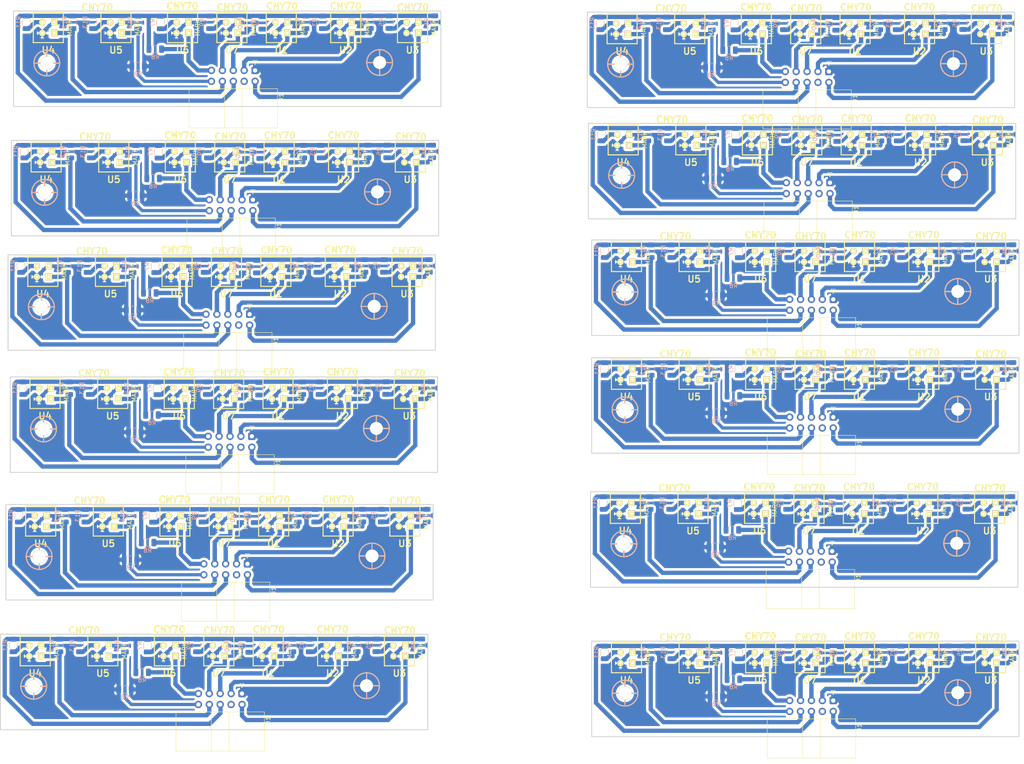
<source format=kicad_pcb>
(kicad_pcb (version 20221018) (generator pcbnew)
  (layers (0 "F.Cu" signal) (31 "B.Cu" signal) (34 "B.Paste" user) (35 "F.Paste" user) (36 "B.SilkS" user "B.Silkscreen") (37 "F.SilkS" user "F.Silkscreen") (38 "B.Mask" user) (39 "F.Mask" user) (44 "Edge.Cuts" user))
  (net 0 "")
  (net 1 "/3V3")
  (net 2 "GND")
  (net 3 "/Sen1")
  (net 4 "/Sen2")
  (net 5 "/Sen3")
  (net 6 "/Sen4")
  (net 7 "/Sen5")
  (net 8 "/Sen6")
  (net 9 "/Sen7")
  (net 10 "Net-(R1-Pad2)")
  (net 11 "Net-(R3-Pad2)")
  (net 12 "Net-(R5-Pad2)")
  (net 13 "Net-(R7-Pad2)")
  (net 14 "Net-(R9-Pad2)")
  (net 15 "Net-(R11-Pad2)")
  (net 16 "Net-(R13-Pad2)")
  (footprint "EESTN5:hole_3mm" (layer "F.Cu") (at 239.338 112.396)
    (fp_text reference "hole_3mm" hide)
    (fp_text value "VAL**" hide)
  )
  (footprint "EESTN5:hole_3mm" (layer "F.Cu") (at 101.67 176.819)
    (fp_text reference "hole_3mm" hide)
    (fp_text value "VAL**" hide)
  )
  (footprint "Connector_IDC:IDC-Header_2x05_P2.54mm_Horizontal" (layer "F.Cu") (at 75.718 33.459 -90)
    (fp_text reference "J1")
    (fp_text value "Screw_Terminal_01x09")
  )
  (footprint "EESTN5:CNY70" (layer "F.Cu") (at 58.056 108.73)
    (fp_text reference "U6")
    (fp_text value "CNY70")
  )
  (footprint "EESTN5:CNY70" (layer "F.Cu") (at 230.676 49.641)
    (fp_text reference "U2")
    (fp_text value "CNY70")
  )
  (footprint "EESTN5:CNY70" (layer "F.Cu") (at 216.438 76.819)
    (fp_text reference "U1")
    (fp_text value "CNY70")
  )
  (footprint "EESTN5:CNY70" (layer "F.Cu") (at 215.422 23.733)
    (fp_text reference "U1")
    (fp_text value "CNY70")
  )
  (footprint "EESTN5:CNY70" (layer "F.Cu") (at 231.438 76.819)
    (fp_text reference "U2")
    (fp_text value "CNY70")
  )
  (footprint "EESTN5:CNY70" (layer "F.Cu") (at 95.04 138.448)
    (fp_text reference "U2")
    (fp_text value "CNY70")
  )
  (footprint "EESTN5:CNY70" (layer "F.Cu") (at 177.684 135.493)
    (fp_text reference "U5")
    (fp_text value "CNY70" hide)
  )
  (footprint "EESTN5:hole_3mm" (layer "F.Cu") (at 24.17 176.944)
    (fp_text reference "hole_3mm" hide)
    (fp_text value "VAL**" hide)
  )
  (footprint "EESTN5:CNY70" (layer "F.Cu") (at 93.77 168.674)
    (fp_text reference "U2")
    (fp_text value "CNY70")
  )
  (footprint "Connector_IDC:IDC-Header_2x05_P2.54mm_Horizontal" (layer "F.Cu") (at 74.956 118.71 -90)
    (fp_text reference "J1")
    (fp_text value "Screw_Terminal_01x09")
  )
  (footprint "EESTN5:CNY70" (layer "F.Cu") (at 96.31 53.612)
    (fp_text reference "U2")
    (fp_text value "CNY70")
  )
  (footprint "Connector_IDC:IDC-Header_2x05_P2.54mm_Horizontal" (layer "F.Cu") (at 75.21 63.592 -90)
    (fp_text reference "J1")
    (fp_text value "Screw_Terminal_01x09")
  )
  (footprint "EESTN5:CNY70" (layer "F.Cu") (at 193.438 170.291)
    (fp_text reference "U6")
    (fp_text value "CNY70")
  )
  (footprint "EESTN5:CNY70" (layer "F.Cu") (at 193.438 76.819)
    (fp_text reference "U6")
    (fp_text value "CNY70")
  )
  (footprint "EESTN5:CNY70" (layer "F.Cu") (at 246.988 104.251)
    (fp_text reference "U3")
    (fp_text value "CNY70" hide)
  )
  (footprint "EESTN5:CNY70" (layer "F.Cu") (at 24.52 168.674)
    (fp_text reference "U4")
    (fp_text value "CNY70" hide)
  )
  (footprint "EESTN5:CNY70" (layer "F.Cu") (at 69.81 53.612)
    (fp_text reference "U7")
    (fp_text value "CNY70")
  )
  (footprint "Connector_IDC:IDC-Header_2x05_P2.54mm_Horizontal" (layer "F.Cu") (at 73.94 148.428 -90)
    (fp_text reference "J1")
    (fp_text value "Screw_Terminal_01x09")
  )
  (footprint "EESTN5:CNY70" (layer "F.Cu") (at 204.938 170.291)
    (fp_text reference "U7")
    (fp_text value "CNY70")
  )
  (footprint "EESTN5:CNY70" (layer "F.Cu") (at 245.972 23.733)
    (fp_text reference "U3")
    (fp_text value "CNY70" hide)
  )
  (footprint "EESTN5:CNY70" (layer "F.Cu") (at 80.548 80.282)
    (fp_text reference "U1")
    (fp_text value "CNY70")
  )
  (footprint "EESTN5:hole_3mm" (layer "F.Cu") (at 161.838 112.521)
    (fp_text reference "hole_3mm" hide)
    (fp_text value "VAL**" hide)
  )
  (footprint "EESTN5:CNY70" (layer "F.Cu") (at 69.048 80.282)
    (fp_text reference "U7")
    (fp_text value "CNY70")
  )
  (footprint "EESTN5:CNY70" (layer "F.Cu") (at 193.184 135.493)
    (fp_text reference "U6")
    (fp_text value "CNY70")
  )
  (footprint "EESTN5:CNY70" (layer "F.Cu") (at 58.818 23.479)
    (fp_text reference "U6")
    (fp_text value "CNY70")
  )
  (footprint "EESTN5:hole_3mm" (layer "F.Cu") (at 238.322 31.878)
    (fp_text reference "hole_3mm" hide)
    (fp_text value "VAL**" hide)
  )
  (footprint "EESTN5:CNY70" (layer "F.Cu") (at 204.176 49.641)
    (fp_text reference "U7")
    (fp_text value "CNY70")
  )
  (footprint "EESTN5:CNY70" (layer "F.Cu") (at 43.318 23.479)
    (fp_text reference "U5")
    (fp_text value "CNY70" hide)
  )
  (footprint "EESTN5:CNY70" (layer "F.Cu") (at 81.31 53.612)
    (fp_text reference "U1")
    (fp_text value "CNY70")
  )
  (footprint "EESTN5:CNY70" (layer "F.Cu") (at 231.438 170.291)
    (fp_text reference "U2")
    (fp_text value "CNY70")
  )
  (footprint "EESTN5:CNY70" (layer "F.Cu") (at 96.818 23.479)
    (fp_text reference "U2")
    (fp_text value "CNY70")
  )
  (footprint "EESTN5:CNY70" (layer "F.Cu") (at 176.922 23.733)
    (fp_text reference "U5")
    (fp_text value "CNY70" hide)
  )
  (footprint "EESTN5:CNY70" (layer "F.Cu") (at 70.318 23.479)
    (fp_text reference "U7")
    (fp_text value "CNY70")
  )
  (footprint "EESTN5:CNY70" (layer "F.Cu") (at 96.056 108.73)
    (fp_text reference "U2")
    (fp_text value "CNY70")
  )
  (footprint "EESTN5:hole_3mm" (layer "F.Cu") (at 160.822 32.003)
    (fp_text reference "hole_3mm" hide)
    (fp_text value "VAL**" hide)
  )
  (footprint "EESTN5:CNY70" (layer "F.Cu") (at 95.548 80.282)
    (fp_text reference "U2")
    (fp_text value "CNY70")
  )
  (footprint "EESTN5:hole_3mm" (layer "F.Cu") (at 102.94 146.593)
    (fp_text reference "hole_3mm" hide)
    (fp_text value "VAL**" hide)
  )
  (footprint "EESTN5:CNY70" (layer "F.Cu") (at 161.426 49.641)
    (fp_text reference "U4")
    (fp_text value "CNY70" hide)
  )
  (footprint "EESTN5:CNY70" (layer "F.Cu") (at 67.27 168.674)
    (fp_text reference "U7")
    (fp_text value "CNY70")
  )
  (footprint "EESTN5:hole_3mm" (layer "F.Cu") (at 27.218 31.749)
    (fp_text reference "hole_3mm" hide)
    (fp_text value "VAL**" hide)
  )
  (footprint "EESTN5:CNY70" (layer "F.Cu") (at 111.098 80.282)
    (fp_text reference "U3")
    (fp_text value "CNY70" hide)
  )
  (footprint "EESTN5:CNY70" (layer "F.Cu") (at 111.606 108.73)
    (fp_text reference "U3")
    (fp_text value "CNY70" hide)
  )
  (footprint "EESTN5:CNY70" (layer "F.Cu") (at 81.056 108.73)
    (fp_text reference "U1")
    (fp_text value "CNY70")
  )
  (footprint "EESTN5:CNY70" (layer "F.Cu") (at 27.568 23.479)
    (fp_text reference "U4")
    (fp_text value "CNY70" hide)
  )
  (footprint "EESTN5:hole_3mm" (layer "F.Cu") (at 238.576 57.786)
    (fp_text reference "hole_3mm" hide)
    (fp_text value "VAL**" hide)
  )
  (footprint "EESTN5:CNY70" (layer "F.Cu") (at 27.06 53.612)
    (fp_text reference "U4")
    (fp_text value "CNY70" hide)
  )
  (footprint "EESTN5:CNY70" (layer "F.Cu") (at 246.226 49.641)
    (fp_text reference "U3")
    (fp_text value "CNY70" hide)
  )
  (footprint "EESTN5:CNY70" (layer "F.Cu") (at 177.176 49.641)
    (fp_text reference "U5")
    (fp_text value "CNY70" hide)
  )
  (footprint "EESTN5:CNY70" (layer "F.Cu") (at 192.676 49.641)
    (fp_text reference "U6")
    (fp_text value "CNY70")
  )
  (footprint "EESTN5:CNY70" (layer "F.Cu") (at 204.938 76.819)
    (fp_text reference "U7")
    (fp_text value "CNY70")
  )
  (footprint "EESTN5:CNY70" (layer "F.Cu") (at 112.368 23.479)
    (fp_text reference "U3")
    (fp_text value "CNY70" hide)
  )
  (footprint "EESTN5:CNY70" (layer "F.Cu") (at 246.988 76.819)
    (fp_text reference "U3")
    (fp_text value "CNY70" hide)
  )
  (footprint "EESTN5:hole_3mm" (layer "F.Cu") (at 239.338 84.964)
    (fp_text reference "hole_3mm" hide)
    (fp_text value "VAL**" hide)
  )
  (footprint "EESTN5:CNY70" (layer "F.Cu") (at 177.938 76.819)
    (fp_text reference "U5")
    (fp_text value "CNY70" hide)
  )
  (footprint "EESTN5:CNY70" (layer "F.Cu") (at 177.938 170.291)
    (fp_text reference "U5")
    (fp_text value "CNY70" hide)
  )
  (footprint "EESTN5:CNY70" (layer "F.Cu") (at 193.438 104.251)
    (fp_text reference "U6")
    (fp_text value "CNY70")
  )
  (footprint "EESTN5:CNY70" (layer "F.Cu") (at 204.938 104.251)
    (fp_text reference "U7")
    (fp_text value "CNY70")
  )
  (footprint "EESTN5:CNY70" (layer "F.Cu") (at 42.048 80.282)
    (fp_text reference "U5")
    (fp_text value "CNY70" hide)
  )
  (footprint "Connector_IDC:IDC-Header_2x05_P2.54mm_Horizontal" (layer "F.Cu") (at 210.338 86.799 -90)
    (fp_text reference "J1")
    (fp_text value "Screw_Terminal_01x09")
  )
  (footprint "EESTN5:hole_3mm" (layer "F.Cu") (at 239.338 178.436)
    (fp_text reference "hole_3mm" hide)
    (fp_text value "VAL**" hide)
  )
  (footprint "EESTN5:CNY70" (layer "F.Cu") (at 81.818 23.479)
    (fp_text reference "U1")
    (fp_text value "CNY70")
  )
  (footprint "EESTN5:CNY70" (layer "F.Cu") (at 80.04 138.448)
    (fp_text reference "U1")
    (fp_text value "CNY70")
  )
  (footprint "EESTN5:CNY70" (layer "F.Cu") (at 111.86 53.612)
    (fp_text reference "U3")
    (fp_text value "CNY70" hide)
  )
  (footprint "Connector_IDC:IDC-Header_2x05_P2.54mm_Horizontal" (layer "F.Cu") (at 210.084 145.473 -90)
    (fp_text reference "J1")
    (fp_text value "Screw_Terminal_01x09")
  )
  (footprint "EESTN5:CNY70" (layer "F.Cu") (at 26.298 80.282)
    (fp_text reference "U4")
    (fp_text value "CNY70" hide)
  )
  (footprint "EESTN5:CNY70" (layer "F.Cu") (at 110.59 138.448)
    (fp_text reference "U3")
    (fp_text value "CNY70" hide)
  )
  (footprint "EESTN5:CNY70" (layer "F.Cu") (at 57.548 80.282)
    (fp_text reference "U6")
    (fp_text value "CNY70")
  )
  (footprint "EESTN5:CNY70" (layer "F.Cu") (at 162.188 170.291)
    (fp_text reference "U4")
    (fp_text value "CNY70" hide)
  )
  (footprint "EESTN5:CNY70" (layer "F.Cu") (at 230.422 23.733)
    (fp_text reference "U2")
    (fp_text value "CNY70")
  )
  (footprint "EESTN5:CNY70" (layer "F.Cu") (at 246.988 170.291)
    (fp_text reference "U3")
    (fp_text value "CNY70" hide)
  )
  (footprint "EESTN5:CNY70" (layer "F.Cu") (at 216.184 135.493)
    (fp_text reference "U1")
    (fp_text value "CNY70")
  )
  (footprint "EESTN5:hole_3mm" (layer "F.Cu") (at 239.084 143.638)
    (fp_text reference "hole_3mm" hide)
    (fp_text value "VAL**" hide)
  )
  (footprint "EESTN5:hole_3mm" (layer "F.Cu") (at 161.076 57.911)
    (fp_text reference "hole_3mm" hide)
    (fp_text value "VAL**" hide)
  )
  (footprint "EESTN5:CNY70" (layer "F.Cu") (at 57.04 138.448)
    (fp_text reference "U6")
    (fp_text value "CNY70")
  )
  (footprint "EESTN5:hole_3mm" (layer "F.Cu") (at 104.718 31.624)
    (fp_text reference "hole_3mm" hide)
    (fp_text value "VAL**" hide)
  )
  (footprint "EESTN5:hole_3mm" (layer "F.Cu") (at 103.956 116.875)
    (fp_text reference "hole_3mm" hide)
    (fp_text value "VAL**" hide)
  )
  (footprint "Connector_IDC:IDC-Header_2x05_P2.54mm_Horizontal" (layer "F.Cu") (at 209.322 33.713 -90)
    (fp_text reference "J1")
    (fp_text value "Screw_Terminal_01x09")
  )
  (footprint "EESTN5:CNY70" (layer "F.Cu") (at 69.556 108.73)
    (fp_text reference "U7")
    (fp_text value "CNY70")
  )
  (footprint "EESTN5:CNY70" (layer "F.Cu") (at 204.684 135.493)
    (fp_text reference "U7")
    (fp_text value "CNY70")
  )
  (footprint "EESTN5:CNY70" (layer "F.Cu") (at 78.77 168.674)
    (fp_text reference "U1")
    (fp_text value "CNY70")
  )
  (footprint "Connector_IDC:IDC-Header_2x05_P2.54mm_Horizontal" (layer "F.Cu") (at 210.338 180.271 -90)
    (fp_text reference "J1")
    (fp_text value "Screw_Terminal_01x09")
  )
  (footprint "EESTN5:CNY70" (layer "F.Cu") (at 192.422 23.733)
    (fp_text reference "U6")
    (fp_text value "CNY70")
  )
  (footprint "EESTN5:hole_3mm" (layer "F.Cu") (at 25.44 146.718)
    (fp_text reference "hole_3mm" hide)
    (fp_text value "VAL**" hide)
  )
  (footprint "EESTN5:hole_3mm" (layer "F.Cu") (at 104.21 61.757)
    (fp_text reference "hole_3mm" hide)
    (fp_text value "VAL**" hide)
  )
  (footprint "EESTN5:CNY70" (layer "F.Cu") (at 40.27 168.674)
    (fp_text reference "U5")
    (fp_text value "CNY70" hide)
  )
  (footprint "EESTN5:CNY70" (layer "F.Cu") (at 26.806 108.73)
    (fp_text reference "U4")
    (fp_text value "CNY70" hide)
  )
  (footprint "Connector_IDC:IDC-Header_2x05_P2.54mm_Horizontal" (layer "F.Cu") (at 74.448 90.262 -90)
    (fp_text reference "J1")
    (fp_text value "Screw_Terminal_01x09")
  )
  (footprint "EESTN5:CNY70" (layer "F.Cu") (at 161.172 23.733)
    (fp_text reference "U4")
    (fp_text value "CNY70" hide)
  )
  (footprint "EESTN5:CNY70" (layer "F.Cu") (at 42.556 108.73)
    (fp_text reference "U5")
    (fp_text value "CNY70" hide)
  )
  (footprint "Connector_IDC:IDC-Header_2x05_P2.54mm_Horizontal" (layer "F.Cu") (at 209.576 59.621 -90)
    (fp_text reference "J1")
    (fp_text value "Screw_Terminal_01x09")
  )
  (footprint "EESTN5:hole_3mm" (layer "F.Cu") (at 161.838 178.561)
    (fp_text reference "hole_3mm" hide)
    (fp_text value "VAL**" hide)
  )
  (footprint "EESTN5:CNY70" (layer "F.Cu") (at 161.934 135.493)
    (fp_text reference "U4")
    (fp_text value "CNY70" hide)
  )
  (footprint "EESTN5:CNY70" (layer "F.Cu") (at 231.438 104.251)
    (fp_text reference "U2")
    (fp_text value "CNY70")
  )
  (footprint "EESTN5:CNY70" (layer "F.Cu") (at 162.188 104.251)
    (fp_text reference "U4")
    (fp_text value "CNY70" hide)
  )
  (footprint "EESTN5:CNY70" (layer "F.Cu") (at 216.438 104.251)
    (fp_text reference "U1")
    (fp_text value "CNY70")
  )
  (footprint "EESTN5:CNY70" (layer "F.Cu") (at 41.54 138.448)
    (fp_text reference "U5")
    (fp_text value "CNY70" hide)
  )
  (footprint "EESTN5:CNY70" (layer "F.Cu") (at 162.188 76.819)
    (fp_text reference "U4")
    (fp_text value "CNY70" hide)
  )
  (footprint "EESTN5:hole_3mm" (layer "F.Cu") (at 161.584 143.763)
    (fp_text reference "hole_3mm" hide)
    (fp_text value "VAL**" hide)
  )
  (footprint "EESTN5:CNY70" (layer "F.Cu") (at 42.81 53.612)
    (fp_text reference "U5")
    (fp_text value "CNY70" hide)
  )
  (footprint "EESTN5:CNY70" (layer "F.Cu") (at 216.438 170.291)
    (fp_text reference "U1")
    (fp_text value "CNY70")
  )
  (footprint "Connector_IDC:IDC-Header_2x05_P2.54mm_Horizontal" (layer "F.Cu") (at 72.67 178.654 -90)
    (fp_text reference "J1")
    (fp_text value "Screw_Terminal_01x09")
  )
  (footprint "EESTN5:CNY70" (layer "F.Cu") (at 177.938 104.251)
    (fp_text reference "U5")
    (fp_text value "CNY70" hide)
  )
  (footprint "EESTN5:CNY70" (layer "F.Cu") (at 55.77 168.674)
    (fp_text reference "U6")
    (fp_text value "CNY70")
  )
  (footprint "EESTN5:CNY70" (layer "F.Cu") (at 58.31 53.612)
    (fp_text reference "U6")
    (fp_text value "CNY70")
  )
  (footprint "EESTN5:CNY70" (layer "F.Cu") (at 203.922 23.733)
    (fp_text reference "U7")
    (fp_text value "CNY70")
  )
  (footprint "EESTN5:CNY70" (layer "F.Cu") (at 109.32 168.674)
    (fp_text reference "U3")
    (fp_text value "CNY70" hide)
  )
  (footprint "EESTN5:CNY70" (layer "F.Cu") (at 25.79 138.448)
    (fp_text reference "U4")
    (fp_text value "CNY70" hide)
  )
  (footprint "EESTN5:CNY70" (layer "F.Cu") (at 215.676 49.641)
    (fp_text reference "U1")
    (fp_text value "CNY70")
  )
  (footprint "EESTN5:CNY70" (layer "F.Cu") (at 231.184 135.493)
    (fp_text reference "U2")
    (fp_text value "CNY70")
  )
  (footprint "Connector_IDC:IDC-Header_2x05_P2.54mm_Horizontal" (layer "F.Cu") (at 210.338 114.231 -90)
    (fp_text reference "J1")
    (fp_text value "Screw_Terminal_01x09")
  )
  (footprint "EESTN5:hole_3mm" (layer "F.Cu") (at 25.948 88.552)
    (fp_text reference "hole_3mm" hide)
    (fp_text value "VAL**" hide)
  )
  (footprint "EESTN5:hole_3mm" (layer "F.Cu") (at 26.71 61.882)
    (fp_text reference "hole_3mm" hide)
    (fp_text value "VAL**" hide)
  )
  (footprint "EESTN5:hole_3mm" (layer "F.Cu") (at 161.838 85.089)
    (fp_text reference "hole_3mm" hide)
    (fp_text value "VAL**" hide)
  )
  (footprint "EESTN5:hole_3mm" (layer "F.Cu") (at 26.456 117)
    (fp_text reference "hole_3mm" hide)
    (fp_text value "VAL**" hide)
  )
  (footprint "EESTN5:hole_3mm" (layer "F.Cu") (at 103.448 88.427)
    (fp_text reference "hole_3mm" hide)
    (fp_text value "VAL**" hide)
  )
  (footprint "EESTN5:CNY70" (layer "F.Cu") (at 68.54 138.448)
    (fp_text reference "U7")
    (fp_text value "CNY70")
  )
  (footprint "EESTN5:CNY70" (layer "F.Cu") (at 246.734 135.493)
    (fp_text reference "U3")
    (fp_text value "CNY70" hide)
  )
  (footprint "Resistor_SMD:R_1206_3216Metric" (layer "B.Cu") (at 237.088 169.0235 -90)
    (fp_text reference "R4")
    (fp_text value "6k8")
  )
  (footprint "Resistor_SMD:R_1206_3216Metric" (layer "B.Cu") (at 33.218 22.249 -90)
    (fp_text reference "R12")
    (fp_text value "6k8")
  )
  (footprint "Resistor_SMD:R_1206_3216Metric" (layer "B.Cu") (at 208.708 169.186 -90)
    (fp_text reference "R10")
    (fp_text value "6k8")
  )
  (footprint "Resistor_SMD:R_1206_3216Metric" (layer "B.Cu") (at 208.454 134.388 -90)
    (fp_text reference "R10")
    (fp_text value "6k8")
  )
  (footprint "Resistor_SMD:R_1206_3216Metric" (layer "B.Cu") (at 47.706 117.75)
    (fp_text reference "R8")
    (fp_text value "6k8")
  )
  (footprint "Resistor_SMD:R_1206_3216Metric" (layer "B.Cu") (at 183.088 103.0585 -90)
    (fp_text reference "R14")
    (fp_text value "6k8")
  )
  (footprint "Resistor_SMD:R_1206_3216Metric" (layer "B.Cu") (at 183.088 113.271)
    (fp_text reference "R8")
    (fp_text value "6k8")
  )
  (footprint "Resistor_SMD:R_1206_3216Metric" (layer "B.Cu") (at 32.71 52.382 -90)
    (fp_text reference "R12")
    (fp_text value "6k8")
  )
  (footprint "Resistor_SMD:R_1206_3216Metric" (layer "B.Cu") (at 53.21 52.4195 -90)
    (fp_text reference "R7")
    (fp_text value "47")
  )
  (footprint "Resistor_SMD:R_1206_3216Metric" (layer "B.Cu") (at 86.706 107.5 -90)
    (fp_text reference "R2")
    (fp_text value "6k8")
  )
  (footprint "Resistor_SMD:R_1206_3216Metric" (layer "B.Cu") (at 90.96 52.382 -90)
    (fp_text reference "R3")
    (fp_text value "47")
  )
  (footprint "Resistor_SMD:R_1206_3216Metric" (layer "B.Cu") (at 241.588 102.9835 -90)
    (fp_text reference "R5")
    (fp_text value "47")
  )
  (footprint "Resistor_SMD:R_1206_3216Metric" (layer "B.Cu") (at 71.04 167.569 -90)
    (fp_text reference "R10")
    (fp_text value "6k8")
  )
  (footprint "Resistor_SMD:R_1206_3216Metric" (layer "B.Cu") (at 207.946 48.536 -90)
    (fp_text reference "R10")
    (fp_text value "6k8")
  )
  (footprint "Resistor_SMD:R_1206_3216Metric" (layer "B.Cu") (at 252.088 102.9835 -90)
    (fp_text reference "R6")
    (fp_text value "6k8")
  )
  (footprint "Resistor_SMD:R_1206_3216Metric" (layer "B.Cu") (at 106.968 22.2115 -90)
    (fp_text reference "R5")
    (fp_text value "47")
  )
  (footprint "Resistor_SMD:R_1206_3216Metric" (layer "B.Cu") (at 85.69 137.218 -90)
    (fp_text reference "R2")
    (fp_text value "6k8")
  )
  (footprint "Resistor_SMD:R_1206_3216Metric" (layer "B.Cu") (at 47.198 89.302)
    (fp_text reference "R8")
    (fp_text value "6k8")
  )
  (footprint "Resistor_SMD:R_1206_3216Metric" (layer "B.Cu") (at 186.072 28.753)
    (fp_text reference "R8")
    (fp_text value "6k8")
  )
  (footprint "Resistor_SMD:R_1206_3216Metric" (layer "B.Cu") (at 182.834 144.513)
    (fp_text reference "R8")
    (fp_text value "6k8")
  )
  (footprint "Resistor_SMD:R_1206_3216Metric" (layer "B.Cu") (at 63.948 79.052 -90)
    (fp_text reference "R9")
    (fp_text value "47")
  )
  (footprint "Resistor_SMD:R_1206_3216Metric" (layer "B.Cu") (at 166.822 22.503 -90)
    (fp_text reference "R12")
    (fp_text value "6k8")
  )
  (footprint "Resistor_SMD:R_1206_3216Metric" (layer "B.Cu") (at 86.96 52.382 -90)
    (fp_text reference "R2")
    (fp_text value "6k8")
  )
  (footprint "Resistor_SMD:R_1206_3216Metric" (layer "B.Cu") (at 226.088 75.589 -90)
    (fp_text reference "R3")
    (fp_text value "47")
  )
  (footprint "Resistor_SMD:R_1206_3216Metric" (layer "B.Cu") (at 199.076 48.411 -90)
    (fp_text reference "R9")
    (fp_text value "47")
  )
  (footprint "Resistor_SMD:R_1206_3216Metric" (layer "B.Cu") (at 199.584 134.263 -90)
    (fp_text reference "R9")
    (fp_text value "47")
  )
  (footprint "Resistor_SMD:R_1206_3216Metric" (layer "B.Cu") (at 211.756 134.388 -90)
    (fp_text reference "R1")
    (fp_text value "47")
  )
  (footprint "Resistor_SMD:R_1206_3216Metric" (layer "B.Cu") (at 237.088 102.9835 -90)
    (fp_text reference "R4")
    (fp_text value "6k8")
  )
  (footprint "Resistor_SMD:R_1206_3216Metric" (layer "B.Cu") (at 74.342 167.569 -90)
    (fp_text reference "R1")
    (fp_text value "47")
  )
  (footprint "Resistor_SMD:R_1206_3216Metric" (layer "B.Cu") (at 157.088 75.589 -90)
    (fp_text reference "R11")
    (fp_text value "47")
  )
  (footprint "Resistor_SMD:R_1206_3216Metric" (layer "B.Cu") (at 106.46 52.3445 -90)
    (fp_text reference "R5")
    (fp_text value "47")
  )
  (footprint "Resistor_SMD:R_1206_3216Metric" (layer "B.Cu") (at 167.076 48.411 -90)
    (fp_text reference "R12")
    (fp_text value "6k8")
  )
  (footprint "Resistor_SMD:R_1206_3216Metric" (layer "B.Cu") (at 30.17 167.444 -90)
    (fp_text reference "R12")
    (fp_text value "6k8")
  )
  (footprint "Resistor_SMD:R_1206_3216Metric" (layer "B.Cu") (at 183.088 169.0985 -90)
    (fp_text reference "R14")
    (fp_text value "6k8")
  )
  (footprint "Resistor_SMD:R_1206_3216Metric" (layer "B.Cu") (at 187.322 22.5405 -90)
    (fp_text reference "R7")
    (fp_text value "47")
  )
  (footprint "Resistor_SMD:R_1206_3216Metric" (layer "B.Cu") (at 73.326 107.625 -90)
    (fp_text reference "R10")
    (fp_text value "6k8")
  )
  (footprint "Resistor_SMD:R_1206_3216Metric" (layer "B.Cu") (at 167.838 103.021 -90)
    (fp_text reference "R12")
    (fp_text value "6k8")
  )
  (footprint "Resistor_SMD:R_1206_3216Metric" (layer "B.Cu") (at 226.088 103.021 -90)
    (fp_text reference "R3")
    (fp_text value "47")
  )
  (footprint "Resistor_SMD:R_1206_3216Metric" (layer "B.Cu") (at 47.198 79.0895 -90)
    (fp_text reference "R14")
    (fp_text value "6k8")
  )
  (footprint "Resistor_SMD:R_1206_3216Metric" (layer "B.Cu") (at 222.088 103.021 -90)
    (fp_text reference "R2")
    (fp_text value "6k8")
  )
  (footprint "Resistor_SMD:R_1206_3216Metric" (layer "B.Cu") (at 186.834 140.513)
    (fp_text reference "R8")
    (fp_text value "6k8")
  )
  (footprint "Resistor_SMD:R_1206_3216Metric" (layer "B.Cu") (at 101.198 79.0145 -90)
    (fp_text reference "R4")
    (fp_text value "6k8")
  )
  (footprint "Resistor_SMD:R_1206_3216Metric" (layer "B.Cu") (at 240.572 22.4655 -90)
    (fp_text reference "R5")
    (fp_text value "47")
  )
  (footprint "Resistor_SMD:R_1206_3216Metric" (layer "B.Cu") (at 20.69 137.218 -90)
    (fp_text reference "R11")
    (fp_text value "47")
  )
  (footprint "Resistor_SMD:R_1206_3216Metric" (layer "B.Cu") (at 46.69 147.468)
    (fp_text reference "R8")
    (fp_text value "6k8")
  )
  (footprint "Resistor_SMD:R_1206_3216Metric" (layer "B.Cu") (at 236.326 48.3735 -90)
    (fp_text reference "R4")
    (fp_text value "6k8")
  )
  (footprint "Resistor_SMD:R_1206_3216Metric" (layer "B.Cu") (at 48.468 22.2865 -90)
    (fp_text reference "R14")
    (fp_text value "6k8")
  )
  (footprint "Resistor_SMD:R_1206_3216Metric" (layer "B.Cu") (at 37.968 22.249 -90)
    (fp_text reference "R13")
    (fp_text value "47")
  )
  (footprint "Resistor_SMD:R_1206_3216Metric" (layer "B.Cu") (at 36.698 79.052 -90)
    (fp_text reference "R13")
    (fp_text value "47")
  )
  (footprint "Resistor_SMD:R_1206_3216Metric" (layer "B.Cu") (at 183.088 85.839)
    (fp_text reference "R8")
    (fp_text value "6k8")
  )
  (footprint "Resistor_SMD:R_1206_3216Metric" (layer "B.Cu") (at 251.072 22.4655 -90)
    (fp_text reference "R6")
    (fp_text value "6k8")
  )
  (footprint "Resistor_SMD:R_1206_3216Metric" (layer "B.Cu") (at 45.42 167.4815 -90)
    (fp_text reference "R14")
    (fp_text value "6k8")
  )
  (footprint "Resistor_SMD:R_1206_3216Metric" (layer "B.Cu") (at 116.198 79.0145 -90)
    (fp_text reference "R6")
    (fp_text value "6k8")
  )
  (footprint "Resistor_SMD:R_1206_3216Metric" (layer "B.Cu") (at 172.588 103.021 -90)
    (fp_text reference "R13")
    (fp_text value "47")
  )
  (footprint "Resistor_SMD:R_1206_3216Metric" (layer "B.Cu") (at 208.708 103.146 -90)
    (fp_text reference "R10")
    (fp_text value "6k8")
  )
  (footprint "Resistor_SMD:R_1206_3216Metric" (layer "B.Cu") (at 21.96 52.382 -90)
    (fp_text reference "R11")
    (fp_text value "47")
  )
  (footprint "Resistor_SMD:R_1206_3216Metric" (layer "B.Cu") (at 102.468 22.2115 -90)
    (fp_text reference "R4")
    (fp_text value "6k8")
  )
  (footprint "Resistor_SMD:R_1206_3216Metric" (layer "B.Cu") (at 116.706 107.4625 -90)
    (fp_text reference "R6")
    (fp_text value "6k8")
  )
  (footprint "Resistor_SMD:R_1206_3216Metric" (layer "B.Cu") (at 63.44 137.218 -90)
    (fp_text reference "R9")
    (fp_text value "47")
  )
  (footprint "Resistor_SMD:R_1206_3216Metric" (layer "B.Cu") (at 76.628 107.625 -90)
    (fp_text reference "R1")
    (fp_text value "47")
  )
  (footprint "Resistor_SMD:R_1206_3216Metric" (layer "B.Cu") (at 47.96 52.4195 -90)
    (fp_text reference "R14")
    (fp_text value "6k8")
  )
  (footprint "Resistor_SMD:R_1206_3216Metric" (layer "B.Cu") (at 188.338 75.6265 -90)
    (fp_text reference "R7")
    (fp_text value "47")
  )
  (footprint "Resistor_SMD:R_1206_3216Metric" (layer "B.Cu") (at 32.456 107.5 -90)
    (fp_text reference "R12")
    (fp_text value "6k8")
  )
  (footprint "Resistor_SMD:R_1206_3216Metric" (layer "B.Cu") (at 88.42 167.444 -90)
    (fp_text reference "R3")
    (fp_text value "47")
  )
  (footprint "Resistor_SMD:R_1206_3216Metric" (layer "B.Cu") (at 73.58 52.507 -90)
    (fp_text reference "R10")
    (fp_text value "6k8")
  )
  (footprint "Resistor_SMD:R_1206_3216Metric" (layer "B.Cu") (at 50.69 143.468)
    (fp_text reference "R8")
    (fp_text value "6k8")
  )
  (footprint "Resistor_SMD:R_1206_3216Metric" (layer "B.Cu") (at 76.12 79.177 -90)
    (fp_text reference "R1")
    (fp_text value "47")
  )
  (footprint "Resistor_SMD:R_1206_3216Metric" (layer "B.Cu") (at 183.088 75.6265 -90)
    (fp_text reference "R14")
    (fp_text value "6k8")
  )
  (footprint "Resistor_SMD:R_1206_3216Metric" (layer "B.Cu") (at 182.072 32.753)
    (fp_text reference "R8")
    (fp_text value "6k8")
  )
  (footprint "Resistor_SMD:R_1206_3216Metric" (layer "B.Cu") (at 236.834 134.2255 -90)
    (fp_text reference "R4")
    (fp_text value "6k8")
  )
  (footprint "Resistor_SMD:R_1206_3216Metric" (layer "B.Cu") (at 182.326 48.4485 -90)
    (fp_text reference "R14")
    (fp_text value "6k8")
  )
  (footprint "Resistor_SMD:R_1206_3216Metric" (layer "B.Cu") (at 91.468 22.249 -90)
    (fp_text reference "R3")
    (fp_text value "47")
  )
  (footprint "Resistor_SMD:R_1206_3216Metric" (layer "B.Cu") (at 212.01 169.186 -90)
    (fp_text reference "R1")
    (fp_text value "47")
  )
  (footprint "Resistor_SMD:R_1206_3216Metric" (layer "B.Cu") (at 199.838 169.061 -90)
    (fp_text reference "R9")
    (fp_text value "47")
  )
  (footprint "Resistor_SMD:R_1206_3216Metric" (layer "B.Cu") (at 212.01 103.146 -90)
    (fp_text reference "R1")
    (fp_text value "47")
  )
  (footprint "Resistor_SMD:R_1206_3216Metric" (layer "B.Cu") (at 167.584 134.263 -90)
    (fp_text reference "R12")
    (fp_text value "6k8")
  )
  (footprint "Resistor_SMD:R_1206_3216Metric" (layer "B.Cu") (at 72.31 137.343 -90)
    (fp_text reference "R10")
    (fp_text value "6k8")
  )
  (footprint "Resistor_SMD:R_1206_3216Metric" (layer "B.Cu") (at 101.706 107.4625 -90)
    (fp_text reference "R4")
    (fp_text value "6k8")
  )
  (footprint "Resistor_SMD:R_1206_3216Metric" (layer "B.Cu") (at 211.248 48.536 -90)
    (fp_text reference "R1")
    (fp_text value "47")
  )
  (footprint "Resistor_SMD:R_1206_3216Metric" (layer "B.Cu") (at 251.834 134.2255 -90)
    (fp_text reference "R6")
    (fp_text value "6k8")
  )
  (footprint "Resistor_SMD:R_1206_3216Metric" (layer "B.Cu") (at 172.334 134.263 -90)
    (fp_text reference "R13")
    (fp_text value "47")
  )
  (footprint "Resistor_SMD:R_1206_3216Metric" (layer "B.Cu") (at 188.338 169.0985 -90)
    (fp_text reference "R7")
    (fp_text value "47")
  )
  (footprint "Resistor_SMD:R_1206_3216Metric" (layer "B.Cu") (at 62.17 167.444 -90)
    (fp_text reference "R9")
    (fp_text value "47")
  )
  (footprint "Resistor_SMD:R_1206_3216Metric" (layer "B.Cu") (at 90.198 79.052 -90)
    (fp_text reference "R3")
    (fp_text value "47")
  )
  (footprint "Resistor_SMD:R_1206_3216Metric" (layer "B.Cu") (at 241.588 75.5515 -90)
    (fp_text reference "R5")
    (fp_text value "47")
  )
  (footprint "Resistor_SMD:R_1206_3216Metric" (layer "B.Cu") (at 188.084 134.3005 -90)
    (fp_text reference "R7")
    (fp_text value "47")
  )
  (footprint "Resistor_SMD:R_1206_3216Metric" (layer "B.Cu") (at 182.326 58.661)
    (fp_text reference "R8")
    (fp_text value "6k8")
  )
  (footprint "Resistor_SMD:R_1206_3216Metric" (layer "B.Cu") (at 117.468 22.2115 -90)
    (fp_text reference "R6")
    (fp_text value "6k8")
  )
  (footprint "Resistor_SMD:R_1206_3216Metric" (layer "B.Cu") (at 75.612 137.343 -90)
    (fp_text reference "R1")
    (fp_text value "47")
  )
  (footprint "Resistor_SMD:R_1206_3216Metric" (layer "B.Cu") (at 171.572 22.503 -90)
    (fp_text reference "R13")
    (fp_text value "47")
  )
  (footprint "Resistor_SMD:R_1206_3216Metric" (layer "B.Cu") (at 45.42 177.694)
    (fp_text reference "R8")
    (fp_text value "6k8")
  )
  (footprint "Resistor_SMD:R_1206_3216Metric" (layer "B.Cu") (at 90.706 107.5 -90)
    (fp_text reference "R3")
    (fp_text value "47")
  )
  (footprint "Resistor_SMD:R_1206_3216Metric" (layer "B.Cu") (at 172.588 75.589 -90)
    (fp_text reference "R13")
    (fp_text value "47")
  )
  (footprint "Resistor_SMD:R_1206_3216Metric" (layer "B.Cu") (at 183.088 179.311)
    (fp_text reference "R8")
    (fp_text value "6k8")
  )
  (footprint "Resistor_SMD:R_1206_3216Metric" (layer "B.Cu") (at 34.92 167.444 -90)
    (fp_text reference "R13")
    (fp_text value "47")
  )
  (footprint "Resistor_SMD:R_1206_3216Metric" (layer "B.Cu") (at 167.838 169.061 -90)
    (fp_text reference "R12")
    (fp_text value "6k8")
  )
  (footprint "Resistor_SMD:R_1206_3216Metric" (layer "B.Cu") (at 74.088 22.374 -90)
    (fp_text reference "R10")
    (fp_text value "6k8")
  )
  (footprint "Resistor_SMD:R_1206_3216Metric" (layer "B.Cu") (at 221.326 48.411 -90)
    (fp_text reference "R2")
    (fp_text value "6k8")
  )
  (footprint "Resistor_SMD:R_1206_3216Metric" (layer "B.Cu") (at 199.838 75.589 -90)
    (fp_text reference "R9")
    (fp_text value "47")
  )
  (footprint "Resistor_SMD:R_1206_3216Metric" (layer "B.Cu") (at 52.448 79.0895 -90)
    (fp_text reference "R7")
    (fp_text value "47")
  )
  (footprint "Resistor_SMD:R_1206_3216Metric" (layer "B.Cu") (at 37.46 52.382 -90)
    (fp_text reference "R13")
    (fp_text value "47")
  )
  (footprint "Resistor_SMD:R_1206_3216Metric" (layer "B.Cu") (at 187.088 175.311)
    (fp_text reference "R8")
    (fp_text value "6k8")
  )
  (footprint "Resistor_SMD:R_1206_3216Metric" (layer "B.Cu") (at 222.088 169.061 -90)
    (fp_text reference "R2")
    (fp_text value "6k8")
  )
  (footprint "Resistor_SMD:R_1206_3216Metric" (layer "B.Cu") (at 241.588 169.0235 -90)
    (fp_text reference "R5")
    (fp_text value "47")
  )
  (footprint "Resistor_SMD:R_1206_3216Metric" (layer "B.Cu") (at 212.01 75.714 -90)
    (fp_text reference "R1")
    (fp_text value "47")
  )
  (footprint "Resistor_SMD:R_1206_3216Metric" (layer "B.Cu") (at 198.822 22.503 -90)
    (fp_text reference "R9")
    (fp_text value "47")
  )
  (footprint "Resistor_SMD:R_1206_3216Metric" (layer "B.Cu") (at 251.326 48.3735 -90)
    (fp_text reference "R6")
    (fp_text value "6k8")
  )
  (footprint "Resistor_SMD:R_1206_3216Metric" (layer "B.Cu") (at 22.468 22.249 -90)
    (fp_text reference "R11")
    (fp_text value "47")
  )
  (footprint "Resistor_SMD:R_1206_3216Metric" (layer "B.Cu") (at 252.088 75.5515 -90)
    (fp_text reference "R6")
    (fp_text value "6k8")
  )
  (footprint "Resistor_SMD:R_1206_3216Metric" (layer "B.Cu") (at 87.468 22.249 -90)
    (fp_text reference "R2")
    (fp_text value "6k8")
  )
  (footprint "Resistor_SMD:R_1206_3216Metric" (layer "B.Cu") (at 47.96 62.632)
    (fp_text reference "R8")
    (fp_text value "6k8")
  )
  (footprint "Resistor_SMD:R_1206_3216Metric" (layer "B.Cu") (at 172.588 169.061 -90)
    (fp_text reference "R13")
    (fp_text value "47")
  )
  (footprint "Resistor_SMD:R_1206_3216Metric" (layer "B.Cu") (at 237.088 75.5515 -90)
    (fp_text reference "R4")
    (fp_text value "6k8")
  )
  (footprint "Resistor_SMD:R_1206_3216Metric" (layer "B.Cu") (at 103.92 167.4065 -90)
    (fp_text reference "R5")
    (fp_text value "47")
  )
  (footprint "Resistor_SMD:R_1206_3216Metric" (layer "B.Cu") (at 156.072 22.503 -90)
    (fp_text reference "R11")
    (fp_text value "47")
  )
  (footprint "Resistor_SMD:R_1206_3216Metric" (layer "B.Cu") (at 76.882 52.507 -90)
    (fp_text reference "R1")
    (fp_text value "47")
  )
  (footprint "Resistor_SMD:R_1206_3216Metric" (layer "B.Cu") (at 167.838 75.589 -90)
    (fp_text reference "R12")
    (fp_text value "6k8")
  )
  (footprint "Resistor_SMD:R_1206_3216Metric" (layer "B.Cu") (at 240.826 48.3735 -90)
    (fp_text reference "R5")
    (fp_text value "47")
  )
  (footprint "Resistor_SMD:R_1206_3216Metric" (layer "B.Cu") (at 51.94 137.2555 -90)
    (fp_text reference "R7")
    (fp_text value "47")
  )
  (footprint "Resistor_SMD:R_1206_3216Metric" (layer "B.Cu") (at 199.838 103.021 -90)
    (fp_text reference "R9")
    (fp_text value "47")
  )
  (footprint "Resistor_SMD:R_1206_3216Metric" (layer "B.Cu") (at 187.088 81.839)
    (fp_text reference "R8")
    (fp_text value "6k8")
  )
  (footprint "Resistor_SMD:R_1206_3216Metric" (layer "B.Cu") (at 46.69 137.2555 -90)
    (fp_text reference "R14")
    (fp_text value "6k8")
  )
  (footprint "Resistor_SMD:R_1206_3216Metric" (layer "B.Cu") (at 84.42 167.444 -90)
    (fp_text reference "R2")
    (fp_text value "6k8")
  )
  (footprint "Resistor_SMD:R_1206_3216Metric" (layer "B.Cu") (at 221.072 22.503 -90)
    (fp_text reference "R2")
    (fp_text value "6k8")
  )
  (footprint "Resistor_SMD:R_1206_3216Metric" (layer "B.Cu") (at 31.44 137.218 -90)
    (fp_text reference "R12")
    (fp_text value "6k8")
  )
  (footprint "Resistor_SMD:R_1206_3216Metric" (layer "B.Cu") (at 226.088 169.061 -90)
    (fp_text reference "R3")
    (fp_text value "47")
  )
  (footprint "Resistor_SMD:R_1206_3216Metric" (layer "B.Cu") (at 116.96 52.3445 -90)
    (fp_text reference "R6")
    (fp_text value "6k8")
  )
  (footprint "Resistor_SMD:R_1206_3216Metric" (layer "B.Cu") (at 49.42 173.694)
    (fp_text reference "R8")
    (fp_text value "6k8")
  )
  (footprint "Resistor_SMD:R_1206_3216Metric" (layer "B.Cu") (at 36.19 137.218 -90)
    (fp_text reference "R13")
    (fp_text value "47")
  )
  (footprint "Resistor_SMD:R_1206_3216Metric" (layer "B.Cu") (at 89.69 137.218 -90)
    (fp_text reference "R3")
    (fp_text value "47")
  )
  (footprint "Resistor_SMD:R_1206_3216Metric" (layer "B.Cu") (at 156.834 134.263 -90)
    (fp_text reference "R11")
    (fp_text value "47")
  )
  (footprint "Resistor_SMD:R_1206_3216Metric" (layer "B.Cu") (at 21.198 79.052 -90)
    (fp_text reference "R11")
    (fp_text value "47")
  )
  (footprint "Resistor_SMD:R_1206_3216Metric" (layer "B.Cu") (at 77.39 22.374 -90)
    (fp_text reference "R1")
    (fp_text value "47")
  )
  (footprint "Resistor_SMD:R_1206_3216Metric" (layer "B.Cu") (at 51.198 85.302)
    (fp_text reference "R8")
    (fp_text value "6k8")
  )
  (footprint "Resistor_SMD:R_1206_3216Metric" (layer "B.Cu") (at 187.088 109.271)
    (fp_text reference "R8")
    (fp_text value "6k8")
  )
  (footprint "Resistor_SMD:R_1206_3216Metric" (layer "B.Cu") (at 51.96 58.632)
    (fp_text reference "R8")
    (fp_text value "6k8")
  )
  (footprint "Resistor_SMD:R_1206_3216Metric" (layer "B.Cu") (at 207.692 22.628 -90)
    (fp_text reference "R10")
    (fp_text value "6k8")
  )
  (footprint "Resistor_SMD:R_1206_3216Metric" (layer "B.Cu") (at 222.088 75.589 -90)
    (fp_text reference "R2")
    (fp_text value "6k8")
  )
  (footprint "Resistor_SMD:R_1206_3216Metric" (layer "B.Cu") (at 19.42 167.444 -90)
    (fp_text reference "R11")
    (fp_text value "47")
  )
  (footprint "Resistor_SMD:R_1206_3216Metric" (layer "B.Cu") (at 225.072 22.503 -90)
    (fp_text reference "R3")
    (fp_text value "47")
  )
  (footprint "Resistor_SMD:R_1206_3216Metric" (layer "B.Cu") (at 99.42 167.4065 -90)
    (fp_text reference "R4")
    (fp_text value "6k8")
  )
  (footprint "Resistor_SMD:R_1206_3216Metric" (layer "B.Cu") (at 64.456 107.5 -90)
    (fp_text reference "R9")
    (fp_text value "47")
  )
  (footprint "Resistor_SMD:R_1206_3216Metric" (layer "B.Cu") (at 171.826 48.411 -90)
    (fp_text reference "R13")
    (fp_text value "47")
  )
  (footprint "Resistor_SMD:R_1206_3216Metric" (layer "B.Cu") (at 241.334 134.2255 -90)
    (fp_text reference "R5")
    (fp_text value "47")
  )
  (footprint "Resistor_SMD:R_1206_3216Metric" (layer "B.Cu") (at 225.834 134.263 -90)
    (fp_text reference "R3")
    (fp_text value "47")
  )
  (footprint "Resistor_SMD:R_1206_3216Metric" (layer "B.Cu") (at 31.948 79.052 -90)
    (fp_text reference "R12")
    (fp_text value "6k8")
  )
  (footprint "Resistor_SMD:R_1206_3216Metric" (layer "B.Cu") (at 115.69 137.1805 -90)
    (fp_text reference "R6")
    (fp_text value "6k8")
  )
  (footprint "Resistor_SMD:R_1206_3216Metric" (layer "B.Cu") (at 182.072 22.5405 -90)
    (fp_text reference "R14")
    (fp_text value "6k8")
  )
  (footprint "Resistor_SMD:R_1206_3216Metric" (layer "B.Cu") (at 114.42 167.4065 -90)
    (fp_text reference "R6")
    (fp_text value "6k8")
  )
  (footprint "Resistor_SMD:R_1206_3216Metric" (layer "B.Cu") (at 236.072 22.4655 -90)
    (fp_text reference "R4")
    (fp_text value "6k8")
  )
  (footprint "Resistor_SMD:R_1206_3216Metric" (layer "B.Cu") (at 210.994 22.628 -90)
    (fp_text reference "R1")
    (fp_text value "47")
  )
  (footprint "Resistor_SMD:R_1206_3216Metric" (layer "B.Cu") (at 187.576 48.4485 -90)
    (fp_text reference "R7")
    (fp_text value "47")
  )
  (footprint "Resistor_SMD:R_1206_3216Metric" (layer "B.Cu") (at 65.218 22.249 -90)
    (fp_text reference "R9")
    (fp_text value "47")
  )
  (footprint "Resistor_SMD:R_1206_3216Metric" (layer "B.Cu") (at 208.708 75.714 -90)
    (fp_text reference "R10")
    (fp_text value "6k8")
  )
  (footprint "Resistor_SMD:R_1206_3216Metric" (layer "B.Cu") (at 225.326 48.411 -90)
    (fp_text reference "R3")
    (fp_text value "47")
  )
  (footprint "Resistor_SMD:R_1206_3216Metric" (layer "B.Cu") (at 156.326 48.411 -90)
    (fp_text reference "R11")
    (fp_text value "47")
  )
  (footprint "Resistor_SMD:R_1206_3216Metric" (layer "B.Cu") (at 157.088 103.021 -90)
    (fp_text reference "R11")
    (fp_text value "47")
  )
  (footprint "Resistor_SMD:R_1206_3216Metric" (layer "B.Cu") (at 188.338 103.0585 -90)
    (fp_text reference "R7")
    (fp_text value "47")
  )
  (footprint "Resistor_SMD:R_1206_3216Metric" (layer "B.Cu") (at 182.834 134.3005 -90)
    (fp_text reference "R14")
    (fp_text value "6k8")
  )
  (footprint "Resistor_SMD:R_1206_3216Metric" (layer "B.Cu") (at 52.468 28.499)
    (fp_text reference "R8")
    (fp_text value "6k8")
  )
  (footprint "Resistor_SMD:R_1206_3216Metric" (layer "B.Cu") (at 48.468 32.499)
    (fp_text reference "R8")
    (fp_text value "6k8")
  )
  (footprint "Resistor_SMD:R_1206_3216Metric" (layer "B.Cu") (at 50.67 167.4815 -90)
    (fp_text reference "R7")
    (fp_text value "47")
  )
  (footprint "Resistor_SMD:R_1206_3216Metric" (layer "B.Cu") (at 37.206 107.5 -90)
    (fp_text reference "R13")
    (fp_text value "47")
  )
  (footprint "Resistor_SMD:R_1206_3216Metric" (layer "B.Cu") (at 51.706 113.75)
    (fp_text reference "R8")
    (fp_text value "6k8")
  )
  (footprint "Resistor_SMD:R_1206_3216Metric" (layer "B.Cu") (at 252.088 169.0235 -90)
    (fp_text reference "R6")
    (fp_text value "6k8")
  )
  (footprint "Resistor_SMD:R_1206_3216Metric" (layer "B.Cu") (at 52.956 107.5375 -90)
    (fp_text reference "R7")
    (fp_text value "47")
  )
  (footprint "Resistor_SMD:R_1206_3216Metric" (layer "B.Cu") (at 221.834 134.263 -90)
    (fp_text reference "R2")
    (fp_text value "6k8")
  )
  (footprint "Resistor_SMD:R_1206_3216Metric" (layer "B.Cu") (at 101.96 52.3445 -90)
    (fp_text reference "R4")
    (fp_text value "6k8")
  )
  (footprint "Resistor_SMD:R_1206_3216Metric" (layer "B.Cu") (at 72.818 79.177 -90)
    (fp_text reference "R10")
    (fp_text value "6k8")
  )
  (footprint "Resistor_SMD:R_1206_3216Metric" (layer "B.Cu") (at 100.69 137.1805 -90)
    (fp_text reference "R4")
    (fp_text value "6k8")
  )
  (footprint "Resistor_SMD:R_1206_3216Metric" (layer "B.Cu") (at 53.718 22.2865 -90)
    (fp_text reference "R7")
    (fp_text value "47")
  )
  (footprint "Resistor_SMD:R_1206_3216Metric" (layer "B.Cu") (at 105.698 79.0145 -90)
    (fp_text reference "R5")
    (fp_text value "47")
  )
  (footprint "Resistor_SMD:R_1206_3216Metric" (layer "B.Cu") (at 105.19 137.1805 -90)
    (fp_text reference "R5")
    (fp_text value "47")
  )
  (footprint "Resistor_SMD:R_1206_3216Metric" (layer "B.Cu") (at 64.71 52.382 -90)
    (fp_text reference "R9")
    (fp_text value "47")
  )
  (footprint "Resistor_SMD:R_1206_3216Metric" (layer "B.Cu") (at 157.088 169.061 -90)
    (fp_text reference "R11")
    (fp_text value "47")
  )
  (footprint "Resistor_SMD:R_1206_3216Metric" (layer "B.Cu") (at 106.206 107.4625 -90)
    (fp_text reference "R5")
    (fp_text value "47")
  )
  (footprint "Resistor_SMD:R_1206_3216Metric" (layer "B.Cu") (at 47.706 107.5375 -90)
    (fp_text reference "R14")
    (fp_text value "6k8")
  )
  (footprint "Resistor_SMD:R_1206_3216Metric" (layer "B.Cu") (at 86.198 79.052 -90)
    (fp_text reference "R2")
    (fp_text value "6k8")
  )
  (footprint "Resistor_SMD:R_1206_3216Metric" (layer "B.Cu") (at 186.326 54.661)
    (fp_text reference "R8")
    (fp_text value "6k8")
  )
  (footprint "Resistor_SMD:R_1206_3216Metric" (layer "B.Cu") (at 21.706 107.5 -90)
    (fp_text reference "R11")
    (fp_text value "47")
  )
  (gr_rect (start 18.198 76.427) (end 117.698 98.677) (stroke (width 0.2)) (fill none) (layer "Edge.Cuts"))
  (gr_rect (start 154.088 72.964) (end 253.588 95.214) (stroke (width 0.2)) (fill none) (layer "Edge.Cuts"))
  (gr_rect (start 153.326 45.786) (end 252.826 68.036) (stroke (width 0.2)) (fill none) (layer "Edge.Cuts"))
  (gr_rect (start 17.69 134.593) (end 117.19 156.843) (stroke (width 0.2)) (fill none) (layer "Edge.Cuts"))
  (gr_rect (start 153.834 131.638) (end 253.334 153.888) (stroke (width 0.2)) (fill none) (layer "Edge.Cuts"))
  (gr_rect (start 18.706 104.875) (end 118.206 127.125) (stroke (width 0.2)) (fill none) (layer "Edge.Cuts"))
  (gr_rect (start 154.088 100.396) (end 253.588 122.646) (stroke (width 0.2)) (fill none) (layer "Edge.Cuts"))
  (gr_rect (start 18.96 49.757) (end 118.46 72.007) (stroke (width 0.2)) (fill none) (layer "Edge.Cuts"))
  (gr_rect (start 153.072 19.878) (end 252.572 42.128) (stroke (width 0.2)) (fill none) (layer "Edge.Cuts"))
  (gr_rect (start 19.468 19.624) (end 118.968 41.874) (stroke (width 0.2)) (fill none) (layer "Edge.Cuts"))
  (gr_rect (start 16.42 164.819) (end 115.92 187.069) (stroke (width 0.2)) (fill none) (layer "Edge.Cuts"))
  (gr_rect (start 154.088 166.436) (end 253.588 188.686) (stroke (width 0.2)) (fill none) (layer "Edge.Cuts"))
  (gr_text "CNY70" (at 56.94 133.468) (layer "F.SilkS") (effects (font (size 1.524 1.524) (thickness 0.3048))))
  (gr_text "CNY70" (at 58.21 48.632) (layer "F.SilkS") (effects (font (size 1.524 1.524) (thickness 0.3048))))
  (gr_text "CNY70" (at 193.338 165.311) (layer "F.SilkS") (effects (font (size 1.524 1.524) (thickness 0.3048))))
  (gr_text "CNY70" (at 111.198 75.552) (layer "F.SilkS") (effects (font (size 1.524 1.524) (thickness 0.3048))))
  (gr_text "CNY70" (at 192.576 44.661) (layer "F.SilkS") (effects (font (size 1.524 1.524) (thickness 0.3048))))
  (gr_text "CNY70" (at 246.834 130.763) (layer "F.SilkS") (effects (font (size 1.524 1.524) (thickness 0.3048))))
  (gr_text "CNY70" (at 57.956 103.75) (layer "F.SilkS") (effects (font (size 1.524 1.524) (thickness 0.3048))))
  (gr_text "CNY70" (at 109.42 163.944) (layer "F.SilkS") (effects (font (size 1.524 1.524) (thickness 0.3048))))
  (gr_text "CNY70" (at 193.338 99.271) (layer "F.SilkS") (effects (font (size 1.524 1.524) (thickness 0.3048))))
  (gr_text "CNY70" (at 57.448 75.302) (layer "F.SilkS") (effects (font (size 1.524 1.524) (thickness 0.3048))))
  (gr_text "CNY70" (at 111.706 104) (layer "F.SilkS") (effects (font (size 1.524 1.524) (thickness 0.3048))))
  (gr_text "CNY70" (at 193.084 130.513) (layer "F.SilkS") (effects (font (size 1.524 1.524) (thickness 0.3048))))
  (gr_text "CNY70" (at 247.088 99.521) (layer "F.SilkS") (effects (font (size 1.524 1.524) (thickness 0.3048))))
  (gr_text "CNY70" (at 81.46 48.632) (layer "F.SilkS") (effects (font (size 1.524 1.524) (thickness 0.3048))))
  (gr_text "CNY70" (at 81.968 18.499) (layer "F.SilkS") (effects (font (size 1.524 1.524) (thickness 0.3048))))
  (gr_text "CNY70" (at 247.088 72.089) (layer "F.SilkS") (effects (font (size 1.524 1.524) (thickness 0.3048))))
  (gr_text "CNY70" (at 216.588 165.311) (layer "F.SilkS") (effects (font (size 1.524 1.524) (thickness 0.3048))))
  (gr_text "CNY70" (at 246.072 19.003) (layer "F.SilkS") (effects (font (size 1.524 1.524) (thickness 0.3048))))
  (gr_text "CNY70" (at 193.338 71.839) (layer "F.SilkS") (effects (font (size 1.524 1.524) (thickness 0.3048))))
  (gr_text "CNY70" (at 216.588 71.839) (layer "F.SilkS") (effects (font (size 1.524 1.524) (thickness 0.3048))))
  (gr_text "CNY70" (at 80.19 133.468) (layer "F.SilkS") (effects (font (size 1.524 1.524) (thickness 0.3048))))
  (gr_text "CNY70" (at 55.67 163.694) (layer "F.SilkS") (effects (font (size 1.524 1.524) (thickness 0.3048))))
  (gr_text "CNY70" (at 112.468 18.749) (layer "F.SilkS") (effects (font (size 1.524 1.524) (thickness 0.3048))))
  (gr_text "CNY70" (at 216.588 99.271) (layer "F.SilkS") (effects (font (size 1.524 1.524) (thickness 0.3048))))
  (gr_text "CNY70" (at 78.92 163.694) (layer "F.SilkS") (effects (font (size 1.524 1.524) (thickness 0.3048))))
  (gr_text "CNY70" (at 80.698 75.302) (layer "F.SilkS") (effects (font (size 1.524 1.524) (thickness 0.3048))))
  (gr_text "CNY70" (at 58.718 18.499) (layer "F.SilkS") (effects (font (size 1.524 1.524) (thickness 0.3048))))
  (gr_text "CNY70" (at 192.322 18.753) (layer "F.SilkS") (effects (font (size 1.524 1.524) (thickness 0.3048))))
  (gr_text "CNY70" (at 111.96 48.882) (layer "F.SilkS") (effects (font (size 1.524 1.524) (thickness 0.3048))))
  (gr_text "CNY70" (at 110.69 133.718) (layer "F.SilkS") (effects (font (size 1.524 1.524) (thickness 0.3048))))
  (gr_text "CNY70" (at 215.572 18.753) (layer "F.SilkS") (effects (font (size 1.524 1.524) (thickness 0.3048))))
  (gr_text "CNY70" (at 215.826 44.661) (layer "F.SilkS") (effects (font (size 1.524 1.524) (thickness 0.3048))))
  (gr_text "CNY70" (at 246.326 44.911) (layer "F.SilkS") (effects (font (size 1.524 1.524) (thickness 0.3048))))
  (gr_text "CNY70" (at 81.206 103.75) (layer "F.SilkS") (effects (font (size 1.524 1.524) (thickness 0.3048))))
  (gr_text "CNY70" (at 216.334 130.513) (layer "F.SilkS") (effects (font (size 1.524 1.524) (thickness 0.3048))))
  (gr_text "CNY70" (at 247.088 165.561) (layer "F.SilkS") (effects (font (size 1.524 1.524) (thickness 0.3048))))
  (segment (start 18.69 148.968) (end 25.19 155.468) (width 1) (layer "B.Cu") (net 1))
  (segment (start 157.088 167.5985) (end 157.0505 167.561) (width 1) (layer "B.Cu") (net 1))
  (segment (start 114.418 165.942) (end 114.42 165.944) (width 1) (layer "B.Cu") (net 1))
  (segment (start 155.588 74.089) (end 155.088 74.589) (width 1) (layer "B.Cu") (net 1))
  (segment (start 154.826 46.911) (end 154.326 47.411) (width 1) (layer "B.Cu") (net 1))
  (segment (start 17.42 166.444) (end 17.42 179.194) (width 1) (layer "B.Cu") (net 1))
  (segment (start 205.084 148.093) (end 205.004 148.013) (width 1) (layer "B.Cu") (net 1))
  (segment (start 25.19 155.468) (end 66.44 155.468) (width 1) (layer "B.Cu") (net 1))
  (segment (start 67.67 181.274) (end 67.59 181.194) (width 1) (layer "B.Cu") (net 1))
  (segment (start 115.688 135.716) (end 115.69 135.718) (width 1) (layer "B.Cu") (net 1))
  (segment (start 69.448 94.802) (end 69.448 92.882) (width 1) (layer "B.Cu") (net 1))
  (segment (start 155.088 114.771) (end 161.588 121.271) (width 1) (layer "B.Cu") (net 1))
  (segment (start 155.588 167.561) (end 155.088 168.061) (width 1) (layer "B.Cu") (net 1))
  (segment (start 185.588 175.2735) (end 185.588 167.559) (width 1) (layer "B.Cu") (net 1))
  (segment (start 252.086 74.087) (end 252.088 74.089) (width 1) (layer "B.Cu") (net 1))
  (segment (start 25.698 97.302) (end 66.948 97.302) (width 1) (layer "B.Cu") (net 1))
  (segment (start 185.588 109.2335) (end 185.588 101.519) (width 1) (layer "B.Cu") (net 1))
  (segment (start 156.834 132.8005) (end 156.8735 132.761) (width 1) (layer "B.Cu") (net 1))
  (segment (start 26.968 40.499) (end 68.218 40.499) (width 1) (layer "B.Cu") (net 1))
  (segment (start 156.8735 132.761) (end 251.832 132.761) (width 1) (layer "B.Cu") (net 1))
  (segment (start 154.072 34.253) (end 160.572 40.753) (width 1) (layer "B.Cu") (net 1))
  (segment (start 21.6685 106) (end 20.206 106) (width 1) (layer "B.Cu") (net 1))
  (segment (start 20.6525 135.718) (end 19.19 135.718) (width 1) (layer "B.Cu") (net 1))
  (segment (start 205.338 116.851) (end 205.258 116.771) (width 1) (layer "B.Cu") (net 1))
  (segment (start 21.9225 50.882) (end 20.46 50.882) (width 1) (layer "B.Cu") (net 1))
  (segment (start 204.322 36.333) (end 204.242 36.253) (width 1) (layer "B.Cu") (net 1))
  (segment (start 157.088 167.5985) (end 157.1275 167.559) (width 1) (layer "B.Cu") (net 1))
  (segment (start 19.96 51.382) (end 19.96 64.132) (width 1) (layer "B.Cu") (net 1))
  (segment (start 155.088 74.589) (end 155.088 87.339) (width 1) (layer "B.Cu") (net 1))
  (segment (start 70.718 36.079) (end 70.638 35.999) (width 1) (layer "B.Cu") (net 1))
  (segment (start 19.42 165.9815) (end 19.3825 165.944) (width 1) (layer "B.Cu") (net 1))
  (segment (start 156.072 21.0405) (end 156.1115 21.001) (width 1) (layer "B.Cu") (net 1))
  (segment (start 202.584 152.513) (end 205.084 150.013) (width 1) (layer "B.Cu") (net 1))
  (segment (start 184.826 54.6235) (end 184.826 46.909) (width 1) (layer "B.Cu") (net 1))
  (segment (start 21.706 106.0375) (end 21.7455 105.998) (width 1) (layer "B.Cu") (net 1))
  (segment (start 156.0345 21.003) (end 154.572 21.003) (width 1) (layer "B.Cu") (net 1))
  (segment (start 205.338 89.419) (end 205.258 89.339) (width 1) (layer "B.Cu") (net 1))
  (segment (start 23.92 185.694) (end 65.17 185.694) (width 1) (layer "B.Cu") (net 1))
  (segment (start 21.9995 50.88) (end 116.958 50.88) (width 1) (layer "B.Cu") (net 1))
  (segment (start 20.468 21.249) (end 20.468 33.999) (width 1) (layer "B.Cu") (net 1))
  (segment (start 19.706 119.25) (end 26.206 125.75) (width 1) (layer "B.Cu") (net 1))
  (segment (start 22.5075 20.747) (end 117.466 20.747) (width 1) (layer "B.Cu") (net 1))
  (segment (start 22.468 20.7865) (end 22.5075 20.747) (width 1) (layer "B.Cu") (net 1))
  (segment (start 154.326 47.411) (end 154.326 60.161) (width 1) (layer "B.Cu") (net 1))
  (segment (start 154.572 21.003) (end 154.072 21.503) (width 1) (layer "B.Cu") (net 1))
  (segment (start 185.334 140.4755) (end 185.334 132.761) (width 1) (layer "B.Cu") (net 1))
  (segment (start 204.576 64.161) (end 204.576 62.241) (width 1) (layer "B.Cu") (net 1))
  (segment (start 17.92 165.944) (end 17.42 166.444) (width 1) (layer "B.Cu") (net 1))
  (segment (start 161.588 93.839) (end 202.838 93.839) (width 1) (layer "B.Cu") (net 1))
  (segment (start 50.968 28.4615) (end 50.968 20.747) (width 1) (layer "B.Cu") (net 1))
  (segment (start 116.196 77.55) (end 116.198 77.552) (width 1) (layer "B.Cu") (net 1))
  (segment (start 204.322 38.253) (end 204.322 36.333) (width 1) (layer "B.Cu") (net 1))
  (segment (start 157.0505 167.561) (end 155.588 167.561) (width 1) (layer "B.Cu") (net 1))
  (segment (start 19.198 78.052) (end 19.198 90.802) (width 1) (layer "B.Cu") (net 1))
  (segment (start 185.3715 140.513) (end 185.334 140.4755) (width 1) (layer "B.Cu") (net 1))
  (segment (start 20.69 135.7555) (end 20.7295 135.716) (width 1) (layer "B.Cu") (net 1))
  (segment (start 69.448 92.882) (end 69.368 92.802) (width 1) (layer "B.Cu") (net 1))
  (segment (start 21.96 50.9195) (end 21.9225 50.882) (width 1) (layer "B.Cu") (net 1))
  (segment (start 117.466 20.747) (end 117.468 20.749) (width 1) (layer "B.Cu") (net 1))
  (segment (start 161.588 121.271) (end 202.838 121.271) (width 1) (layer "B.Cu") (net 1))
  (segment (start 66.44 155.468) (end 68.94 152.968) (width 1) (layer "B.Cu") (net 1))
  (segment (start 154.834 133.263) (end 154.834 146.013) (width 1) (layer "B.Cu") (net 1))
  (segment (start 51.0055 28.499) (end 50.968 28.4615) (width 1) (layer "B.Cu") (net 1))
  (segment (start 47.92 173.6565) (end 47.92 165.942) (width 1) (layer "B.Cu") (net 1))
  (segment (start 185.6255 81.839) (end 185.588 81.8015) (width 1) (layer "B.Cu") (net 1))
  (segment (start 155.334 132.763) (end 154.834 133.263) (width 1) (layer "B.Cu") (net 1))
  (segment (start 116.704 105.998) (end 116.706 106) (width 1) (layer "B.Cu") (net 1))
  (segment (start 50.2435 113.75) (end 50.206 113.7125) (width 1) (layer "B.Cu") (net 1))
  (segment (start 157.0505 74.089) (end 155.588 74.089) (width 1) (layer "B.Cu") (net 1))
  (segment (start 19.42 165.9815) (end 19.4595 165.942) (width 1) (layer "B.Cu") (net 1))
  (segment (start 19.3825 165.944) (end 17.92 165.944) (width 1) (layer "B.Cu") (net 1))
  (segment (start 157.088 101.5585) (end 157.0505 101.521) (width 1) (layer "B.Cu") (net 1))
  (segment (start 21.198 77.5895) (end 21.2375 77.55) (width 1) (layer "B.Cu") (net 1))
  (segment (start 157.088 74.1265) (end 157.0505 74.089) (width 1) (layer "B.Cu") (net 1))
  (segment (start 205.084 150.013) (end 205.084 148.093) (width 1) (layer "B.Cu") (net 1))
  (segment (start 251.832 132.761) (end 251.834 132.763) (width 1) (layer "B.Cu") (net 1))
  (segment (start 184.6095 28.753) (end 184.572 28.7155) (width 1) (layer "B.Cu") (net 1))
  (segment (start 19.19 135.718) (end 18.69 136.218) (width 1) (layer "B.Cu") (net 1))
  (segment (start 185.6255 175.311) (end 185.588 175.2735) (width 1) (layer "B.Cu") (net 1))
  (segment (start 49.7355 85.302) (end 49.698 85.2645) (width 1) (layer "B.Cu") (net 1))
  (segment (start 205.338 182.891) (end 205.258 182.811) (width 1) (layer "B.Cu") (net 1))
  (segment (start 154.834 146.013) (end 161.334 152.513) (width 1) (layer "B.Cu") (net 1))
  (segment (start 69.956 121.33) (end 69.876 121.25) (width 1) (layer "B.Cu") (net 1))
  (segment (start 160.826 66.661) (end 202.076 66.661) (width 1) (layer "B.Cu") (net 1))
  (segment (start 156.072 21.0405) (end 156.0345 21.003) (width 1) (layer "B.Cu") (net 1))
  (segment (start 160.572 40.753) (end 201.822 40.753) (width 1) (layer "B.Cu") (net 1))
  (segment (start 205.338 91.339) (end 205.338 89.419) (width 1) (layer "B.Cu") (net 1))
  (segment (start 202.076 66.661) (end 204.576 64.161) (width 1) (layer "B.Cu") (net 1))
  (segment (start 185.6255 109.271) (end 185.588 109.2335) (width 1) (layer "B.Cu") (net 1))
  (segment (start 67.71 70.632) (end 70.21 68.132) (width 1) (layer "B.Cu") (net 1))
  (segment (start 19.4595 165.942) (end 114.418 165.942) (width 1) (layer "B.Cu") (net 1))
  (segment (start 21.706 106.0375) (end 21.6685 106) (width 1) (layer "B.Cu") (net 1))
  (segment (start 251.324 46.909) (end 251.326 46.911) (width 1) (layer "B.Cu") (net 1))
  (segment (start 161.588 187.311) (end 202.838 187.311) (width 1) (layer "B.Cu") (net 1))
  (segment (start 68.94 152.968) (end 68.94 151.048) (width 1) (layer "B.Cu") (net 1))
  (segment (start 50.4975 58.632) (end 50.46 58.5945) (width 1) (layer "B.Cu") (net 1))
  (segment (start 184.572 28.7155) (end 184.572 21.001) (width 1) (layer "B.Cu") (net 1))
  (segment (start 19.706 106.5) (end 19.706 119.25) (width 1) (layer "B.Cu") (net 1))
  (segment (start 22.468 20.7865) (end 22.4305 20.749) (width 1) (layer "B.Cu") (net 1))
  (segment (start 49.19 143.4305) (end 49.19 135.716) (width 1) (layer "B.Cu") (net 1))
  (segment (start 70.21 68.132) (end 70.21 66.212) (width 1) (layer "B.Cu") (net 1))
  (segment (start 68.94 151.048) (end 68.86 150.968) (width 1) (layer "B.Cu") (net 1))
  (segment (start 155.588 101.521) (end 155.088 102.021) (width 1) (layer "B.Cu") (net 1))
  (segment (start 49.698 85.2645) (end 49.698 77.55) (width 1) (layer "B.Cu") (net 1))
  (segment (start 156.3655 46.909) (end 251.324 46.909) (width 1) (layer "B.Cu") (net 1))
  (segment (start 154.326 60.161) (end 160.826 66.661) (width 1) (layer "B.Cu") (net 1))
  (segment (start 154.072 21.503) (end 154.072 34.253) (width 1) (layer "B.Cu") (net 1))
  (segment (start 19.698 77.552) (end 19.198 78.052) (width 1) (layer "B.Cu") (net 1))
  (segment (start 20.206 106) (end 19.706 106.5) (width 1) (layer "B.Cu") (net 1))
  (segment (start 21.7455 105.998) (end 116.704 105.998) (width 1) (layer "B.Cu") (net 1))
  (segment (start 20.468 33.999) (end 26.968 40.499) (width 1) (layer "B.Cu") (net 1))
  (segment (start 156.834 132.8005) (end 156.7965 132.763) (width 1) (layer "B.Cu") (net 1))
  (segment (start 67.67 183.194) (end 67.67 181.274) (width 1) (layer "B.Cu") (net 1))
  (segment (start 157.1275 167.559) (end 252.086 167.559) (width 1) (layer "B.Cu") (net 1))
  (segment (start 17.42 179.194) (end 23.92 185.694) (width 1) (layer "B.Cu") (net 1))
  (segment (start 49.2275 143.468) (end 49.19 143.4305) (width 1) (layer "B.Cu") (net 1))
  (segment (start 155.088 168.061) (end 155.088 180.811) (width 1) (layer "B.Cu") (net 1))
  (segment (start 161.334 152.513) (end 202.584 152.513) (width 1) (layer "B.Cu") (net 1))
  (segment (start 21.96 50.9195) (end 21.9995 50.88) (width 1) (layer "B.Cu") (net 1))
  (segment (start 22.4305 20.749) (end 20.968 20.749) (width 1) (layer "B.Cu") (net 1))
  (segment (start 202.838 121.271) (end 205.338 118.771) (width 1) (layer "B.Cu") (net 1))
  (segment (start 202.838 187.311) (end 205.338 184.811) (width 1) (layer "B.Cu") (net 1))
  (segment (start 20.46 50.882) (end 19.96 51.382) (width 1) (layer "B.Cu") (net 1))
  (segment (start 66.948 97.302) (end 69.448 94.802) (width 1) (layer "B.Cu") (net 1))
  (segment (start 21.2375 77.55) (end 116.196 77.55) (width 1) (layer "B.Cu") (net 1))
  (segment (start 21.198 77.5895) (end 21.1605 77.552) (width 1) (layer "B.Cu") (net 1))
  (segment (start 156.326 46.9485) (end 156.3655 46.909) (width 1) (layer "B.Cu") (net 1))
  (segment (start 67.456 125.75) (end 69.956 123.25) (width 1) (layer "B.Cu") (net 1))
  (segment (start 205.338 118.771) (end 205.338 116.851) (width 1) (layer "B.Cu") (net 1))
  (segment (start 252.086 101.519) (end 252.088 101.521) (width 1) (layer "B.Cu") (net 1))
  (segment (start 19.198 90.802) (end 25.698 97.302) (width 1) (layer "B.Cu") (net 1))
  (segment (start 157.088 74.1265) (end 157.1275 74.087) (width 1) (layer "B.Cu") (net 1))
  (segment (start 156.2885 46.911) (end 154.826 46.911) (width 1) (layer "B.Cu") (net 1))
  (segment (start 26.46 70.632) (end 67.71 70.632) (width 1) (layer "B.Cu") (net 1))
  (segment (start 251.07 21.001) (end 251.072 21.003) (width 1) (layer "B.Cu") (net 1))
  (segment (start 26.206 125.75) (end 67.456 125.75) (width 1) (layer "B.Cu") (net 1))
  (segment (start 21.1605 77.552) (end 19.698 77.552) (width 1) (layer "B.Cu") (net 1))
  (segment (start 156.7965 132.763) (end 155.334 132.763) (width 1) (layer "B.Cu") (net 1))
  (segment (start 70.21 66.212) (end 70.13 66.132) (width 1) (layer "B.Cu") (net 1))
  (segment (start 155.088 87.339) (end 161.588 93.839) (width 1) (layer "B.Cu") (net 1))
  (segment (start 157.0505 101.521) (end 155.588 101.521) (width 1) (layer "B.Cu") (net 1))
  (segment (start 47.9575 173.694) (end 47.92 173.6565) (width 1) (layer "B.Cu") (net 1))
  (segment (start 157.1275 74.087) (end 252.086 74.087) (width 1) (layer "B.Cu") (net 1))
  (segment (start 157.088 101.5585) (end 157.1275 101.519) (width 1) (layer "B.Cu") (net 1))
  (segment (start 184.8635 54.661) (end 184.826 54.6235) (width 1) (layer "B.Cu") (net 1))
  (segment (start 252.086 167.559) (end 252.088 167.561) (width 1) (layer "B.Cu") (net 1))
  (segment (start 50.206 113.7125) (end 50.206 105.998) (width 1) (layer "B.Cu") (net 1))
  (segment (start 69.956 123.25) (end 69.956 121.33) (width 1) (layer "B.Cu") (net 1))
  (segment (start 20.7295 135.716) (end 115.688 135.716) (width 1) (layer "B.Cu") (net 1))
  (segment (start 156.1115 21.001) (end 251.07 21.001) (width 1) (layer "B.Cu") (net 1))
  (segment (start 202.838 93.839) (end 205.338 91.339) (width 1) (layer "B.Cu") (net 1))
  (segment (start 157.1275 101.519) (end 252.086 101.519) (width 1) (layer "B.Cu") (net 1))
  (segment (start 65.17 185.694) (end 67.67 183.194) (width 1) (layer "B.Cu") (net 1))
  (segment (start 70.718 37.999) (end 70.718 36.079) (width 1) (layer "B.Cu") (net 1))
  (segment (start 155.088 180.811) (end 161.588 187.311) (width 1) (layer "B.Cu") (net 1))
  (segment (start 204.576 62.241) (end 204.496 62.161) (width 1) (layer "B.Cu") (net 1))
  (segment (start 205.338 184.811) (end 205.338 182.891) (width 1) (layer "B.Cu") (net 1))
  (segment (start 68.218 40.499) (end 70.718 37.999) (width 1) (layer "B.Cu") (net 1))
  (segment (start 185.588 81.8015) (end 185.588 74.087) (width 1) (layer "B.Cu") (net 1))
  (segment (start 18.69 136.218) (end 18.69 148.968) (width 1) (layer "B.Cu") (net 1))
  (segment (start 50.46 58.5945) (end 50.46 50.88) (width 1) (layer "B.Cu") (net 1))
  (segment (start 20.968 20.749) (end 20.468 21.249) (width 1) (layer "B.Cu") (net 1))
  (segment (start 20.69 135.7555) (end 20.6525 135.718) (width 1) (layer "B.Cu") (net 1))
  (segment (start 201.822 40.753) (end 204.322 38.253) (width 1) (layer "B.Cu") (net 1))
  (segment (start 116.958 50.88) (end 116.96 50.882) (width 1) (layer "B.Cu") (net 1))
  (segment (start 19.96 64.132) (end 26.46 70.632) (width 1) (layer "B.Cu") (net 1))
  (segment (start 156.326 46.9485) (end 156.2885 46.911) (width 1) (layer "B.Cu") (net 1))
  (segment (start 155.088 102.021) (end 155.088 114.771) (width 1) (layer "B.Cu") (net 1))
  (segment (start 162.312 22.463) (end 159.772 25.003) (width 0.75) (layer "B.Cu") (net 2))
  (segment (start 163.074 134.223) (end 160.534 136.763) (width 0.75) (layer "B.Cu") (net 2))
  (segment (start 232.838 169.021) (end 232.578 169.021) (width 0.75) (layer "B.Cu") (net 2))
  (segment (start 28.206 107.46) (end 27.946 107.46) (width 0.75) (layer "B.Cu") (net 2))
  (segment (start 163.328 169.021) (end 160.788 171.561) (width 0.75) (layer "B.Cu") (net 2))
  (segment (start 193.562 22.463) (end 191.022 25.003) (width 0.75) (layer "B.Cu") (net 2))
  (segment (start 69.94 137.178) (end 69.68 137.178) (width 0.75) (layer "B.Cu") (net 2))
  (segment (start 232.578 75.549) (end 230.038 78.089) (width 0.75) (layer "B.Cu") (net 2))
  (segment (start 82.958 22.209) (end 80.418 24.749) (width 0.75) (layer "B.Cu") (net 2))
  (segment (start 205.322 22.463) (end 205.062 22.463) (width 0.75) (layer "B.Cu") (net 2))
  (segment (start 59.958 22.209) (end 57.418 24.749) (width 0.75) (layer "B.Cu") (net 2))
  (segment (start 231.822 22.463) (end 231.562 22.463) (width 0.75) (layer "B.Cu") (net 2))
  (segment (start 179.338 75.549) (end 179.078 75.549) (width 0.75) (layer "B.Cu") (net 2))
  (segment (start 178.322 22.463) (end 178.062 22.463) (width 0.75) (layer "B.Cu") (net 2))
  (segment (start 232.838 102.981) (end 232.578 102.981) (width 0.75) (layer "B.Cu") (net 2))
  (segment (start 231.562 22.463) (end 229.022 25.003) (width 0.75) (layer "B.Cu") (net 2))
  (segment (start 194.324 134.223) (end 191.784 136.763) (width 0.75) (layer "B.Cu") (net 2))
  (segment (start 70.188 79.012) (end 67.648 81.552) (width 0.75) (layer "B.Cu") (net 2))
  (segment (start 217.838 169.021) (end 217.578 169.021) (width 0.75) (layer "B.Cu") (net 2))
  (segment (start 43.696 107.46) (end 41.156 110) (width 0.75) (layer "B.Cu") (net 2))
  (segment (start 248.134 134.223) (end 247.874 134.223) (width 0.75) (layer "B.Cu") (net 2))
  (segment (start 96.688 79.012) (end 94.148 81.552) (width 0.75) (layer "B.Cu") (net 2))
  (segment (start 83.218 22.209) (end 82.958 22.209) (width 0.75) (layer "B.Cu") (net 2))
  (segment (start 58.948 79.012) (end 58.688 79.012) (width 0.75) (layer "B.Cu") (net 2))
  (segment (start 194.838 169.021) (end 194.578 169.021) (width 0.75) (layer "B.Cu") (net 2))
  (segment (start 70.956 107.46) (end 70.696 107.46) (width 0.75) (layer "B.Cu") (net 2))
  (segment (start 113.768 22.209) (end 113.508 22.209) (width 0.75) (layer "B.Cu") (net 2))
  (segment (start 82.196 107.46) (end 79.656 110) (width 0.75) (layer "B.Cu") (net 2))
  (segment (start 248.128 169.021) (end 245.588 171.561) (width 0.75) (layer "B.Cu") (net 2))
  (segment (start 42.68 137.178) (end 40.14 139.718) (width 0.75) (layer "B.Cu") (net 2))
  (segment (start 41.41 167.404) (end 38.87 169.944) (width 0.75) (layer "B.Cu") (net 2))
  (segment (start 113.006 107.46) (end 112.746 107.46) (width 0.75) (layer "B.Cu") (net 2))
  (segment (start 163.328 102.981) (end 160.788 105.521) (width 0.75) (layer "B.Cu") (net 2))
  (segment (start 28.46 52.342) (end 28.2 52.342) (width 0.75) (layer "B.Cu") (net 2))
  (segment (start 178.824 134.223) (end 176.284 136.763) (width 0.75) (layer "B.Cu") (net 2))
  (segment (start 194.584 134.223) (end 194.324 134.223) (width 0.75) (layer "B.Cu") (net 2))
  (segment (start 163.588 169.021) (end 163.328 169.021) (width 0.75) (layer "B.Cu") (net 2))
  (segment (start 97.196 107.46) (end 94.656 110) (width 0.75) (layer "B.Cu") (net 2))
  (segment (start 112.238 79.012) (end 109.698 81.552) (width 0.75) (layer "B.Cu") (net 2))
  (segment (start 27.946 107.46) (end 25.406 110) (width 0.75) (layer "B.Cu") (net 2))
  (segment (start 97.456 107.46) (end 97.196 107.46) (width 0.75) (layer "B.Cu") (net 2))
  (segment (start 81.44 137.178) (end 81.18 137.178) (width 0.75) (layer "B.Cu") (net 2))
  (segment (start 206.078 102.981) (end 203.538 105.521) (width 0.75) (layer "B.Cu") (net 2))
  (segment (start 98.218 22.209) (end 97.958 22.209) (width 0.75) (layer "B.Cu") (net 2))
  (segment (start 232.838 75.549) (end 232.578 75.549) (width 0.75) (layer "B.Cu") (net 2))
  (segment (start 206.078 169.021) (end 203.538 171.561) (width 0.75) (layer "B.Cu") (net 2))
  (segment (start 216.816 48.371) (end 214.276 50.911) (width 0.75) (layer "B.Cu") (net 2))
  (segment (start 193.822 22.463) (end 193.562 22.463) (width 0.75) (layer "B.Cu") (net 2))
  (segment (start 217.584 134.223) (end 217.324 134.223) (width 0.75) (layer "B.Cu") (net 2))
  (segment (start 194.838 102.981) (end 194.578 102.981) (width 0.75) (layer "B.Cu") (net 2))
  (segment (start 25.92 167.404) (end 25.66 167.404) (width 0.75) (layer "B.Cu") (net 2))
  (segment (start 111.73 137.178) (end 109.19 139.718) (width 0.75) (layer "B.Cu") (net 2))
  (segment (start 248.388 169.021) (end 248.128 169.021) (width 0.75) (layer "B.Cu") (net 2))
  (segment (start 97.45 52.342) (end 94.91 54.882) (width 0.75) (layer "B.Cu") (net 2))
  (segment (start 179.084 134.223) (end 178.824 134.223) (width 0.75) (layer "B.Cu") (net 2))
  (segment (start 43.188 79.012) (end 40.648 81.552) (width 0.75) (layer "B.Cu") (net 2))
  (segment (start 162.566 48.371) (end 160.026 50.911) (width 0.75) (layer "B.Cu") (net 2))
  (segment (start 58.18 137.178) (end 55.64 139.718) (width 0.75) (layer "B.Cu") (net 2))
  (segment (start 71.458 22.209) (end 68.918 24.749) (width 0.75) (layer "B.Cu") (net 2))
  (segment (start 69.68 137.178) (end 67.14 139.718) (width 0.75) (layer "B.Cu") (net 2))
  (segment (start 217.324 134.223) (end 214.784 136.763) (width 0.75) (layer "B.Cu") (net 2))
  (segment (start 206.078 75.549) (end 203.538 78.089) (width 0.75) (layer "B.Cu") (net 2))
  (segment (start 41.67 167.404) (end 41.41 167.404) (width 0.75) (layer "B.Cu") (net 2))
  (segment (start 247.874 134.223) (end 245.334 136.763) (width 0.75) (layer "B.Cu") (net 2))
  (segment (start 82.45 52.342) (end 79.91 54.882) (width 0.75) (layer "B.Cu") (net 2))
  (segment (start 179.338 102.981) (end 179.078 102.981) (width 0.75) (layer "B.Cu") (net 2))
  (segment (start 68.67 167.404) (end 68.41 167.404) (width 0.75) (layer "B.Cu") (net 2))
  (segment (start 70.448 79.012) (end 70.188 79.012) (width 0.75) (layer "B.Cu") (net 2))
  (segment (start 111.99 137.178) (end 111.73 137.178) (width 0.75) (layer "B.Cu") (net 2))
  (segment (start 194.838 75.549) (end 194.578 75.549) (width 0.75) (layer "B.Cu") (net 2))
  (segment (start 60.218 22.209) (end 59.958 22.209) (width 0.75) (layer "B.Cu") (net 2))
  (segment (start 44.458 22.209) (end 41.918 24.749) (width 0.75) (layer "B.Cu") (net 2))
  (segment (start 68.41 167.404) (end 65.87 169.944) (width 0.75) (layer "B.Cu") (net 2))
  (segment (start 247.372 22.463) (end 247.112 22.463) (width 0.75) (layer "B.Cu") (net 2))
  (segment (start 44.718 22.209) (end 44.458 22.209) (width 0.75) (layer "B.Cu") (net 2))
  (segment (start 216.562 22.463) (end 214.022 25.003) (width 0.75) (layer "B.Cu") (net 2))
  (segment (start 179.078 75.549) (end 176.538 78.089) (width 0.75) (layer "B.Cu") (net 2))
  (segment (start 194.578 102.981) (end 192.038 105.521) (width 0.75) (layer "B.Cu") (net 2))
  (segment (start 113 52.342) (end 110.46 54.882) (width 0.75) (layer "B.Cu") (net 2))
  (segment (start 43.956 107.46) (end 43.696 107.46) (width 0.75) (layer "B.Cu") (net 2))
  (segment (start 248.128 102.981) (end 245.588 105.521) (width 0.75) (layer "B.Cu") (net 2))
  (segment (start 94.91 167.404) (end 92.37 169.944) (width 0.75) (layer "B.Cu") (net 2))
  (segment (start 42.94 137.178) (end 42.68 137.178) (width 0.75) (layer "B.Cu") (net 2))
  (segment (start 232.076 48.371) (end 231.816 48.371) (width 0.75) (layer "B.Cu") (net 2))
  (segment (start 216.822 22.463) (end 216.562 22.463) (width 0.75) (layer "B.Cu") (net 2))
  (segment (start 162.826 48.371) (end 162.566 48.371) (width 0.75) (layer "B.Cu") (net 2))
  (segment (start 56.91 167.404) (end 54.37 169.944) (width 0.75) (layer "B.Cu") (net 2))
  (segment (start 163.334 134.223) (end 163.074 134.223) (width 0.75) (layer "B.Cu") (net 2))
  (segment (start 178.316 48.371) (end 175.776 50.911) (width 0.75) (layer "B.Cu") (net 2))
  (segment (start 248.128 75.549) (end 245.588 78.089) (width 0.75) (layer "B.Cu") (net 2))
  (segment (start 82.456 107.46) (end 82.196 107.46) (width 0.75) (layer "B.Cu") (net 2))
  (segment (start 113.26 52.342) (end 113 52.342) (width 0.75) (layer "B.Cu") (net 2))
  (segment (start 232.578 102.981) (end 230.038 105.521) (width 0.75) (layer "B.Cu") (net 2))
  (segment (start 179.078 102.981) (end 176.538 105.521) (width 0.75) (layer "B.Cu") (net 2))
  (segment (start 27.438 79.012) (end 24.898 81.552) (width 0.75) (layer "B.Cu") (net 2))
  (segment (start 44.21 52.342) (end 43.95 52.342) (width 0.75) (layer "B.Cu") (net 2))
  (segment (start 247.366 48.371) (end 244.826 50.911) (width 0.75) (layer "B.Cu") (net 2))
  (segment (start 59.456 107.46) (end 59.196 107.46) (width 0.75) (layer "B.Cu") (net 2))
  (segment (start 217.838 75.549) (end 217.578 75.549) (width 0.75) (layer "B.Cu") (net 2))
  (segment (start 205.824 134.223) (end 203.284 136.763) (width 0.75) (layer "B.Cu") (net 2))
  (segment (start 27.19 137.178) (end 26.93 137.178) (width 0.75) (layer "B.Cu") (net 2))
  (segment (start 59.196 107.46) (end 56.656 110) (width 0.75) (layer "B.Cu") (net 2))
  (segment (start 97.71 52.342) (end 97.45 52.342) (width 0.75) (layer "B.Cu") (net 2))
  (segment (start 57.17 167.404) (end 56.91 167.404) (width 0.75) (layer "B.Cu") (net 2))
  (segment (start 71.718 22.209) (end 71.458 22.209) (width 0.75) (layer "B.Cu") (net 2))
  (segment (start 206.338 169.021) (end 206.078 169.021) (width 0.75) (layer "B.Cu") (net 2))
  (segment (start 162.572 22.463) (end 162.312 22.463) (width 0.75) (layer "B.Cu") (net 2))
  (segment (start 81.948 79.012) (end 81.688 79.012) (width 0.75) (layer "B.Cu") (net 2))
  (segment (start 96.18 137.178) (end 93.64 139.718) (width 0.75) (layer "B.Cu") (net 2))
  (segment (start 80.17 167.404) (end 79.91 167.404) (width 0.75) (layer "B.Cu") (net 2))
  (segment (start 231.816 48.371) (end 229.276 50.911) (width 0.75) (layer "B.Cu") (net 2))
  (segment (start 71.21 52.342) (end 70.95 52.342) (width 0.75) (layer "B.Cu") (net 2))
  (segment (start 179.338 169.021) (end 179.078 169.021) (width 0.75) (layer "B.Cu") (net 2))
  (segment (start 205.062 22.463) (end 202.522 25.003) (width 0.75) (layer "B.Cu") (net 2))
  (segment (start 28.968 22.209) (end 28.708 22.209) (width 0.75) (layer "B.Cu") (net 2))
  (segment (start 178.062 22.463) (end 175.522 25.003) (width 0.75) (layer "B.Cu") (net 2))
  (segment (start 110.46 167.404) (end 107.92 169.944) (width 0.75) (layer "B.Cu") (net 2))
  (segment (start 178.576 48.371) (end 178.316 48.371) (width 0.75) (layer "B.Cu") (net 2))
  (segment (start 26.93 137.178) (end 24.39 139.718) (width 0.75) (layer "B.Cu") (net 2))
  (segment (start 28.2 52.342) (end 25.66 54.882) (width 0.75) (layer "B.Cu") (net 2))
  (segment (start 194.578 75.549) (end 192.038 78.089) (width 0.75) (layer "B.Cu") (net 2))
  (segment (start 205.576 48.371) (end 205.316 48.371) (width 0.75) (layer "B.Cu") (net 2))
  (segment (start 112.498 79.012) (end 112.238 79.012) (width 0.75) (layer "B.Cu") (net 2))
  (segment (start 194.076 48.371) (end 193.816 48.371) (width 0.75) (layer "B.Cu") (net 2))
  (segment (start 247.626 48.371) (end 247.366 48.371) (width 0.75) (layer "B.Cu") (net 2))
  (segment (start 232.324 134.223) (end 229.784 136.763) (width 0.75) (layer "B.Cu") (net 2))
  (segment (start 81.688 79.012) (end 79.148 81.552) (width 0.75) (layer "B.Cu") (net 2))
  (segment (start 96.44 137.178) (end 96.18 137.178) (width 0.75) (layer "B.Cu") (net 2))
  (segment (start 217.578 75.549) (end 215.038 78.089) (width 0.75) (layer "B.Cu") (net 2))
  (segment (start 43.95 52.342) (end 41.41 54.882) (width 0.75) (layer "B.Cu") (net 2))
  (segment (start 205.316 48.371) (end 202.776 50.911) (width 0.75) (layer "B.Cu") (net 2))
  (segment (start 163.328 75.549) (end 160.788 78.089) (width 0.75) (layer "B.Cu") (net 2))
  (segment (start 58.688 79.012) (end 56.148 81.552) (width 0.75) (layer "B.Cu") (net 2))
  (segment (start 206.338 75.549) (end 206.078 75.549) (width 0.75) (layer "B.Cu") (net 2))
  (segment (start 70.696 107.46) (end 68.156 110) (width 0.75) (layer "B.Cu") (net 2))
  (segment (start 247.112 22.463) (end 244.572 25.003) (width 0.75) (layer "B.Cu") (net 2))
  (segment (start 27.698 79.012) (end 27.438 79.012) (width 0.75) (layer "B.Cu") (net 2))
  (segment (start 163.588 102.981) (end 163.328 102.981) (width 0.75) (layer "B.Cu") (net 2))
  (segment (start 25.66 167.404) (end 23.12 169.944) (width 0.75) (layer "B.Cu") (net 2))
  (segment (start 79.91 167.404) (end 77.37 169.944) (width 0.75) (layer "B.Cu") (net 2))
  (segment (start 28.708 22.209) (end 26.168 24.749) (width 0.75) (layer "B.Cu") (net 2))
  (segment (start 217.076 48.371) (end 216.816 48.371) (width 0.75) (layer "B.Cu") (net 2))
  (segment (start 206.084 134.223) (end 205.824 134.223) (width 0.75) (layer "B.Cu") (net 2))
  (segment (start 110.72 167.404) (end 110.46 167.404) (width 0.75) (layer "B.Cu") (net 2))
  (segment (start 112.746 107.46) (end 110.206 110) (width 0.75) (layer "B.Cu") (net 2))
  (segment (start 206.338 102.981) (end 206.078 102.981) (width 0.75) (layer "B.Cu") (net 2))
  (segment (start 248.388 75.549) (end 248.128 75.549) (width 0.75) (layer "B.Cu") (net 2))
  (segment (start 70.95 52.342) (end 68.41 54.882) (width 0.75) (layer "B.Cu") (net 2))
  (segment (start 97.958 22.209) (end 95.418 24.749) (width 0.75) (layer "B.Cu") (net 2))
  (segment (start 217.578 102.981) (end 215.038 105.521) (width 0.75) (layer "B.Cu") (net 2))
  (segment (start 179.078 169.021) (end 176.538 171.561) (width 0.75) (layer "B.Cu") (net 2))
  (segment (start 96.948 79.012) (end 96.688 79.012) (width 0.75) (layer "B.Cu") (net 2))
  (segment (start 81.18 137.178) (end 78.64 139.718) (width 0.75) (layer "B.Cu") (net 2))
  (segment (start 59.45 52.342) (end 56.91 54.882) (width 0.75) (layer "B.Cu") (net 2))
  (segment (start 217.838 102.981) (end 217.578 102.981) (width 0.75) (layer "B.Cu") (net 2))
  (segment (start 163.588 75.549) (end 163.328 75.549) (width 0.75) (layer "B.Cu") (net 2))
  (segment (start 232.584 134.223) (end 232.324 134.223) (width 0.75) (layer "B.Cu") (net 2))
  (segment (start 58.44 137.178) (end 58.18 137.178) (width 0.75) (layer "B.Cu") (net 2))
  (segment (start 194.578 169.021) (end 192.038 171.561) (width 0.75) (layer "B.Cu") (net 2))
  (segment (start 59.71 52.342) (end 59.45 52.342) (width 0.75) (layer "B.Cu") (net 2))
  (segment (start 248.388 102.981) (end 248.128 102.981) (width 0.75) (layer "B.Cu") (net 2))
  (segment (start 113.508 22.209) (end 110.968 24.749) (width 0.75) (layer "B.Cu") (net 2))
  (segment (start 193.816 48.371) (end 191.276 50.911) (width 0.75) (layer "B.Cu") (net 2))
  (segment (start 217.578 169.021) (end 215.038 171.561) (width 0.75) (layer "B.Cu") (net 2))
  (segment (start 82.71 52.342) (end 82.45 52.342) (width 0.75) (layer "B.Cu") (net 2))
  (segment (start 43.448 79.012) (end 43.188 79.012) (width 0.75) (layer "B.Cu") (net 2))
  (segment (start 95.17 167.404) (end 94.91 167.404) (width 0.75) (layer "B.Cu") (net 2))
  (segment (start 232.578 169.021) (end 230.038 171.561) (width 0.75) (layer "B.Cu") (net 2))
  (segment (start 31.44 150.468) (end 34.44 153.468) (width 1) (layer "B.Cu") (net 3))
  (segment (start 166.822 25.003) (end 162.572 25.003) (width 1) (layer "B.Cu") (net 3))
  (segment (start 167.838 88.839) (end 170.838 91.839) (width 1) (layer "B.Cu") (net 3))
  (segment (start 33.218 24.749) (end 28.968 24.749) (width 1) (layer "B.Cu") (net 3))
  (segment (start 33.218 35.499) (end 36.218 38.499) (width 1) (layer "B.Cu") (net 3))
  (segment (start 166.822 23.9655) (end 166.822 25.003) (width 1) (layer "B.Cu") (net 3))
  (segment (start 31.948 81.552) (end 27.698 81.552) (width 1) (layer "B.Cu") (net 3))
  (segment (start 36.218 38.499) (end 67.468 38.499) (width 1) (layer "B.Cu") (net 3))
  (segment (start 201.072 38.753) (end 201.702 38.123) (width 1) (layer "B.Cu") (net 3))
  (segment (start 167.584 136.763) (end 163.334 136.763) (width 1) (layer "B.Cu") (net 3))
  (segment (start 66.706 123.75) (end 67.336 123.12) (width 1) (layer "B.Cu") (net 3))
  (segment (start 34.948 95.302) (end 66.198 95.302) (width 1) (layer "B.Cu") (net 3))
  (segment (start 167.838 171.561) (end 163.588 171.561) (width 1) (layer "B.Cu") (net 3))
  (segment (start 31.948 80.5145) (end 31.948 81.552) (width 1) (layer "B.Cu") (net 3))
  (segment (start 170.838 91.839) (end 202.088 91.839) (width 1) (layer "B.Cu") (net 3))
  (segment (start 170.584 150.513) (end 201.834 150.513) (width 1) (layer "B.Cu") (net 3))
  (segment (start 67.336 123.12) (end 67.336 121.25) (width 1) (layer "B.Cu") (net 3))
  (segment (start 66.96 68.632) (end 67.59 68.002) (width 1) (layer "B.Cu") (net 3))
  (segment (start 166.822 23.9655) (end 166.822 35.753) (width 1) (layer "B.Cu") (net 3))
  (segment (start 167.838 77.0515) (end 167.838 88.839) (width 1) (layer "B.Cu") (net 3))
  (segment (start 32.456 108.9625) (end 32.456 110) (width 1) (layer "B.Cu") (net 3))
  (segment (start 34.44 153.468) (end 65.69 153.468) (width 1) (layer "B.Cu") (net 3))
  (segment (start 202.718 118.641) (end 202.718 116.771) (width 1) (layer "B.Cu") (net 3))
  (segment (start 201.956 64.031) (end 201.956 62.161) (width 1) (layer "B.Cu") (net 3))
  (segment (start 31.44 139.718) (end 27.19 139.718) (width 1) (layer "B.Cu") (net 3))
  (segment (start 202.088 185.311) (end 202.718 184.681) (width 1) (layer "B.Cu") (net 3))
  (segment (start 32.456 110) (end 28.206 110) (width 1) (layer "B.Cu") (net 3))
  (segment (start 67.59 68.002) (end 67.59 66.132) (width 1) (layer "B.Cu") (net 3))
  (segment (start 35.456 123.75) (end 66.706 123.75) (width 1) (layer "B.Cu") (net 3))
  (segment (start 170.838 119.271) (end 202.088 119.271) (width 1) (layer "B.Cu") (net 3))
  (segment (start 170.838 185.311) (end 202.088 185.311) (width 1) (layer "B.Cu") (net 3))
  (segment (start 66.32 152.838) (end 66.32 150.968) (width 1) (layer "B.Cu") (net 3))
  (segment (start 170.076 64.661) (end 201.326 64.661) (width 1) (layer "B.Cu") (net 3))
  (segment (start 167.838 105.521) (end 163.588 105.521) (width 1) (layer "B.Cu") (net 3))
  (segment (start 202.088 91.839) (end 202.718 91.209) (width 1) (layer "B.Cu") (net 3))
  (segment (start 30.17 169.944) (end 25.92 169.944) (width 1) (layer "B.Cu") (net 3))
  (segment (start 201.834 150.513) (end 202.464 149.883) (width 1) (layer "B.Cu") (net 3))
  (segment (start 167.076 50.911) (end 162.826 50.911) (width 1) (layer "B.Cu") (net 3))
  (segment (start 167.584 135.7255) (end 167.584 136.763) (width 1) (layer "B.Cu") (net 3))
  (segment (start 201.326 64.661) (end 201.956 64.031) (width 1) (layer "B.Cu") (net 3))
  (segment (start 66.828 94.672) (end 66.828 92.802) (width 1) (layer "B.Cu") (net 3))
  (segment (start 202.718 91.209) (end 202.718 89.339) (width 1) (layer "B.Cu") (net 3))
  (segment (start 68.098 37.869) (end 68.098 35.999) (width 1) (layer "B.Cu") (net 3))
  (segment (start 167.838 104.4835) (end 167.838 105.521) (width 1) (layer "B.Cu") (net 3))
  (segment (start 32.456 120.75) (end 35.456 123.75) (width 1) (layer "B.Cu") (net 3))
  (segment (start 201.702 38.123) (end 201.702 36.253) (width 1) (layer "B.Cu") (net 3))
  (segment (start 64.42 183.694) (end 65.05 183.064) (width 1) (layer "B.Cu") (net 3))
  (segment (start 31.948 80.5145) (end 31.948 92.302) (width 1) (layer "B.Cu") (net 3))
  (segment (start 31.948 92.302) (end 34.948 95.302) (width 1) (layer "B.Cu") (net 3))
  (segment (start 33.17 183.694) (end 64.42 183.694) (width 1) (layer "B.Cu") (net 3))
  (segment (start 35.71 68.632) (end 66.96 68.632) (width 1) (layer "B.Cu") (net 3))
  (segment (start 30.17 168.9065) (end 30.17 169.944) (width 1) (layer "B.Cu") (net 3))
  (segment (start 169.822 38.753) (end 201.072 38.753) (width 1) (layer "B.Cu") (net 3))
  (segment (start 167.076 49.8735) (end 167.076 50.911) (width 1) (layer "B.Cu") (net 3))
  (segment (start 30.17 180.694) (end 33.17 183.694) (width 1) (layer "B.Cu") (net 3))
  (segment (start 33.218 23.7115) (end 33.218 35.499) (width 1) (layer "B.Cu") (net 3))
  (segment (start 32.71 53.8445) (end 32.71 54.882) (width 1) (layer "B.Cu") (net 3))
  (segment (start 67.468 38.499) (end 68.098 37.869) (width 1) (layer "B.Cu") (net 3))
  (segment (start 167.584 147.513) (end 170.584 150.513) (width 1) (layer "B.Cu") (net 3))
  (segment (start 32.71 53.8445) (end 32.71 65.632) (width 1) (layer "B.Cu") (net 3))
  (segment (start 31.44 138.6805) (end 31.44 139.718) (width 1) (layer "B.Cu") (net 3))
  (segment (start 66.198 95.302) (end 66.828 94.672) (width 1) (layer "B.Cu") (net 3))
  (segment (start 166.822 35.753) (end 169.822 38.753) (width 1) (layer "B.Cu") (net 3))
  (segment (start 167.838 104.4835) (end 167.838 116.271) (width 1) (layer "B.Cu") (net 3))
  (segment (start 31.44 138.6805) (end 31.44 150.468) (width 1) (layer "B.Cu") (net 3))
  (segment (start 167.838 182.311) (end 170.838 185.311) (width 1) (layer "B.Cu") (net 3))
  (segment (start 202.718 184.681) (end 202.718 182.811) (width 1) (layer "B.Cu") (net 3))
  (segment (start 65.69 153.468) (end 66.32 152.838) (width 1) (layer "B.Cu") (net 3))
  (segment (start 167.076 61.661) (end 170.076 64.661) (width 1) (layer "B.Cu") (net 3))
  (segment (start 33.218 23.7115) (end 33.218 24.749) (width 1) (layer "B.Cu") (net 3))
  (segment (start 167.838 116.271) (end 170.838 119.271) (width 1) (layer "B.Cu") (net 3))
  (segment (start 202.088 119.271) (end 202.718 118.641) (width 1) (layer "B.Cu") (net 3))
  (segment (start 202.464 149.883) (end 202.464 148.013) (width 1) (layer "B.Cu") (net 3))
  (segment (start 167.838 77.0515) (end 167.838 78.089) (width 1) (layer "B.Cu") (net 3))
  (segment (start 167.838 170.5235) (end 167.838 182.311) (width 1) (layer "B.Cu") (net 3))
  (segment (start 30.17 168.9065) (end 30.17 180.694) (width 1) (layer "B.Cu") (net 3))
  (segment (start 32.71 54.882) (end 28.46 54.882) (width 1) (layer "B.Cu") (net 3))
  (segment (start 167.838 170.5235) (end 167.838 171.561) (width 1) (layer "B.Cu") (net 3))
  (segment (start 32.71 65.632) (end 35.71 68.632) (width 1) (layer "B.Cu") (net 3))
  (segment (start 32.456 108.9625) (end 32.456 120.75) (width 1) (layer "B.Cu") (net 3))
  (segment (start 167.076 49.8735) (end 167.076 61.661) (width 1) (layer "B.Cu") (net 3))
  (segment (start 167.584 135.7255) (end 167.584 147.513) (width 1) (layer "B.Cu") (net 3))
  (segment (start 167.838 78.089) (end 163.588 78.089) (width 1) (layer "B.Cu") (net 3))
  (segment (start 65.05 183.064) (end 65.05 181.194) (width 1) (layer "B.Cu") (net 3))
  (segment (start 182.834 135.763) (end 182.834 146.513) (width 0.75) (layer "B.Cu") (net 4))
  (segment (start 45.42 169.944) (end 41.67 169.944) (width 1) (layer "B.Cu") (net 4))
  (segment (start 45.42 168.944) (end 45.42 179.694) (width 0.75) (layer "B.Cu") (net 4))
  (segment (start 183.088 104.521) (end 183.088 105.521) (width 1) (layer "B.Cu") (net 4))
  (segment (start 47.198 80.552) (end 47.198 91.302) (width 0.75) (layer "B.Cu") (net 4))
  (segment (start 45.42 179.694) (end 46.92 181.194) (width 0.75) (layer "B.Cu") (net 4))
  (segment (start 47.198 80.552) (end 47.198 81.552) (width 1) (layer "B.Cu") (net 4))
  (segment (start 183.826 62.161) (end 199.416 62.161) (width 0.75) (layer "B.Cu") (net 4))
  (segment (start 182.072 24.003) (end 182.072 25.003) (width 1) (layer "B.Cu") (net 4))
  (segment (start 47.198 91.302) (end 48.698 92.802) (width 0.75) (layer "B.Cu") (net 4))
  (segment (start 46.69 139.718) (end 42.94 139.718) (width 1) (layer "B.Cu") (net 4))
  (segment (start 48.698 92.802) (end 64.288 92.802) (width 0.75) (layer "B.Cu") (net 4))
  (segment (start 182.834 146.513) (end 184.334 148.013) (width 0.75) (layer "B.Cu") (net 4))
  (segment (start 47.96 53.882) (end 47.96 64.632) (width 0.75) (layer "B.Cu") (net 4))
  (segment (start 47.96 54.882) (end 44.21 54.882) (width 1) (layer "B.Cu") (net 4))
  (segment (start 48.468 23.749) (end 48.468 24.749) (width 1) (layer "B.Cu") (net 4))
  (segment (start 182.072 25.003) (end 178.322 25.003) (width 1) (layer "B.Cu") (net 4))
  (segment (start 183.088 181.311) (end 184.588 182.811) (width 0.75) (layer "B.Cu") (net 4))
  (segment (start 49.968 35.999) (end 65.558 35.999) (width 0.75) (layer "B.Cu") (net 4))
  (segment (start 183.088 77.089) (end 183.088 87.839) (width 0.75) (layer "B.Cu") (net 4))
  (segment (start 183.572 36.253) (end 199.162 36.253) (width 0.75) (layer "B.Cu") (net 4))
  (segment (start 184.588 182.811) (end 200.178 182.811) (width 0.75) (layer "B.Cu") (net 4))
  (segment (start 46.69 149.468) (end 48.19 150.968) (width 0.75) (layer "B.Cu") (net 4))
  (segment (start 48.468 24.749) (end 44.718 24.749) (width 1) (layer "B.Cu") (net 4))
  (segment (start 46.69 138.718) (end 46.69 149.468) (width 0.75) (layer "B.Cu") (net 4))
  (segment (start 183.088 115.271) (end 184.588 116.771) (width 0.75) (layer "B.Cu") (net 4))
  (segment (start 48.468 23.749) (end 48.468 34.499) (width 0.75) (layer "B.Cu") (net 4))
  (segment (start 183.088 104.521) (end 183.088 115.271) (width 0.75) (layer "B.Cu") (net 4))
  (segment (start 47.96 53.882) (end 47.96 54.882) (width 1) (layer "B.Cu") (net 4))
  (segment (start 48.468 34.499) (end 49.968 35.999) (width 0.75) (layer "B.Cu") (net 4))
  (segment (start 183.088 171.561) (end 179.338 171.561) (width 1) (layer "B.Cu") (net 4))
  (segment (start 183.088 170.561) (end 183.088 181.311) (width 0.75) (layer "B.Cu") (net 4))
  (segment (start 47.706 119.75) (end 49.206 121.25) (width 0.75) (layer "B.Cu") (net 4))
  (segment (start 182.326 49.911) (end 182.326 50.911) (width 1) (layer "B.Cu") (net 4))
  (segment (start 47.706 110) (end 43.956 110) (width 1) (layer "B.Cu") (net 4))
  (segment (start 182.834 136.763) (end 179.084 136.763) (width 1) (layer "B.Cu") (net 4))
  (segment (start 183.088 87.839) (end 184.588 89.339) (width 0.75) (layer "B.Cu") (net 4))
  (segment (start 183.088 78.089) (end 179.338 78.089) (width 1) (layer "B.Cu") (net 4))
  (segment (start 184.588 89.339) (end 200.178 89.339) (width 0.75) (layer "B.Cu") (net 4))
  (segment (start 47.198 81.552) (end 43.448 81.552) (width 1) (layer "B.Cu") (net 4))
  (segment (start 182.072 34.753) (end 183.572 36.253) (width 0.75) (layer "B.Cu") (net 4))
  (segment (start 47.96 64.632) (end 49.46 66.132) (width 0.75) (layer "B.Cu") (net 4))
  (segment (start 47.706 109) (end 47.706 119.75) (width 0.75) (layer "B.Cu") (net 4))
  (segment (start 182.326 50.911) (end 178.576 50.911) (width 1) (layer "B.Cu") (net 4))
  (segment (start 184.588 116.771) (end 200.178 116.771) (width 0.75) (layer "B.Cu") (net 4))
  (segment (start 183.088 77.089) (end 183.088 78.089) (width 1) (layer "B.Cu") (net 4))
  (segment (start 182.326 60.661) (end 183.826 62.161) (width 0.75) (layer "B.Cu") (net 4))
  (segment (start 49.206 121.25) (end 64.796 121.25) (width 0.75) (layer "B.Cu") (net 4))
  (segment (start 182.072 24.003) (end 182.072 34.753) (width 0.75) (layer "B.Cu") (net 4))
  (segment (start 46.69 138.718) (end 46.69 139.718) (width 1) (layer "B.Cu") (net 4))
  (segment (start 47.706 109) (end 47.706 110) (width 1) (layer "B.Cu") (net 4))
  (segment (start 48.19 150.968) (end 63.78 150.968) (width 0.75) (layer "B.Cu") (net 4))
  (segment (start 46.92 181.194) (end 62.51 181.194) (width 0.75) (layer "B.Cu") (net 4))
  (segment (start 182.326 49.911) (end 182.326 60.661) (width 0.75) (layer "B.Cu") (net 4))
  (segment (start 182.834 135.763) (end 182.834 136.763) (width 1) (layer "B.Cu") (net 4))
  (segment (start 45.42 168.944) (end 45.42 169.944) (width 1) (layer "B.Cu") (net 4))
  (segment (start 49.46 66.132) (end 65.05 66.132) (width 0.75) (layer "B.Cu") (net 4))
  (segment (start 184.334 148.013) (end 199.924 148.013) (width 0.75) (layer "B.Cu") (net 4))
  (segment (start 183.088 170.561) (end 183.088 171.561) (width 1) (layer "B.Cu") (net 4))
  (segment (start 183.088 105.521) (end 179.338 105.521) (width 1) (layer "B.Cu") (net 4))
  (segment (start 195.088 112.271) (end 197.048 114.231) (width 1) (layer "B.Cu") (net 5))
  (segment (start 58.44 143.468) (end 58.44 146.218) (width 1) (layer "B.Cu") (net 5))
  (segment (start 59.198 88.302) (end 61.158 90.262) (width 1) (layer "B.Cu") (net 5))
  (segment (start 57.17 173.694) (end 57.17 176.444) (width 1) (layer "B.Cu") (net 5))
  (segment (start 60.218 28.499) (end 53.9305 28.499) (width 1) (layer "B.Cu") (net 5))
  (segment (start 193.822 28.753) (end 193.822 31.503) (width 1) (layer "B.Cu") (net 5))
  (segment (start 59.71 58.132) (end 59.71 58.632) (width 1) (layer "B.Cu") (net 5))
  (segment (start 194.076 57.411) (end 194.326 57.661) (width 1) (layer "B.Cu") (net 5))
  (segment (start 59.456 116.5) (end 59.706 116.75) (width 1) (layer "B.Cu") (net 5))
  (segment (start 194.326 57.661) (end 196.286 59.621) (width 1) (layer "B.Cu") (net 5))
  (segment (start 194.838 105.521) (end 194.838 108.771) (width 1) (layer "B.Cu") (net 5))
  (segment (start 59.456 113.25) (end 59.456 113.75) (width 1) (layer "B.Cu") (net 5))
  (segment (start 195.088 178.311) (end 197.048 180.271) (width 1) (layer "B.Cu") (net 5))
  (segment (start 194.584 136.763) (end 194.584 140.013) (width 1) (layer "B.Cu") (net 5))
  (segment (start 195.088 84.839) (end 196.088 85.839) (width 1) (layer "B.Cu") (net 5))
  (segment (start 59.456 113.75) (end 59.456 116.5) (width 1) (layer "B.Cu") (net 5))
  (segment (start 58.948 84.802) (end 58.948 85.302) (width 1) (layer "B.Cu") (net 5))
  (segment (start 194.838 171.561) (end 194.838 174.811) (width 1) (layer "B.Cu") (net 5))
  (segment (start 60.468 31.499) (end 61.468 32.499) (width 1) (layer "B.Cu") (net 5))
  (segment (start 60.468 31.499) (end 62.428 33.459) (width 1) (layer "B.Cu") (net 5))
  (segment (start 194.072 31.753) (end 196.032 33.713) (width 1) (layer "B.Cu") (net 5))
  (segment (start 194.076 54.661) (end 194.076 57.411) (width 1) (layer "B.Cu") (net 5))
  (segment (start 194.838 109.271) (end 188.5505 109.271) (width 1) (layer "B.Cu") (net 5))
  (segment (start 62.428 33.459) (end 65.558 33.459) (width 1) (layer "B.Cu") (net 5))
  (segment (start 194.326 57.661) (end 195.326 58.661) (width 1) (layer "B.Cu") (net 5))
  (segment (start 59.96 61.632) (end 60.96 62.632) (width 1) (layer "B.Cu") (net 5))
  (segment (start 196.032 33.713) (end 199.162 33.713) (width 1) (layer "B.Cu") (net 5))
  (segment (start 59.706 116.75) (end 61.666 118.71) (width 1) (layer "B.Cu") (net 5))
  (segment (start 59.706 116.75) (end 60.706 117.75) (width 1) (layer "B.Cu") (net 5))
  (segment (start 194.076 54.661) (end 187.7885 54.661) (width 1) (layer "B.Cu") (net 5))
  (segment (start 60.218 24.749) (end 60.218 27.999) (width 1) (layer "B.Cu") (net 5))
  (segment (start 194.072 31.753) (end 195.072 32.753) (width 1) (layer "B.Cu") (net 5))
  (segment (start 196.286 59.621) (end 199.416 59.621) (width 1) (layer "B.Cu") (net 5))
  (segment (start 195.088 112.271) (end 196.088 113.271) (width 1) (layer "B.Cu") (net 5))
  (segment (start 61.666 118.71) (end 64.796 118.71) (width 1) (layer "B.Cu") (net 5))
  (segment (start 194.838 78.089) (end 194.838 81.339) (width 1) (layer "B.Cu") (net 5))
  (segment (start 58.948 81.552) (end 58.948 84.802) (width 1) (layer "B.Cu") (net 5))
  (segment (start 194.838 109.271) (end 194.838 112.021) (width 1) (layer "B.Cu") (net 5))
  (segment (start 194.076 50.911) (end 194.076 54.161) (width 1) (layer "B.Cu") (net 5))
  (segment (start 58.69 146.468) (end 59.69 147.468) (width 1) (layer "B.Cu") (net 5))
  (segment (start 58.948 85.302) (end 58.948 88.052) (width 1) (layer "B.Cu") (net 5))
  (segment (start 58.44 146.218) (end 58.69 146.468) (width 1) (layer "B.Cu") (net 5))
  (segment (start 60.218 27.999) (end 60.218 28.499) (width 1) (layer "B.Cu") (net 5))
  (segment (start 60.218 31.249) (end 60.468 31.499) (width 1) (layer "B.Cu") (net 5))
  (segment (start 59.71 58.632) (end 59.71 61.382) (width 1) (layer "B.Cu") (net 5))
  (segment (start 194.838 84.589) (end 195.088 84.839) (width 1) (layer "B.Cu") (net 5))
  (segment (start 59.71 61.382) (end 59.96 61.632) (width 1) (layer "B.Cu") (net 5))
  (segment (start 196.794 145.473) (end 199.924 145.473) (width 1) (layer "B.Cu") (net 5))
  (segment (start 194.584 143.263) (end 194.834 143.513) (width 1) (layer "B.Cu") (net 5))
  (segment (start 194.834 143.513) (end 195.834 144.513) (width 1) (layer "B.Cu") (net 5))
  (segment (start 195.088 178.311) (end 196.088 179.311) (width 1) (layer "B.Cu") (net 5))
  (segment (start 194.838 178.061) (end 195.088 178.311) (width 1) (layer "B.Cu") (net 5))
  (segment (start 58.69 146.468) (end 60.65 148.428) (width 1) (layer "B.Cu") (net 5))
  (segment (start 194.584 140.513) (end 188.2965 140.513) (width 1) (layer "B.Cu") (net 5))
  (segment (start 197.048 114.231) (end 200.178 114.231) (width 1) (layer "B.Cu") (net 5))
  (segment (start 60.218 28.499) (end 60.218 31.249) (width 1) (layer "B.Cu") (net 5))
  (segment (start 59.71 58.632) (end 53.4225 58.632) (width 1) (layer "B.Cu") (net 5))
  (segment (start 57.17 176.444) (end 57.42 176.694) (width 1) (layer "B.Cu") (net 5))
  (segment (start 194.838 108.771) (end 194.838 109.271) (width 1) (layer "B.Cu") (net 5))
  (segment (start 194.838 175.311) (end 194.838 178.061) (width 1) (layer "B.Cu") (net 5))
  (segment (start 57.17 169.944) (end 57.17 173.194) (width 1) (layer "B.Cu") (net 5))
  (segment (start 59.456 110) (end 59.456 113.25) (width 1) (layer "B.Cu") (net 5))
  (segment (start 194.584 140.513) (end 194.584 143.263) (width 1) (layer "B.Cu") (net 5))
  (segment (start 57.17 173.694) (end 50.8825 173.694) (width 1) (layer "B.Cu") (net 5))
  (segment (start 194.838 81.339) (end 194.838 81.839) (width 1) (layer "B.Cu") (net 5))
  (segment (start 193.822 25.003) (end 193.822 28.253) (width 1) (layer "B.Cu") (net 5))
  (segment (start 59.38 178.654) (end 62.51 178.654) (width 1) (layer "B.Cu") (net 5))
  (segment (start 194.076 54.161) (end 194.076 54.661) (width 1) (layer "B.Cu") (net 5))
  (segment (start 61.92 63.592) (end 65.05 63.592) (width 1) (layer "B.Cu") (net 5))
  (segment (start 194.838 112.021) (end 195.088 112.271) (width 1) (layer "B.Cu") (net 5))
  (segment (start 193.822 28.753) (end 187.5345 28.753) (width 1) (layer "B.Cu") (net 5))
  (segment (start 193.822 28.253) (end 193.822 28.753) (width 1) (layer "B.Cu") (net 5))
  (segment (start 61.158 90.262) (end 64.288 90.262) (width 1) (layer "B.Cu") (net 5))
  (segment (start 58.948 88.052) (end 59.198 88.302) (width 1) (layer "B.Cu") (net 5))
  (segment (start 59.456 113.75) (end 53.1685 113.75) (width 1) (layer "B.Cu") (net 5))
  (segment (start 58.44 142.968) (end 58.44 143.468) (width 1) (layer "B.Cu") (net 5))
  (segment (start 194.584 140.013) (end 194.584 140.513) (width 1) (layer "B.Cu") (net 5))
  (segment (start 57.42 176.694) (end 59.38 178.654) (width 1) (layer "B.Cu") (net 5))
  (segment (start 194.838 81.839) (end 194.838 84.589) (width 1) (layer "B.Cu") (net 5))
  (segment (start 193.822 31.503) (end 194.072 31.753) (width 1) (layer "B.Cu") (net 5))
  (segment (start 58.44 143.468) (end 52.1525 143.468) (width 1) (layer "B.Cu") (net 5))
  (segment (start 59.96 61.632) (end 61.92 63.592) (width 1) (layer "B.Cu") (net 5))
  (segment (start 57.17 173.194) (end 57.17 173.694) (width 1) (layer "B.Cu") (net 5))
  (segment (start 58.948 85.302) (end 52.6605 85.302) (width 1) (layer "B.Cu") (net 5))
  (segment (start 197.048 86.799) (end 200.178 86.799) (width 1) (layer "B.Cu") (net 5))
  (segment (start 59.71 54.882) (end 59.71 58.132) (width 1) (layer "B.Cu") (net 5))
  (segment (start 194.838 81.839) (end 188.5505 81.839) (width 1) (layer "B.Cu") (net 5))
  (segment (start 194.834 143.513) (end 196.794 145.473) (width 1) (layer "B.Cu") (net 5))
  (segment (start 194.838 175.311) (end 188.5505 175.311) (width 1) (layer "B.Cu") (net 5))
  (segment (start 58.44 139.718) (end 58.44 142.968) (width 1) (layer "B.Cu") (net 5))
  (segment (start 195.088 84.839) (end 197.048 86.799) (width 1) (layer "B.Cu") (net 5))
  (segment (start 59.198 88.302) (end 60.198 89.302) (width 1) (layer "B.Cu") (net 5))
  (segment (start 60.65 148.428) (end 63.78 148.428) (width 1) (layer "B.Cu") (net 5))
  (segment (start 194.838 174.811) (end 194.838 175.311) (width 1) (layer "B.Cu") (net 5))
  (segment (start 197.048 180.271) (end 200.178 180.271) (width 1) (layer "B.Cu") (net 5))
  (segment (start 57.42 176.694) (end 58.42 177.694) (width 1) (layer "B.Cu") (net 5))
  (segment (start 65.05 173.564) (end 65.05 178.654) (width 1) (layer "B.Cu") (net 6))
  (segment (start 208.708 105.267) (end 208.454 105.521) (width 0.75) (layer "B.Cu") (net 6))
  (segment (start 206.338 105.521) (end 206.338 107.771) (width 1) (layer "B.Cu") (net 6))
  (segment (start 206.338 107.771) (end 204.088 107.771) (width 1) (layer "B.Cu") (net 6))
  (segment (start 72.818 81.298) (end 72.564 81.552) (width 0.75) (layer "B.Cu") (net 6))
  (segment (start 67.59 60.002) (end 67.59 63.592) (width 1) (layer "B.Cu") (net 6))
  (segment (start 69.94 139.718) (end 69.94 141.968) (width 1) (layer "B.Cu") (net 6))
  (segment (start 205.322 25.003) (end 205.322 27.253) (width 1) (layer "B.Cu") (net 6))
  (segment (start 206.338 171.561) (end 206.338 173.811) (width 1) (layer "B.Cu") (net 6))
  (segment (start 65.05 175.064) (end 65.05 178.654) (width 1) (layer "B.Cu") (net 6))
  (segment (start 67.69 141.968) (end 66.32 143.338) (width 1) (layer "B.Cu") (net 6))
  (segment (start 71.718 26.999) (end 69.468 26.999) (width 1) (layer "B.Cu") (net 6))
  (segment (start 205.576 53.161) (end 203.326 53.161) (width 1) (layer "B.Cu") (net 6))
  (segment (start 208.708 170.6485) (end 208.708 171.307) (width 0.75) (layer "B.Cu") (net 6))
  (segment (start 202.464 140.383) (end 202.464 145.473) (width 1) (layer "B.Cu") (net 6))
  (segment (start 208.2 136.763) (end 206.084 136.763) (width 0.75) (layer "B.Cu") (net 6))
  (segment (start 204.088 173.811) (end 202.718 175.181) (width 1) (layer "B.Cu") (net 6))
  (segment (start 71.04 169.69) (end 70.786 169.944) (width 0.75) (layer "B.Cu") (net 6))
  (segment (start 71.21 57.132) (end 68.96 57.132) (width 1) (layer "B.Cu") (net 6))
  (segment (start 69.468 26.999) (end 68.098 28.369) (width 1) (layer "B.Cu") (net 6))
  (segment (start 208.454 171.561) (end 206.338 171.561) (width 0.75) (layer "B.Cu") (net 6))
  (segment (start 206.338 78.089) (end 206.338 80.339) (width 1) (layer "B.Cu") (net 6))
  (segment (start 73.58 54.628) (end 73.326 54.882) (width 0.75) (layer "B.Cu") (net 6))
  (segment (start 208.454 136.509) (end 208.2 136.763) (width 0.75) (layer "B.Cu") (net 6))
  (segment (start 68.706 112.25) (end 67.336 113.62) (width 1) (layer "B.Cu") (net 6))
  (segment (start 206.338 80.339) (end 204.088 80.339) (width 1) (layer "B.Cu") (net 6))
  (segment (start 71.04 169.0315) (end 71.04 169.69) (width 0.75) (layer "B.Cu") (net 6))
  (segment (start 208.454 135.8505) (end 208.454 136.509) (width 0.75) (layer "B.Cu") (net 6))
  (segment (start 202.718 110.641) (end 202.718 114.231) (width 1) (layer "B.Cu") (net 6))
  (segment (start 202.464 141.883) (end 202.464 145.473) (width 1) (layer "B.Cu") (net 6))
  (segment (start 202.718 83.209) (end 202.718 86.799) (width 1) (layer "B.Cu") (net 6))
  (segment (start 205.322 27.253) (end 203.072 27.253) (width 1) (layer "B.Cu") (net 6))
  (segment (start 207.692 24.0905) (end 207.692 24.749) (width 0.75) (layer "B.Cu") (net 6))
  (segment (start 71.21 54.882) (end 71.21 57.132) (width 1) (layer "B.Cu") (net 6))
  (segment (start 67.59 58.502) (end 67.59 63.592) (width 1) (layer "B.Cu") (net 6))
  (segment (start 201.956 56.031) (end 201.956 59.621) (width 1) (layer "B.Cu") (net 6))
  (segment (start 208.708 171.307) (end 208.454 171.561) (width 0.75) (layer "B.Cu") (net 6))
  (segment (start 207.692 24.749) (end 207.438 25.003) (width 0.75) (layer "B.Cu") (net 6))
  (segment (start 204.088 107.771) (end 202.718 109.141) (width 1) (layer "B.Cu") (net 6))
  (segment (start 203.834 139.013) (end 202.464 140.383) (width 1) (layer "B.Cu") (net 6))
  (segment (start 68.67 169.944) (end 68.67 172.194) (width 1) (layer "B.Cu") (net 6))
  (segment (start 201.702 28.623) (end 201.702 33.713) (width 1) (layer "B.Cu") (net 6))
  (segment (start 70.448 81.552) (end 70.448 83.802) (width 1) (layer "B.Cu") (net 6))
  (segment (start 74.088 23.8365) (end 74.088 24.495) (width 0.75) (layer "B.Cu") (net 6))
  (segment (start 72.818 80.6395) (end 72.818 81.298) (width 0.75) (layer "B.Cu") (net 6))
  (segment (start 73.326 109.0875) (end 73.326 109.746) (width 0.75) (layer "B.Cu") (net 6))
  (segment (start 207.946 50.657) (end 207.692 50.911) (width 0.75) (layer "B.Cu") (net 6))
  (segment (start 74.088 24.495) (end 73.834 24.749) (width 0.75) (layer "B.Cu") (net 6))
  (segment (start 203.326 53.161) (end 201.956 54.531) (width 1) (layer "B.Cu") (net 6))
  (segment (start 203.072 27.253) (end 201.702 28.623) (width 1) (layer "B.Cu") (net 6))
  (segment (start 72.31 138.8055) (end 72.31 139.464) (width 0.75) (layer "B.Cu") (net 6))
  (segment (start 69.94 141.968) (end 67.69 141.968) (width 1) (layer "B.Cu") (net 6))
  (segment (start 208.454 78.089) (end 206.338 78.089) (width 0.75) (layer "B.Cu") (net 6))
  (segment (start 202.718 176.681) (end 202.718 180.271) (width 1) (layer "B.Cu") (net 6))
  (segment (start 206.084 139.013) (end 203.834 139.013) (width 1) (layer "B.Cu") (net 6))
  (segment (start 202.718 109.141) (end 202.718 114.231) (width 1) (layer "B.Cu") (net 6))
  (segment (start 67.336 113.62) (end 67.336 118.71) (width 1) (layer "B.Cu") (net 6))
  (segment (start 208.708 77.1765) (end 208.708 77.835) (width 0.75) (layer "B.Cu") (net 6))
  (segment (start 204.088 80.339) (end 202.718 81.709) (width 1) (layer "B.Cu") (net 6))
  (segment (start 73.072 110) (end 70.956 110) (width 0.75) (layer "B.Cu") (net 6))
  (segment (start 71.718 24.749) (end 71.718 26.999) (width 1) (layer "B.Cu") (net 6))
  (segment (start 208.708 77.835) (end 208.454 78.089) (width 0.75) (layer "B.Cu") (net 6))
  (segment (start 73.58 53.9695) (end 73.58 54.628) (width 0.75) (layer "B.Cu") (net 6))
  (segment (start 67.336 115.12) (end 67.336 118.71) (width 1) (layer "B.Cu") (net 6))
  (segment (start 66.828 85.172) (end 66.828 90.262) (width 1) (layer "B.Cu") (net 6))
  (segment (start 72.564 81.552) (end 70.448 81.552) (width 0.75) (layer "B.Cu") (net 6))
  (segment (start 68.67 172.194) (end 66.42 172.194) (width 1) (layer "B.Cu") (net 6))
  (segment (start 70.956 110) (end 70.956 112.25) (width 1) (layer "B.Cu") (net 6))
  (segment (start 68.96 57.132) (end 67.59 58.502) (width 1) (layer "B.Cu") (net 6))
  (segment (start 207.692 50.911) (end 205.576 50.911) (width 0.75) (layer "B.Cu") (net 6))
  (segment (start 68.198 83.802) (end 66.828 85.172) (width 1) (layer "B.Cu") (net 6))
  (segment (start 72.31 139.464) (end 72.056 139.718) (width 0.75) (layer "B.Cu") (net 6))
  (segment (start 66.32 143.338) (end 66.32 148.428) (width 1) (layer "B.Cu") (net 6))
  (segment (start 205.576 50.911) (end 205.576 53.161) (width 1) (layer "B.Cu") (net 6))
  (segment (start 68.098 29.869) (end 68.098 33.459) (width 1) (layer "B.Cu") (net 6))
  (segment (start 201.702 30.123) (end 201.702 33.713) (width 1) (layer "B.Cu") (net 6))
  (segment (start 208.454 105.521) (end 206.338 105.521) (width 0.75) (layer "B.Cu") (net 6))
  (segment (start 201.956 54.531) (end 201.956 59.621) (width 1) (layer "B.Cu") (net 6))
  (segment (start 73.326 109.746) (end 73.072 110) (width 0.75) (layer "B.Cu") (net 6))
  (segment (start 207.946 49.9985) (end 207.946 50.657) (width 0.75) (layer "B.Cu") (net 6))
  (segment (start 72.056 139.718) (end 69.94 139.718) (width 0.75) (layer "B.Cu") (net 6))
  (segment (start 206.084 136.763) (end 206.084 139.013) (width 1) (layer "B.Cu") (net 6))
  (segment (start 208.708 104.6085) (end 208.708 105.267) (width 0.75) (layer "B.Cu") (net 6))
  (segment (start 66.32 144.838) (end 66.32 148.428) (width 1) (layer "B.Cu") (net 6))
  (segment (start 70.786 169.944) (end 68.67 169.944) (width 0.75) (layer "B.Cu") (net 6))
  (segment (start 202.718 81.709) (end 202.718 86.799) (width 1) (layer "B.Cu") (net 6))
  (segment (start 66.828 86.672) (end 66.828 90.262) (width 1) (layer "B.Cu") (net 6))
  (segment (start 202.718 175.181) (end 202.718 180.271) (width 1) (layer "B.Cu") (net 6))
  (segment (start 70.448 83.802) (end 68.198 83.802) (width 1) (layer "B.Cu") (net 6))
  (segment (start 207.438 25.003) (end 205.322 25.003) (width 0.75) (layer "B.Cu") (net 6))
  (segment (start 73.326 54.882) (end 71.21 54.882) (width 0.75) (layer "B.Cu") (net 6))
  (segment (start 73.834 24.749) (end 71.718 24.749) (width 0.75) (layer "B.Cu") (net 6))
  (segment (start 68.098 28.369) (end 68.098 33.459) (width 1) (layer "B.Cu") (net 6))
  (segment (start 206.338 173.811) (end 204.088 173.811) (width 1) (layer "B.Cu") (net 6))
  (segment (start 70.956 112.25) (end 68.706 112.25) (width 1) (layer "B.Cu") (net 6))
  (segment (start 66.42 172.194) (end 65.05 173.564) (width 1) (layer "B.Cu") (net 6))
  (segment (start 204.496 55.491) (end 204.496 58.911) (width 1) (layer "B.Cu") (net 7))
  (segment (start 86.198 81.552) (end 81.948 81.552) (width 1) (layer "B.Cu") (net 7))
  (segment (start 82.456 112) (end 80.456 114) (width 1) (layer "B.Cu") (net 7))
  (segment (start 70.13 59.462) (end 70.13 62.882) (width 1) (layer "B.Cu") (net 7))
  (segment (start 215.076 54.911) (end 205.076 54.911) (width 1) (layer "B.Cu") (net 7))
  (segment (start 83.218 24.749) (end 83.218 26.749) (width 1) (layer "B.Cu") (net 7))
  (segment (start 69.44 143.718) (end 68.86 144.298) (width 1) (layer "B.Cu") (net 7))
  (segment (start 217.838 171.561) (end 217.838 173.561) (width 1) (layer "B.Cu") (net 7))
  (segment (start 221.326 49.8735) (end 221.326 50.911) (width 1) (layer "B.Cu") (net 7))
  (segment (start 85.69 139.718) (end 81.44 139.718) (width 1) (layer "B.Cu") (net 7))
  (segment (start 84.42 168.9065) (end 84.42 169.944) (width 1) (layer "B.Cu") (net 7))
  (segment (start 82.71 56.882) (end 80.71 58.882) (width 1) (layer "B.Cu") (net 7))
  (segment (start 81.44 139.718) (end 81.44 141.718) (width 1) (layer "B.Cu") (net 7))
  (segment (start 84.42 169.944) (end 80.17 169.944) (width 1) (layer "B.Cu") (net 7))
  (segment (start 205.838 109.521) (end 205.258 110.101) (width 1) (layer "B.Cu") (net 7))
  (segment (start 86.96 54.882) (end 82.71 54.882) (width 1) (layer "B.Cu") (net 7))
  (segment (start 81.948 81.552) (end 81.948 83.552) (width 1) (layer "B.Cu") (net 7))
  (segment (start 79.948 85.552) (end 69.948 85.552) (width 1) (layer "B.Cu") (net 7))
  (segment (start 204.822 29.003) (end 204.242 29.583) (width 1) (layer "B.Cu") (net 7))
  (segment (start 87.468 24.749) (end 83.218 24.749) (width 1) (layer "B.Cu") (net 7))
  (segment (start 222.088 105.521) (end 217.838 105.521) (width 1) (layer "B.Cu") (net 7))
  (segment (start 80.17 169.944) (end 80.17 171.944) (width 1) (layer "B.Cu") (net 7))
  (segment (start 217.838 173.561) (end 215.838 175.561) (width 1) (layer "B.Cu") (net 7))
  (segment (start 69.368 86.132) (end 69.368 89.552) (width 1) (layer "B.Cu") (net 7))
  (segment (start 217.838 78.089) (end 217.838 80.089) (width 1) (layer "B.Cu") (net 7))
  (segment (start 70.638 30.419) (end 70.638 33.459) (width 1) (layer "B.Cu") (net 7))
  (segment (start 217.838 80.089) (end 215.838 82.089) (width 1) (layer "B.Cu") (net 7))
  (segment (start 69.876 115.67) (end 69.876 118.71) (width 1) (layer "B.Cu") (net 7))
  (segment (start 67.59 174.524) (end 67.59 177.944) (width 1) (layer "B.Cu") (net 7))
  (segment (start 80.456 114) (end 70.456 114) (width 1) (layer "B.Cu") (net 7))
  (segment (start 221.072 23.9655) (end 221.072 25.003) (width 1) (layer "B.Cu") (net 7))
  (segment (start 222.088 78.089) (end 217.838 78.089) (width 1) (layer "B.Cu") (net 7))
  (segment (start 217.584 136.763) (end 217.584 138.763) (width 1) (layer "B.Cu") (net 7))
  (segment (start 217.838 107.521) (end 215.838 109.521) (width 1) (layer "B.Cu") (net 7))
  (segment (start 78.17 173.944) (end 68.17 173.944) (width 1) (layer "B.Cu") (net 7))
  (segment (start 86.706 110) (end 82.456 110) (width 1) (layer "B.Cu") (net 7))
  (segment (start 68.86 145.388) (end 68.86 148.428) (width 1) (layer "B.Cu") (net 7))
  (segment (start 68.86 144.298) (end 68.86 147.718) (width 1) (layer "B.Cu") (net 7))
  (segment (start 80.71 58.882) (end 70.71 58.882) (width 1) (layer "B.Cu") (net 7))
  (segment (start 222.088 77.0515) (end 222.088 78.089) (width 1) (layer "B.Cu") (net 7))
  (segment (start 79.44 143.718) (end 69.44 143.718) (width 1) (layer "B.Cu") (net 7))
  (segment (start 81.218 28.749) (end 71.218 28.749) (width 1) (layer "B.Cu") (net 7))
  (segment (start 70.638 29.329) (end 70.638 32.749) (width 1) (layer "B.Cu") (net 7))
  (segment (start 216.822 25.003) (end 216.822 27.003) (width 1) (layer "B.Cu") (net 7))
  (segment (start 215.838 175.561) (end 205.838 175.561) (width 1) (layer "B.Cu") (net 7))
  (segment (start 205.258 111.191) (end 205.258 114.231) (width 1) (layer "B.Cu") (net 7))
  (segment (start 205.584 140.763) (end 205.004 141.343) (width 1) (layer "B.Cu") (net 7))
  (segment (start 204.496 56.581) (end 204.496 59.621) (width 1) (layer "B.Cu") (net 7))
  (segment (start 69.948 85.552) (end 69.368 86.132) (width 1) (layer "B.Cu") (net 7))
  (segment (start 205.258 110.101) (end 205.258 113.521) (width 1) (layer "B.Cu") (net 7))
  (segment (start 217.838 105.521) (end 217.838 107.521) (width 1) (layer "B.Cu") (net 7))
  (segment (start 83.218 26.749) (end 81.218 28.749) (width 1) (layer "B.Cu") (net 7))
  (segment (start 81.948 83.552) (end 79.948 85.552) (width 1) (layer "B.Cu") (net 7))
  (segment (start 85.69 138.6805) (end 85.69 139.718) (width 1) (layer "B.Cu") (net 7))
  (segment (start 67.59 175.614) (end 67.59 178.654) (width 1) (layer "B.Cu") (net 7))
  (segment (start 217.584 138.763) (end 215.584 140.763) (width 1) (layer "B.Cu") (net 7))
  (segment (start 205.258 82.669) (end 205.258 86.089) (width 1) (layer "B.Cu") (net 7))
  (segment (start 69.368 87.222) (end 69.368 90.262) (width 1) (layer "B.Cu") (net 7))
  (segment (start 68.17 173.944) (end 67.59 174.524) (width 1) (layer "B.Cu") (net 7))
  (segment (start 205.076 54.911) (end 204.496 55.491) (width 1) (layer "B.Cu") (net 7))
  (segment (start 215.838 82.089) (end 205.838 82.089) (width 1) (layer "B.Cu") (net 7))
  (segment (start 82.71 54.882) (end 82.71 56.882) (width 1) (layer "B.Cu") (net 7))
  (segment (start 217.076 52.911) (end 215.076 54.911) (width 1) (layer "B.Cu") (net 7))
  (segment (start 217.076 50.911) (end 217.076 52.911) (width 1) (layer "B.Cu") (net 7))
  (segment (start 204.242 29.583) (end 204.242 33.003) (width 1) (layer "B.Cu") (net 7))
  (segment (start 215.838 109.521) (end 205.838 109.521) (width 1) (layer "B.Cu") (net 7))
  (segment (start 87.468 23.7115) (end 87.468 24.749) (width 1) (layer "B.Cu") (net 7))
  (segment (start 222.088 170.5235) (end 222.088 171.561) (width 1) (layer "B.Cu") (net 7))
  (segment (start 205.004 142.433) (end 205.004 145.473) (width 1) (layer "B.Cu") (net 7))
  (segment (start 214.822 29.003) (end 204.822 29.003) (width 1) (layer "B.Cu") (net 7))
  (segment (start 70.71 58.882) (end 70.13 59.462) (width 1) (layer "B.Cu") (net 7))
  (segment (start 222.088 104.4835) (end 222.088 105.521) (width 1) (layer "B.Cu") (net 7))
  (segment (start 205.258 177.231) (end 205.258 180.271) (width 1) (layer "B.Cu") (net 7))
  (segment (start 204.242 30.673) (end 204.242 33.713) (width 1) (layer "B.Cu") (net 7))
  (segment (start 205.258 83.759) (end 205.258 86.799) (width 1) (layer "B.Cu") (net 7))
  (segment (start 216.822 27.003) (end 214.822 29.003) (width 1) (layer "B.Cu") (net 7))
  (segment (start 80.17 171.944) (end 78.17 173.944) (width 1) (layer "B.Cu") (net 7))
  (segment (start 222.088 171.561) (end 217.838 171.561) (width 1) (layer "B.Cu") (net 7))
  (segment (start 70.13 60.552) (end 70.13 63.592) (width 1) (layer "B.Cu") (net 7))
  (segment (start 205.004 141.343) (end 205.004 144.763) (width 1) (layer "B.Cu") (net 7))
  (segment (start 205.258 176.141) (end 205.258 179.561) (width 1) (layer "B.Cu") (net 7))
  (segment (start 70.456 114) (end 69.876 114.58) (width 1) (layer "B.Cu") (net 7))
  (segment (start 221.326 50.911) (end 217.076 50.911) (width 1) (layer "B.Cu") (net 7))
  (segment (start 215.584 140.763) (end 205.584 140.763) (width 1) (layer "B.Cu") (net 7))
  (segment (start 69.876 114.58) (end 69.876 118) (width 1) (layer "B.Cu") (net 7))
  (segment (start 81.44 141.718) (end 79.44 143.718) (width 1) (layer "B.Cu") (net 7))
  (segment (start 221.072 25.003) (end 216.822 25.003) (width 1) (layer "B.Cu") (net 7))
  (segment (start 86.198 80.5145) (end 86.198 81.552) (width 1) (layer "B.Cu") (net 7))
  (segment (start 205.838 82.089) (end 205.258 82.669) (width 1) (layer "B.Cu") (net 7))
  (segment (start 221.834 135.7255) (end 221.834 136.763) (width 1) (layer "B.Cu") (net 7))
  (segment (start 82.456 110) (end 82.456 112) (width 1) (layer "B.Cu") (net 7))
  (segment (start 71.218 28.749) (end 70.638 29.329) (width 1) (layer "B.Cu") (net 7))
  (segment (start 221.834 136.763) (end 217.584 136.763) (width 1) (layer "B.Cu") (net 7))
  (segment (start 205.838 175.561) (end 205.258 176.141) (width 1) (layer "B.Cu") (net 7))
  (segment (start 86.96 53.8445) (end 86.96 54.882) (width 1) (layer "B.Cu") (net 7))
  (segment (start 86.706 108.9625) (end 86.706 110) (width 1) (layer "B.Cu") (net 7))
  (segment (start 207.036 57.701) (end 207.036 59.621) (width 1) (layer "B.Cu") (net 8))
  (segment (start 207.798 84.879) (end 207.798 86.799) (width 1) (layer "B.Cu") (net 8))
  (segment (start 100.69 138.643) (end 100.69 139.718) (width 1) (layer "B.Cu") (net 8))
  (segment (start 72.19 145.718) (end 71.4 146.508) (width 1) (layer "B.Cu") (net 8))
  (segment (start 94.831 116) (end 73.206 116) (width 1) (layer "B.Cu") (net 8))
  (segment (start 70.13 176.734) (end 70.13 178.654) (width 1) (layer "B.Cu") (net 8))
  (segment (start 93.815 145.718) (end 72.19 145.718) (width 1) (layer "B.Cu") (net 8))
  (segment (start 94.323 87.552) (end 72.698 87.552) (width 1) (layer "B.Cu") (net 8))
  (segment (start 208.334 142.763) (end 207.544 143.553) (width 1) (layer "B.Cu") (net 8))
  (segment (start 96.44 139.718) (end 96.44 143.093) (width 1) (layer "B.Cu") (net 8))
  (segment (start 232.838 81.464) (end 230.213 84.089) (width 1) (layer "B.Cu") (net 8))
  (segment (start 232.076 50.911) (end 232.076 54.286) (width 1) (layer "B.Cu") (net 8))
  (segment (start 237.088 170.486) (end 237.088 171.561) (width 1) (layer "B.Cu") (net 8))
  (segment (start 71.4 146.508) (end 71.4 148.428) (width 1) (layer "B.Cu") (net 8))
  (segment (start 97.71 54.882) (end 97.71 58.257) (width 1) (layer "B.Cu") (net 8))
  (segment (start 236.326 49.836) (end 236.326 50.911) (width 1) (layer "B.Cu") (net 8))
  (segment (start 236.834 136.763) (end 232.584 136.763) (width 1) (layer "B.Cu") (net 8))
  (segment (start 98.218 24.749) (end 98.218 28.124) (width 1) (layer "B.Cu") (net 8))
  (segment (start 101.706 108.925) (end 101.706 110) (width 1) (layer "B.Cu") (net 8))
  (segment (start 101.198 80.477) (end 101.198 81.552) (width 1) (layer "B.Cu") (net 8))
  (segment (start 97.456 113.375) (end 94.831 116) (width 1) (layer "B.Cu") (net 8))
  (segment (start 208.588 84.089) (end 207.798 84.879) (width 1) (layer "B.Cu") (net 8))
  (segment (start 232.838 171.561) (end 232.838 174.936) (width 1) (layer "B.Cu") (net 8))
  (segment (start 232.838 78.089) (end 232.838 81.464) (width 1) (layer "B.Cu") (net 8))
  (segment (start 72.416 116.79) (end 72.416 118.71) (width 1) (layer "B.Cu") (net 8))
  (segment (start 100.69 139.718) (end 96.44 139.718) (width 1) (layer "B.Cu") (net 8))
  (segment (start 70.92 175.944) (end 70.13 176.734) (width 1) (layer "B.Cu") (net 8))
  (segment (start 236.072 23.928) (end 236.072 25.003) (width 1) (layer "B.Cu") (net 8))
  (segment (start 92.545 175.944) (end 70.92 175.944) (width 1) (layer "B.Cu") (net 8))
  (segment (start 208.588 177.561) (end 207.798 178.351) (width 1) (layer "B.Cu") (net 8))
  (segment (start 96.948 81.552) (end 96.948 84.927) (width 1) (layer "B.Cu") (net 8))
  (segment (start 97.71 58.257) (end 95.085 60.882) (width 1) (layer "B.Cu") (net 8))
  (segment (start 207.798 112.311) (end 207.798 114.231) (width 1) (layer "B.Cu") (net 8))
  (segment (start 237.088 171.561) (end 232.838 171.561) (width 1) (layer "B.Cu") (net 8))
  (segment (start 95.085 60.882) (end 73.46 60.882) (width 1) (layer "B.Cu") (net 8))
  (segment (start 101.706 110) (end 97.456 110) (width 1) (layer "B.Cu") (net 8))
  (segment (start 207.572 31.003) (end 206.782 31.793) (width 1) (layer "B.Cu") (net 8))
  (segment (start 72.698 87.552) (end 71.908 88.342) (width 1) (layer "B.Cu") (net 8))
  (segment (start 96.44 143.093) (end 93.815 145.718) (width 1) (layer "B.Cu") (net 8))
  (segment (start 236.072 25.003) (end 231.822 25.003) (width 1) (layer "B.Cu") (net 8))
  (segment (start 98.218 28.124) (end 95.593 30.749) (width 1) (layer "B.Cu") (net 8))
  (segment (start 99.42 168.869) (end 99.42 169.944) (width 1) (layer "B.Cu") (net 8))
  (segment (start 229.959 142.763) (end 208.334 142.763) (width 1) (layer "B.Cu") (net 8))
  (segment (start 101.198 81.552) (end 96.948 81.552) (width 1) (layer "B.Cu") (net 8))
  (segment (start 72.67 61.672) (end 72.67 63.592) (width 1) (layer "B.Cu") (net 8))
  (segment (start 206.782 31.793) (end 206.782 33.713) (width 1) (layer "B.Cu") (net 8))
  (segment (start 229.197 31.003) (end 207.572 31.003) (width 1) (layer "B.Cu") (net 8))
  (segment (start 101.96 54.882) (end 97.71 54.882) (width 1) (layer "B.Cu") (net 8))
  (segment (start 232.584 136.763) (end 232.584 140.138) (width 1) (layer "B.Cu") (net 8))
  (segment (start 230.213 111.521) (end 208.588 111.521) (width 1) (layer "B.Cu") (net 8))
  (segment (start 73.968 30.749) (end 73.178 31.539) (width 1) (layer "B.Cu") (net 8))
  (segment (start 230.213 177.561) (end 208.588 177.561) (width 1) (layer "B.Cu") (net 8))
  (segment (start 95.593 30.749) (end 73.968 30.749) (width 1) (layer "B.Cu") (net 8))
  (segment (start 236.834 135.688) (end 236.834 136.763) (width 1) (layer "B.Cu") (net 8))
  (segment (start 73.46 60.882) (end 72.67 61.672) (width 1) (layer "B.Cu") (net 8))
  (segment (start 207.544 143.553) (end 207.544 145.473) (width 1) (layer "B.Cu") (net 8))
  (segment (start 236.326 50.911) (end 232.076 50.911) (width 1) (layer "B.Cu") (net 8))
  (segment (start 95.17 173.319) (end 92.545 175.944) (width 1) (layer "B.Cu") (net 8))
  (segment (start 95.17 169.944) (end 95.17 173.319) (width 1) (layer "B.Cu") (net 8))
  (segment (start 101.96 53.807) (end 101.96 54.882) (width 1) (layer "B.Cu") (net 8))
  (segment (start 102.468 24.749) (end 98.218 24.749) (width 1) (layer "B.Cu") (net 8))
  (segment (start 96.948 84.927) (end 94.323 87.552) (width 1) (layer "B.Cu") (net 8))
  (segment (start 237.088 105.521) (end 232.838 105.521) (width 1) (layer "B.Cu") (net 8))
  (segment (start 230.213 84.089) (end 208.588 84.089) (width 1) (layer "B.Cu") (net 8))
  (segment (start 231.822 28.378) (end 229.197 31.003) (width 1) (layer "B.Cu") (net 8))
  (segment (start 232.584 140.138) (end 229.959 142.763) (width 1) (layer "B.Cu") (net 8))
  (segment (start 237.088 77.014) (end 237.088 78.089) (width 1) (layer "B.Cu") (net 8))
  (segment (start 207.798 178.351) (end 207.798 180.271) (width 1) (layer "B.Cu") (net 8))
  (segment (start 73.178 31.539) (end 73.178 33.459) (width 1) (layer "B.Cu") (net 8))
  (segment (start 232.838 105.521) (end 232.838 108.896) (width 1) (layer "B.Cu") (net 8))
  (segment (start 73.206 116) (end 72.416 116.79) (width 1) (layer "B.Cu") (net 8))
  (segment (start 99.42 169.944) (end 95.17 169.944) (width 1) (layer "B.Cu") (net 8))
  (segment (start 102.468 23.674) (end 102.468 24.749) (width 1) (layer "B.Cu") (net 8))
  (segment (start 97.456 110) (end 97.456 113.375) (width 1) (layer "B.Cu") (net 8))
  (segment (start 71.908 88.342) (end 71.908 90.262) (width 1) (layer "B.Cu") (net 8))
  (segment (start 232.076 54.286) (end 229.451 56.911) (width 1) (layer "B.Cu") (net 8))
  (segment (start 232.838 174.936) (end 230.213 177.561) (width 1) (layer "B.Cu") (net 8))
  (segment (start 208.588 111.521) (end 207.798 112.311) (width 1) (layer "B.Cu") (net 8))
  (segment (start 237.088 78.089) (end 232.838 78.089) (width 1) (layer "B.Cu") (net 8))
  (segment (start 229.451 56.911) (end 207.826 56.911) (width 1) (layer "B.Cu") (net 8))
  (segment (start 231.822 25.003) (end 231.822 28.378) (width 1) (layer "B.Cu") (net 8))
  (segment (start 207.826 56.911) (end 207.036 57.701) (width 1) (layer "B.Cu") (net 8))
  (segment (start 232.838 108.896) (end 230.213 111.521) (width 1) (layer "B.Cu") (net 8))
  (segment (start 237.088 104.446) (end 237.088 105.521) (width 1) (layer "B.Cu") (net 8))
  (segment (start 107.94 154.593) (end 74.94 154.593) (width 1) (layer "B.Cu") (net 9))
  (segment (start 251.072 23.928) (end 249.997 25.003) (width 1) (layer "B.Cu") (net 9))
  (segment (start 112.498 92.377) (end 108.448 96.427) (width 1) (layer "B.Cu") (net 9))
  (segment (start 108.956 124.875) (end 75.956 124.875) (width 1) (layer "B.Cu") (net 9))
  (segment (start 252.088 170.486) (end 251.013 171.561) (width 1) (layer "B.Cu") (net 9))
  (segment (start 243.576 65.786) (end 210.576 65.786) (width 1) (layer "B.Cu") (net 9))
  (segment (start 244.084 151.638) (end 211.084 151.638) (width 1) (layer "B.Cu") (net 9))
  (segment (start 244.338 186.436) (end 211.338 186.436) (width 1) (layer "B.Cu") (net 9))
  (segment (start 247.626 50.911) (end 247.626 61.736) (width 1) (layer "B.Cu") (net 9))
  (segment (start 74.448 95.427) (end 74.448 92.802) (width 1) (layer "B.Cu") (net 9))
  (segment (start 252.088 104.446) (end 251.013 105.521) (width 1) (layer "B.Cu") (net 9))
  (segment (start 210.084 150.638) (end 210.084 148.013) (width 1) (layer "B.Cu") (net 9))
  (segment (start 247.372 25.003) (end 247.372 35.828) (width 1) (layer "B.Cu") (net 9))
  (segment (start 211.338 120.396) (end 210.338 119.396) (width 1) (layer "B.Cu") (net 9))
  (segment (start 211.338 186.436) (end 210.338 185.436) (width 1) (layer "B.Cu") (net 9))
  (segment (start 248.388 116.346) (end 244.338 120.396) (width 1) (layer "B.Cu") (net 9))
  (segment (start 248.388 182.386) (end 244.338 186.436) (width 1) (layer "B.Cu") (net 9))
  (segment (start 211.338 92.964) (end 210.338 91.964) (width 1) (layer "B.Cu") (net 9))
  (segment (start 113.768 35.574) (end 109.718 39.624) (width 1) (layer "B.Cu") (net 9))
  (segment (start 115.885 54.882) (end 113.26 54.882) (width 1) (layer "B.Cu") (net 9))
  (segment (start 114.615 139.718) (end 111.99 139.718) (width 1) (layer "B.Cu") (net 9))
  (segment (start 252.088 77.014) (end 251.013 78.089) (width 1) (layer "B.Cu") (net 9))
  (segment (start 113.26 54.882) (end 113.26 65.707) (width 1) (layer "B.Cu") (net 9))
  (segment (start 76.718 39.624) (end 75.718 38.624) (width 1) (layer "B.Cu") (net 9))
  (segment (start 251.013 105.521) (end 248.388 105.521) (width 1) (layer "B.Cu") (net 9))
  (segment (start 73.94 153.593) (end 73.94 150.968) (width 1) (layer "B.Cu") (net 9))
  (segment (start 75.956 124.875) (end 74.956 123.875) (width 1) (layer "B.Cu") (net 9))
  (segment (start 211.084 151.638) (end 210.084 150.638) (width 1) (layer "B.Cu") (net 9))
  (segment (start 75.448 96.427) (end 74.448 95.427) (width 1) (layer "B.Cu") (net 9))
  (segment (start 249.997 25.003) (end 247.372 25.003) (width 1) (layer "B.Cu") (net 9))
  (segment (start 75.21 68.757) (end 75.21 66.132) (width 1) (layer "B.Cu") (net 9))
  (segment (start 117.468 23.674) (end 116.393 24.749) (width 1) (layer "B.Cu") (net 9))
  (segment (start 243.322 39.878) (end 210.322 39.878) (width 1) (layer "B.Cu") (net 9))
  (segment (start 113.006 110) (end 113.006 120.825) (width 1) (layer "B.Cu") (net 9))
  (segment (start 248.134 147.588) (end 244.084 151.638) (width 1) (layer "B.Cu") (net 9))
  (segment (start 248.388 105.521) (end 248.388 116.346) (width 1) (layer "B.Cu") (net 9))
  (segment (start 108.448 96.427) (end 75.448 96.427) (width 1) (layer "B.Cu") (net 9))
  (segment (start 112.498 81.552) (end 112.498 92.377) (width 1) (layer "B.Cu") (net 9))
  (segment (start 111.99 139.718) (end 111.99 150.543) (width 1) (layer "B.Cu") (net 9))
  (segment (start 247.626 61.736) (end 243.576 65.786) (width 1) (layer "B.Cu") (net 9))
  (segment (start 251.326 49.836) (end 250.251 50.911) (width 1) (layer "B.Cu") (net 9))
  (segment (start 248.388 171.561) (end 248.388 182.386) (width 1) (layer "B.Cu") (net 9))
  (segment (start 210.576 65.786) (end 209.576 64.786) (width 1) (layer "B.Cu") (net 9))
  (segment (start 109.718 39.624) (end 76.718 39.624) (width 1) (layer "B.Cu") (net 9))
  (segment (start 210.322 39.878) (end 209.322 38.878) (width 1) (layer "B.Cu") (net 9))
  (segment (start 113.345 169.944) (end 110.72 169.944) (width 1) (layer "B.Cu") (net 9))
  (segment (start 250.759 136.763) (end 248.134 136.763) (width 1) (layer "B.Cu") (net 9))
  (segment (start 244.338 92.964) (end 211.338 92.964) (width 1) (layer "B.Cu") (net 9))
  (segment (start 111.99 150.543) (end 107.94 154.593) (width 1) (layer "B.Cu") (net 9))
  (segment (start 106.67 184.819) (end 73.67 184.819) (width 1) (layer "B.Cu") (net 9))
  (segment (start 75.718 38.624) (end 75.718 35.999) (width 1) (layer "B.Cu") (net 9))
  (segment (start 251.013 78.089) (end 248.388 78.089) (width 1) (layer "B.Cu") (net 9))
  (segment (start 74.956 123.875) (end 74.956 121.25) (width 1) (layer "B.Cu") (net 9))
  (segment (start 116.198 80.477) (end 115.123 81.552) (width 1) (layer "B.Cu") (net 9))
  (segment (start 115.123 81.552) (end 112.498 81.552) (width 1) (layer "B.Cu") (net 9))
  (segment (start 244.338 120.396) (end 211.338 120.396) (width 1) (layer "B.Cu") (net 9))
  (segment (start 76.21 69.757) (end 75.21 68.757) (width 1) (layer "B.Cu") (net 9))
  (segment (start 247.372 35.828) (end 243.322 39.878) (width 1) (layer "B.Cu") (net 9))
  (segment (start 115.69 138.643) (end 114.615 139.718) (width 1) (layer "B.Cu") (net 9))
  (segment (start 250.251 50.911) (end 247.626 50.911) (width 1) (layer "B.Cu") (net 9))
  (segment (start 74.94 154.593) (end 73.94 153.593) (width 1) (layer "B.Cu") (net 9))
  (segment (start 210.338 185.436) (end 210.338 182.811) (width 1) (layer "B.Cu") (net 9))
  (segment (start 110.72 180.769) (end 106.67 184.819) (width 1) (layer "B.Cu") (net 9))
  (segment (start 72.67 183.819) (end 72.67 181.194) (width 1) (layer "B.Cu") (net 9))
  (segment (start 210.338 91.964) (end 210.338 89.339) (width 1) (layer "B.Cu") (net 9))
  (segment (start 116.96 53.807) (end 115.885 54.882) (width 1) (layer "B.Cu") (net 9))
  (segment (start 248.388 88.914) (end 244.338 92.964) (width 1) (layer "B.Cu") (net 9))
  (segment (start 109.21 69.757) (end 76.21 69.757) (width 1) (layer "B.Cu") (net 9))
  (segment (start 251.013 171.561) (end 248.388 171.561) (width 1) (layer "B.Cu") (net 9))
  (segment (start 251.834 135.688) (end 250.759 136.763) (width 1) (layer "B.Cu") (net 9))
  (segment (start 116.393 24.749) (end 113.768 24.749) (width 1) (layer "B.Cu") (net 9))
  (segment (start 110.72 169.944) (end 110.72 180.769) (width 1) (layer "B.Cu") (net 9))
  (segment (start 209.322 38.878) (end 209.322 36.253) (width 1) (layer "B.Cu") (net 9))
  (segment (start 248.134 136.763) (end 248.134 147.588) (width 1) (layer "B.Cu") (net 9))
  (segment (start 113.26 65.707) (end 109.21 69.757) (width 1) (layer "B.Cu") (net 9))
  (segment (start 209.576 64.786) (end 209.576 62.161) (width 1) (layer "B.Cu") (net 9))
  (segment (start 116.706 108.925) (end 115.631 110) (width 1) (layer "B.Cu") (net 9))
  (segment (start 115.631 110) (end 113.006 110) (width 1) (layer "B.Cu") (net 9))
  (segment (start 113.768 24.749) (end 113.768 35.574) (width 1) (layer "B.Cu") (net 9))
  (segment (start 210.338 119.396) (end 210.338 116.771) (width 1) (layer "B.Cu") (net 9))
  (segment (start 114.42 168.869) (end 113.345 169.944) (width 1) (layer "B.Cu") (net 9))
  (segment (start 73.67 184.819) (end 72.67 183.819) (width 1) (layer "B.Cu") (net 9))
  (segment (start 248.388 78.089) (end 248.388 88.914) (width 1) (layer "B.Cu") (net 9))
  (segment (start 113.006 120.825) (end 108.956 124.875) (width 1) (layer "B.Cu") (net 9))
  (segment (start 77.2355 80.6395) (end 78.863 79.012) (width 0.75) (layer "B.Cu") (net 10))
  (segment (start 213.991 48.371) (end 214.276 48.371) (width 0.75) (layer "B.Cu") (net 10))
  (segment (start 212.01 77.1765) (end 213.1255 77.1765) (width 0.75) (layer "B.Cu") (net 10))
  (segment (start 212.3635 49.9985) (end 213.991 48.371) (width 0.75) (layer "B.Cu") (net 10))
  (segment (start 214.499 134.223) (end 214.784 134.223) (width 0.75) (layer "B.Cu") (net 10))
  (segment (start 76.12 80.6395) (end 77.2355 80.6395) (width 0.75) (layer "B.Cu") (net 10))
  (segment (start 79.371 107.46) (end 79.656 107.46) (width 0.75) (layer "B.Cu") (net 10))
  (segment (start 212.8715 135.8505) (end 214.499 134.223) (width 0.75) (layer "B.Cu") (net 10))
  (segment (start 76.7275 138.8055) (end 78.355 137.178) (width 0.75) (layer "B.Cu") (net 10))
  (segment (start 214.753 102.981) (end 215.038 102.981) (width 0.75) (layer "B.Cu") (net 10))
  (segment (start 78.5055 23.8365) (end 80.133 22.209) (width 0.75) (layer "B.Cu") (net 10))
  (segment (start 214.753 75.549) (end 215.038 75.549) (width 0.75) (layer "B.Cu") (net 10))
  (segment (start 212.01 170.6485) (end 213.1255 170.6485) (width 0.75) (layer "B.Cu") (net 10))
  (segment (start 75.4575 169.0315) (end 77.085 167.404) (width 0.75) (layer "B.Cu") (net 10))
  (segment (start 213.737 22.463) (end 214.022 22.463) (width 0.75) (layer "B.Cu") (net 10))
  (segment (start 75.612 138.8055) (end 76.7275 138.8055) (width 0.75) (layer "B.Cu") (net 10))
  (segment (start 214.753 169.021) (end 215.038 169.021) (width 0.75) (layer "B.Cu") (net 10))
  (segment (start 74.342 169.0315) (end 75.4575 169.0315) (width 0.75) (layer "B.Cu") (net 10))
  (segment (start 77.39 23.8365) (end 78.5055 23.8365) (width 0.75) (layer "B.Cu") (net 10))
  (segment (start 77.9975 53.9695) (end 79.625 52.342) (width 0.75) (layer "B.Cu") (net 10))
  (segment (start 213.1255 77.1765) (end 214.753 75.549) (width 0.75) (layer "B.Cu") (net 10))
  (segment (start 213.1255 104.6085) (end 214.753 102.981) (width 0.75) (layer "B.Cu") (net 10))
  (segment (start 78.863 79.012) (end 79.148 79.012) (width 0.75) (layer "B.Cu") (net 10))
  (segment (start 210.994 24.0905) (end 212.1095 24.0905) (width 0.75) (layer "B.Cu") (net 10))
  (segment (start 211.248 49.9985) (end 212.3635 49.9985) (width 0.75) (layer "B.Cu") (net 10))
  (segment (start 212.1095 24.0905) (end 213.737 22.463) (width 0.75) (layer "B.Cu") (net 10))
  (segment (start 76.628 109.0875) (end 77.7435 109.0875) (width 0.75) (layer "B.Cu") (net 10))
  (segment (start 77.7435 109.0875) (end 79.371 107.46) (width 0.75) (layer "B.Cu") (net 10))
  (segment (start 213.1255 170.6485) (end 214.753 169.021) (width 0.75) (layer "B.Cu") (net 10))
  (segment (start 212.01 104.6085) (end 213.1255 104.6085) (width 0.75) (layer "B.Cu") (net 10))
  (segment (start 211.756 135.8505) (end 212.8715 135.8505) (width 0.75) (layer "B.Cu") (net 10))
  (segment (start 76.882 53.9695) (end 77.9975 53.9695) (width 0.75) (layer "B.Cu") (net 10))
  (segment (start 78.355 137.178) (end 78.64 137.178) (width 0.75) (layer "B.Cu") (net 10))
  (segment (start 77.085 167.404) (end 77.37 167.404) (width 0.75) (layer "B.Cu") (net 10))
  (segment (start 80.133 22.209) (end 80.418 22.209) (width 0.75) (layer "B.Cu") (net 10))
  (segment (start 79.625 52.342) (end 79.91 52.342) (width 0.75) (layer "B.Cu") (net 10))
  (segment (start 225.072 23.9655) (end 226.1095 23.9655) (width 1) (layer "B.Cu") (net 11))
  (segment (start 91.7435 108.9625) (end 93.246 107.46) (width 1) (layer "B.Cu") (net 11))
  (segment (start 88.42 168.9065) (end 89.4575 168.9065) (width 1) (layer "B.Cu") (net 11))
  (segment (start 227.1255 77.0515) (end 228.628 75.549) (width 1) (layer "B.Cu") (net 11))
  (segment (start 225.834 135.7255) (end 226.8715 135.7255) (width 1) (layer "B.Cu") (net 11))
  (segment (start 228.374 134.223) (end 229.784 134.223) (width 1) (layer "B.Cu") (net 11))
  (segment (start 94.008 22.209) (end 95.418 22.209) (width 1) (layer "B.Cu") (net 11))
  (segment (start 91.2355 80.5145) (end 92.738 79.012) (width 1) (layer "B.Cu") (net 11))
  (segment (start 226.088 104.4835) (end 227.1255 104.4835) (width 1) (layer "B.Cu") (net 11))
  (segment (start 89.69 138.6805) (end 90.7275 138.6805) (width 1) (layer "B.Cu") (net 11))
  (segment (start 225.326 49.8735) (end 226.3635 49.8735) (width 1) (layer "B.Cu") (net 11))
  (segment (start 226.1095 23.9655) (end 227.612 22.463) (width 1) (layer "B.Cu") (net 11))
  (segment (start 226.088 170.5235) (end 227.1255 170.5235) (width 1) (layer "B.Cu") (net 11))
  (segment (start 93.5 52.342) (end 94.91 52.342) (width 1) (layer "B.Cu") (net 11))
  (segment (start 227.1255 104.4835) (end 228.628 102.981) (width 1) (layer "B.Cu") (net 11))
  (segment (start 89.4575 168.9065) (end 90.96 167.404) (width 1) (layer "B.Cu") (net 11))
  (segment (start 92.5055 23.7115) (end 94.008 22.209) (width 1) (layer "B.Cu") (net 11))
  (segment (start 90.7275 138.6805) (end 92.23 137.178) (width 1) (layer "B.Cu") (net 11))
  (segment (start 226.8715 135.7255) (end 228.374 134.223) (width 1) (layer "B.Cu") (net 11))
  (segment (start 226.088 77.0515) (end 227.1255 77.0515) (width 1) (layer "B.Cu") (net 11))
  (segment (start 227.866 48.371) (end 229.276 48.371) (width 1) (layer "B.Cu") (net 11))
  (segment (start 228.628 102.981) (end 230.038 102.981) (width 1) (layer "B.Cu") (net 11))
  (segment (start 90.96 167.404) (end 92.37 167.404) (width 1) (layer "B.Cu") (net 11))
  (segment (start 93.246 107.46) (end 94.656 107.46) (width 1) (layer "B.Cu") (net 11))
  (segment (start 90.96 53.8445) (end 91.9975 53.8445) (width 1) (layer "B.Cu") (net 11))
  (segment (start 92.738 79.012) (end 94.148 79.012) (width 1) (layer "B.Cu") (net 11))
  (segment (start 227.1255 170.5235) (end 228.628 169.021) (width 1) (layer "B.Cu") (net 11))
  (segment (start 90.706 108.9625) (end 91.7435 108.9625) (width 1) (layer "B.Cu") (net 11))
  (segment (start 90.198 80.5145) (end 91.2355 80.5145) (width 1) (layer "B.Cu") (net 11))
  (segment (start 228.628 169.021) (end 230.038 169.021) (width 1) (layer "B.Cu") (net 11))
  (segment (start 228.628 75.549) (end 230.038 75.549) (width 1) (layer "B.Cu") (net 11))
  (segment (start 91.468 23.7115) (end 92.5055 23.7115) (width 1) (layer "B.Cu") (net 11))
  (segment (start 226.3635 49.8735) (end 227.866 48.371) (width 1) (layer "B.Cu") (net 11))
  (segment (start 91.9975 53.8445) (end 93.5 52.342) (width 1) (layer "B.Cu") (net 11))
  (segment (start 227.612 22.463) (end 229.022 22.463) (width 1) (layer "B.Cu") (net 11))
  (segment (start 92.23 137.178) (end 93.64 137.178) (width 1) (layer "B.Cu") (net 11))
  (segment (start 106.71 167.404) (end 107.92 167.404) (width 1) (layer "B.Cu") (net 12))
  (segment (start 243.616 48.371) (end 244.826 48.371) (width 1) (layer "B.Cu") (net 12))
  (segment (start 242.913 104.446) (end 244.378 102.981) (width 1) (layer "B.Cu") (net 12))
  (segment (start 107.785 53.807) (end 109.25 52.342) (width 1) (layer "B.Cu") (net 12))
  (segment (start 242.659 135.688) (end 244.124 134.223) (width 1) (layer "B.Cu") (net 12))
  (segment (start 105.19 138.643) (end 106.515 138.643) (width 1) (layer "B.Cu") (net 12))
  (segment (start 242.151 49.836) (end 243.616 48.371) (width 1) (layer "B.Cu") (net 12))
  (segment (start 109.25 52.342) (end 110.46 52.342) (width 1) (layer "B.Cu") (net 12))
  (segment (start 107.98 137.178) (end 109.19 137.178) (width 1) (layer "B.Cu") (net 12))
  (segment (start 241.334 135.688) (end 242.659 135.688) (width 1) (layer "B.Cu") (net 12))
  (segment (start 242.913 77.014) (end 244.378 75.549) (width 1) (layer "B.Cu") (net 12))
  (segment (start 241.588 170.486) (end 242.913 170.486) (width 1) (layer "B.Cu") (net 12))
  (segment (start 109.758 22.209) (end 110.968 22.209) (width 1) (layer "B.Cu") (net 12))
  (segment (start 244.124 134.223) (end 245.334 134.223) (width 1) (layer "B.Cu") (net 12))
  (segment (start 240.572 23.928) (end 241.897 23.928) (width 1) (layer "B.Cu") (net 12))
  (segment (start 103.92 168.869) (end 105.245 168.869) (width 1) (layer "B.Cu") (net 12))
  (segment (start 243.362 22.463) (end 244.572 22.463) (width 1) (layer "B.Cu") (net 12))
  (segment (start 241.897 23.928) (end 243.362 22.463) (width 1) (layer "B.Cu") (net 12))
  (segment (start 106.46 53.807) (end 107.785 53.807) (width 1) (layer "B.Cu") (net 12))
  (segment (start 241.588 104.446) (end 242.913 104.446) (width 1) (layer "B.Cu") (net 12))
  (segment (start 244.378 169.021) (end 245.588 169.021) (width 1) (layer "B.Cu") (net 12))
  (segment (start 106.206 108.925) (end 107.531 108.925) (width 1) (layer "B.Cu") (net 12))
  (segment (start 107.531 108.925) (end 108.996 107.46) (width 1) (layer "B.Cu") (net 12))
  (segment (start 105.698 80.477) (end 107.023 80.477) (width 1) (layer "B.Cu") (net 12))
  (segment (start 107.023 80.477) (end 108.488 79.012) (width 1) (layer "B.Cu") (net 12))
  (segment (start 240.826 49.836) (end 242.151 49.836) (width 1) (layer "B.Cu") (net 12))
  (segment (start 108.293 23.674) (end 109.758 22.209) (width 1) (layer "B.Cu") (net 12))
  (segment (start 242.913 170.486) (end 244.378 169.021) (width 1) (layer "B.Cu") (net 12))
  (segment (start 244.378 75.549) (end 245.588 75.549) (width 1) (layer "B.Cu") (net 12))
  (segment (start 108.996 107.46) (end 110.206 107.46) (width 1) (layer "B.Cu") (net 12))
  (segment (start 244.378 102.981) (end 245.588 102.981) (width 1) (layer "B.Cu") (net 12))
  (segment (start 106.515 138.643) (end 107.98 137.178) (width 1) (layer "B.Cu") (net 12))
  (segment (start 241.588 77.014) (end 242.913 77.014) (width 1) (layer "B.Cu") (net 12))
  (segment (start 108.488 79.012) (end 109.698 79.012) (width 1) (layer "B.Cu") (net 12))
  (segment (start 105.245 168.869) (end 106.71 167.404) (width 1) (layer "B.Cu") (net 12))
  (segment (start 106.968 23.674) (end 108.293 23.674) (width 1) (layer "B.Cu") (net 12))
  (segment (start 188.322 24.003) (end 189.862 22.463) (width 1) (layer "B.Cu") (net 13))
  (segment (start 190.878 102.981) (end 192.038 102.981) (width 1) (layer "B.Cu") (net 13))
  (segment (start 54.48 137.178) (end 55.64 137.178) (width 1) (layer "B.Cu") (net 13))
  (segment (start 52.94 138.718) (end 54.48 137.178) (width 1) (layer "B.Cu") (net 13))
  (segment (start 189.338 104.521) (end 190.878 102.981) (width 1) (layer "B.Cu") (net 13))
  (segment (start 187.576 49.911) (end 188.576 49.911) (width 1) (layer "B.Cu") (net 13))
  (segment (start 51.67 168.944) (end 53.21 167.404) (width 1) (layer "B.Cu") (net 13))
  (segment (start 54.21 53.882) (end 55.75 52.342) (width 1) (layer "B.Cu") (net 13))
  (segment (start 53.956 109) (end 55.496 107.46) (width 1) (layer "B.Cu") (net 13))
  (segment (start 56.258 22.209) (end 57.418 22.209) (width 1) (layer "B.Cu") (net 13))
  (segment (start 53.718 23.749) (end 54.718 23.749) (width 1) (layer "B.Cu") (net 13))
  (segment (start 190.878 75.549) (end 192.038 75.549) (width 1) (layer "B.Cu") (net 13))
  (segment (start 187.322 24.003) (end 188.322 24.003) (width 1) (layer "B.Cu") (net 13))
  (segment (start 188.576 49.911) (end 190.116 48.371) (width 1) (layer "B.Cu") (net 13))
  (segment (start 55.75 52.342) (end 56.91 52.342) (width 1) (layer "B.Cu") (net 13))
  (segment (start 52.956 109) (end 53.956 109) (width 1) (layer "B.Cu") (net 13))
  (segment (start 53.21 53.882) (end 54.21 53.882) (width 1) (layer "B.Cu") (net 13))
  (segment (start 188.084 135.763) (end 189.084 135.763) (width 1) (layer "B.Cu") (net 13))
  (segment (start 188.338 77.089) (end 189.338 77.089) (width 1) (layer "B.Cu") (net 13))
  (segment (start 55.496 107.46) (end 56.656 107.46) (width 1) (layer "B.Cu") (net 13))
  (segment (start 53.448 80.552) (end 54.988 79.012) (width 1) (layer "B.Cu") (net 13))
  (segment (start 189.084 135.763) (end 190.624 134.223) (width 1) (layer "B.Cu") (net 13))
  (segment (start 188.338 104.521) (end 189.338 104.521) (width 1) (layer "B.Cu") (net 13))
  (segment (start 189.862 22.463) (end 191.022 22.463) (width 1) (layer "B.Cu") (net 13))
  (segment (start 50.67 168.944) (end 51.67 168.944) (width 1) (layer "B.Cu") (net 13))
  (segment (start 190.624 134.223) (end 191.784 134.223) (width 1) (layer "B.Cu") (net 13))
  (segment (start 189.338 170.561) (end 190.878 169.021) (width 1) (layer "B.Cu") (net 13))
  (segment (start 188.338 170.561) (end 189.338 170.561) (width 1) (layer "B.Cu") (net 13))
  (segment (start 54.988 79.012) (end 56.148 79.012) (width 1) (layer "B.Cu") (net 13))
  (segment (start 54.718 23.749) (end 56.258 22.209) (width 1) (layer "B.Cu") (net 13))
  (segment (start 189.338 77.089) (end 190.878 75.549) (width 1) (layer "B.Cu") (net 13))
  (segment (start 52.448 80.552) (end 53.448 80.552) (width 1) (layer "B.Cu") (net 13))
  (segment (start 53.21 167.404) (end 54.37 167.404) (width 1) (layer "B.Cu") (net 13))
  (segment (start 51.94 138.718) (end 52.94 138.718) (width 1) (layer "B.Cu") (net 13))
  (segment (start 190.116 48.371) (end 191.276 48.371) (width 1) (layer "B.Cu") (net 13))
  (segment (start 190.878 169.021) (end 192.038 169.021) (width 1) (layer "B.Cu") (net 13))
  (segment (start 66.996 107.46) (end 68.156 107.46) (width 1) (layer "B.Cu") (net 14))
  (segment (start 198.822 23.9655) (end 199.8595 23.9655) (width 1) (layer "B.Cu") (net 14))
  (segment (start 200.8755 77.0515) (end 202.378 75.549) (width 1) (layer "B.Cu") (net 14))
  (segment (start 62.17 168.9065) (end 63.2075 168.9065) (width 1) (layer "B.Cu") (net 14))
  (segment (start 66.2555 23.7115) (end 67.758 22.209) (width 1) (layer "B.Cu") (net 14))
  (segment (start 67.25 52.342) (end 68.41 52.342) (width 1) (layer "B.Cu") (net 14))
  (segment (start 64.9855 80.5145) (end 66.488 79.012) (width 1) (layer "B.Cu") (net 14))
  (segment (start 199.584 135.7255) (end 200.6215 135.7255) (width 1) (layer "B.Cu") (net 14))
  (segment (start 65.98 137.178) (end 67.14 137.178) (width 1) (layer "B.Cu") (net 14))
  (segment (start 201.362 22.463) (end 202.522 22.463) (width 1) (layer "B.Cu") (net 14))
  (segment (start 199.838 170.5235) (end 200.8755 170.5235) (width 1) (layer "B.Cu") (net 14))
  (segment (start 64.456 108.9625) (end 65.4935 108.9625) (width 1) (layer "B.Cu") (net 14))
  (segment (start 201.616 48.371) (end 202.776 48.371) (width 1) (layer "B.Cu") (net 14))
  (segment (start 199.8595 23.9655) (end 201.362 22.463) (width 1) (layer "B.Cu") (net 14))
  (segment (start 64.4775 138.6805) (end 65.98 137.178) (width 1) (layer "B.Cu") (net 14))
  (segment (start 65.218 23.7115) (end 66.2555 23.7115) (width 1) (layer "B.Cu") (net 14))
  (segment (start 202.378 75.549) (end 203.538 75.549) (width 1) (layer "B.Cu") (net 14))
  (segment (start 199.838 104.4835) (end 200.8755 104.4835) (width 1) (layer "B.Cu") (net 14))
  (segment (start 64.71 53.8445) (end 65.7475 53.8445) (width 1) (layer "B.Cu") (net 14))
  (segment (start 65.7475 53.8445) (end 67.25 52.342) (width 1) (layer "B.Cu") (net 14))
  (segment (start 200.6215 135.7255) (end 202.124 134.223) (width 1) (layer "B.Cu") (net 14))
  (segment (start 202.124 134.223) (end 203.284 134.223) (width 1) (layer "B.Cu") (net 14))
  (segment (start 199.838 77.0515) (end 200.8755 77.0515) (width 1) (layer "B.Cu") (net 14))
  (segment (start 66.488 79.012) (end 67.648 79.012) (width 1) (layer "B.Cu") (net 14))
  (segment (start 64.71 167.404) (end 65.87 167.404) (width 1) (layer "B.Cu") (net 14))
  (segment (start 67.758 22.209) (end 68.918 22.209) (width 1) (layer "B.Cu") (net 14))
  (segment (start 200.1135 49.8735) (end 201.616 48.371) (width 1) (layer "B.Cu") (net 14))
  (segment (start 199.076 49.8735) (end 200.1135 49.8735) (width 1) (layer "B.Cu") (net 14))
  (segment (start 200.8755 170.5235) (end 202.378 169.021) (width 1) (layer "B.Cu") (net 14))
  (segment (start 63.44 138.6805) (end 64.4775 138.6805) (width 1) (layer "B.Cu") (net 14))
  (segment (start 202.378 169.021) (end 203.538 169.021) (width 1) (layer "B.Cu") (net 14))
  (segment (start 63.948 80.5145) (end 64.9855 80.5145) (width 1) (layer "B.Cu") (net 14))
  (segment (start 200.8755 104.4835) (end 202.378 102.981) (width 1) (layer "B.Cu") (net 14))
  (segment (start 202.378 102.981) (end 203.538 102.981) (width 1) (layer "B.Cu") (net 14))
  (segment (start 63.2075 168.9065) (end 64.71 167.404) (width 1) (layer "B.Cu") (net 14))
  (segment (start 65.4935 108.9625) (end 66.996 107.46) (width 1) (layer "B.Cu") (net 14))
  (segment (start 157.088 104.4835) (end 157.6255 104.4835) (width 1) (layer "B.Cu") (net 15))
  (segment (start 158.112 22.463) (end 159.772 22.463) (width 1) (layer "B.Cu") (net 15))
  (segment (start 21.706 108.9625) (end 22.2435 108.9625) (width 1) (layer "B.Cu") (net 15))
  (segment (start 19.42 168.9065) (end 19.9575 168.9065) (width 1) (layer "B.Cu") (net 15))
  (segment (start 21.2275 138.6805) (end 22.73 137.178) (width 1) (layer "B.Cu") (net 15))
  (segment (start 23.746 107.46) (end 25.406 107.46) (width 1) (layer "B.Cu") (net 15))
  (segment (start 156.326 49.8735) (end 156.8635 49.8735) (width 1) (layer "B.Cu") (net 15))
  (segment (start 159.128 75.549) (end 160.788 75.549) (width 1) (layer "B.Cu") (net 15))
  (segment (start 21.46 167.404) (end 23.12 167.404) (width 1) (layer "B.Cu") (net 15))
  (segment (start 21.96 53.8445) (end 22.4975 53.8445) (width 1) (layer "B.Cu") (net 15))
  (segment (start 23.238 79.012) (end 24.898 79.012) (width 1) (layer "B.Cu") (net 15))
  (segment (start 24.508 22.209) (end 26.168 22.209) (width 1) (layer "B.Cu") (net 15))
  (segment (start 156.6095 23.9655) (end 158.112 22.463) (width 1) (layer "B.Cu") (net 15))
  (segment (start 22.2435 108.9625) (end 23.746 107.46) (width 1) (layer "B.Cu") (net 15))
  (segment (start 157.088 170.5235) (end 157.6255 170.5235) (width 1) (layer "B.Cu") (net 15))
  (segment (start 21.198 80.5145) (end 21.7355 80.5145) (width 1) (layer "B.Cu") (net 15))
  (segment (start 23.0055 23.7115) (end 24.508 22.209) (width 1) (layer "B.Cu") (net 15))
  (segment (start 157.3715 135.7255) (end 158.874 134.223) (width 1) (layer "B.Cu") (net 15))
  (segment (start 158.874 134.223) (end 160.534 134.223) (width 1) (layer "B.Cu") (net 15))
  (segment (start 158.366 48.371) (end 160.026 48.371) (width 1) (layer "B.Cu") (net 15))
  (segment (start 157.088 77.0515) (end 157.6255 77.0515) (width 1) (layer "B.Cu") (net 15))
  (segment (start 19.9575 168.9065) (end 21.46 167.404) (width 1) (layer "B.Cu") (net 15))
  (segment (start 159.128 102.981) (end 160.788 102.981) (width 1) (layer "B.Cu") (net 15))
  (segment (start 159.128 169.021) (end 160.788 169.021) (width 1) (layer "B.Cu") (net 15))
  (segment (start 156.072 23.9655) (end 156.6095 23.9655) (width 1) (layer "B.Cu") (net 15))
  (segment (start 20.69 138.6805) (end 21.2275 138.6805) (width 1) (layer "B.Cu") (net 15))
  (segment (start 21.7355 80.5145) (end 23.238 79.012) (width 1) (layer "B.Cu") (net 15))
  (segment (start 156.8635 49.8735) (end 158.366 48.371) (width 1) (layer "B.Cu") (net 15))
  (segment (start 22.4975 53.8445) (end 24 52.342) (width 1) (layer "B.Cu") (net 15))
  (segment (start 24 52.342) (end 25.66 52.342) (width 1) (layer "B.Cu") (net 15))
  (segment (start 156.834 135.7255) (end 157.3715 135.7255) (width 1) (layer "B.Cu") (net 15))
  (segment (start 157.6255 170.5235) (end 159.128 169.021) (width 1) (layer "B.Cu") (net 15))
  (segment (start 157.6255 77.0515) (end 159.128 75.549) (width 1) (layer "B.Cu") (net 15))
  (segment (start 22.73 137.178) (end 24.39 137.178) (width 1) (layer "B.Cu") (net 15))
  (segment (start 22.468 23.7115) (end 23.0055 23.7115) (width 1) (layer "B.Cu") (net 15))
  (segment (start 157.6255 104.4835) (end 159.128 102.981) (width 1) (layer "B.Cu") (net 15))
  (segment (start 172.588 77.0515) (end 173.3755 77.0515) (width 1) (layer "B.Cu") (net 16))
  (segment (start 38.988 79.012) (end 40.648 79.012) (width 1) (layer "B.Cu") (net 16))
  (segment (start 37.46 53.8445) (end 38.2475 53.8445) (width 1) (layer "B.Cu") (net 16))
  (segment (start 36.698 80.5145) (end 37.4855 80.5145) (width 1) (layer "B.Cu") (net 16))
  (segment (start 39.75 52.342) (end 41.41 52.342) (width 1) (layer "B.Cu") (net 16))
  (segment (start 173.3755 170.5235) (end 174.878 169.021) (width 1) (layer "B.Cu") (net 16))
  (segment (start 37.21 167.404) (end 38.87 167.404) (width 1) (layer "B.Cu") (net 16))
  (segment (start 174.116 48.371) (end 175.776 48.371) (width 1) (layer "B.Cu") (net 16))
  (segment (start 174.624 134.223) (end 176.284 134.223) (width 1) (layer "B.Cu") (net 16))
  (segment (start 38.2475 53.8445) (end 39.75 52.342) (width 1) (layer "B.Cu") (net 16))
  (segment (start 172.3595 23.9655) (end 173.862 22.463) (width 1) (layer "B.Cu") (net 16))
  (segment (start 34.92 168.9065) (end 35.7075 168.9065) (width 1) (layer "B.Cu") (net 16))
  (segment (start 37.4855 80.5145) (end 38.988 79.012) (width 1) (layer "B.Cu") (net 16))
  (segment (start 174.878 169.021) (end 176.538 169.021) (width 1) (layer "B.Cu") (net 16))
  (segment (start 174.878 75.549) (end 176.538 75.549) (width 1) (layer "B.Cu") (net 16))
  (segment (start 172.588 170.5235) (end 173.3755 170.5235) (width 1) (layer "B.Cu") (net 16))
  (segment (start 173.862 22.463) (end 175.522 22.463) (width 1) (layer "B.Cu") (net 16))
  (segment (start 38.48 137.178) (end 40.14 137.178) (width 1) (layer "B.Cu") (net 16))
  (segment (start 174.878 102.981) (end 176.538 102.981) (width 1) (layer "B.Cu") (net 16))
  (segment (start 35.7075 168.9065) (end 37.21 167.404) (width 1) (layer "B.Cu") (net 16))
  (segment (start 172.588 104.4835) (end 173.3755 104.4835) (width 1) (layer "B.Cu") (net 16))
  (segment (start 172.334 135.7255) (end 173.1215 135.7255) (width 1) (layer "B.Cu") (net 16))
  (segment (start 40.258 22.209) (end 41.918 22.209) (width 1) (layer "B.Cu") (net 16))
  (segment (start 37.206 108.9625) (end 37.9935 108.9625) (width 1) (layer "B.Cu") (net 16))
  (segment (start 173.3755 77.0515) (end 174.878 75.549) (width 1) (layer "B.Cu") (net 16))
  (segment (start 173.1215 135.7255) (end 174.624 134.223) (width 1) (layer "B.Cu") (net 16))
  (segment (start 171.572 23.9655) (end 172.3595 23.9655) (width 1) (layer "B.Cu") (net 16))
  (segment (start 36.9775 138.6805) (end 38.48 137.178) (width 1) (layer "B.Cu") (net 16))
  (segment (start 173.3755 104.4835) (end 174.878 102.981) (width 1) (layer "B.Cu") (net 16))
  (segment (start 172.6135 49.8735) (end 174.116 48.371) (width 1) (layer "B.Cu") (net 16))
  (segment (start 38.7555 23.7115) (end 40.258 22.209) (width 1) (layer "B.Cu") (net 16))
  (segment (start 37.9935 108.9625) (end 39.496 107.46) (width 1) (layer "B.Cu") (net 16))
  (segment (start 36.19 138.6805) (end 36.9775 138.6805) (width 1) (layer "B.Cu") (net 16))
  (segment (start 39.496 107.46) (end 41.156 107.46) (width 1) (layer "B.Cu") (net 16))
  (segment (start 37.968 23.7115) (end 38.7555 23.7115) (width 1) (layer "B.Cu") (net 16))
  (segment (start 171.826 49.8735) (end 172.6135 49.8735) (width 1) (layer "B.Cu") (net 16))
  (zone (net 2) (net_name "GND") (layer "B.Cu") (priority 1) (connect_pads (clearance 0.6)) (min_thickness 0.25) (fill yes (thermal_gap 0.5) (thermal_bridge_width 1))
    (polygon (pts (xy 17.69 134.468) (xy 117.19 134.468) (xy 117.19 156.718) (xy 17.69 156.718)))
  )
  (zone (net 2) (net_name "GND") (layer "B.Cu") (priority 1) (connect_pads (clearance 0.6)) (min_thickness 0.25) (fill yes (thermal_gap 0.5) (thermal_bridge_width 1))
    (polygon (pts (xy 153.072 19.753) (xy 252.572 19.753) (xy 252.572 42.003) (xy 153.072 42.003)))
  )
  (zone (net 2) (net_name "GND") (layer "B.Cu") (priority 1) (connect_pads (clearance 0.6)) (min_thickness 0.25) (fill yes (thermal_gap 0.5) (thermal_bridge_width 1))
    (polygon (pts (xy 18.706 104.75) (xy 118.206 104.75) (xy 118.206 127) (xy 18.706 127)))
  )
  (zone (net 2) (net_name "GND") (layer "B.Cu") (priority 1) (connect_pads (clearance 0.6)) (min_thickness 0.25) (fill yes (thermal_gap 0.5) (thermal_bridge_width 1))
    (polygon (pts (xy 154.088 166.311) (xy 253.588 166.311) (xy 253.588 188.561) (xy 154.088 188.561)))
  )
  (zone (net 2) (net_name "GND") (layer "B.Cu") (priority 1) (connect_pads (clearance 0.6)) (min_thickness 0.25) (fill yes (thermal_gap 0.5) (thermal_bridge_width 1))
    (polygon (pts (xy 16.42 164.694) (xy 115.92 164.694) (xy 115.92 186.944) (xy 16.42 186.944)))
  )
  (zone (net 2) (net_name "GND") (layer "B.Cu") (priority 1) (connect_pads (clearance 0.6)) (min_thickness 0.25) (fill yes (thermal_gap 0.5) (thermal_bridge_width 1))
    (polygon (pts (xy 19.468 19.499) (xy 118.968 19.499) (xy 118.968 41.749) (xy 19.468 41.749)))
  )
  (zone (net 2) (net_name "GND") (layer "B.Cu") (priority 1) (connect_pads (clearance 0.6)) (min_thickness 0.25) (fill yes (thermal_gap 0.5) (thermal_bridge_width 1))
    (polygon (pts (xy 154.088 72.839) (xy 253.588 72.839) (xy 253.588 95.089) (xy 154.088 95.089)))
  )
  (zone (net 2) (net_name "GND") (layer "B.Cu") (priority 1) (connect_pads (clearance 0.6)) (min_thickness 0.25) (fill yes (thermal_gap 0.5) (thermal_bridge_width 1))
    (polygon (pts (xy 153.326 45.661) (xy 252.826 45.661) (xy 252.826 67.911) (xy 153.326 67.911)))
  )
  (zone (net 2) (net_name "GND") (layer "B.Cu") (priority 1) (connect_pads (clearance 0.6)) (min_thickness 0.25) (fill yes (thermal_gap 0.5) (thermal_bridge_width 1))
    (polygon (pts (xy 18.198 76.302) (xy 117.698 76.302) (xy 117.698 98.552) (xy 18.198 98.552)))
  )
  (zone (net 2) (net_name "GND") (layer "B.Cu") (priority 1) (connect_pads (clearance 0.6)) (min_thickness 0.25) (fill yes (thermal_gap 0.5) (thermal_bridge_width 1))
    (polygon (pts (xy 18.96 49.632) (xy 118.46 49.632) (xy 118.46 71.882) (xy 18.96 71.882)))
  )
  (zone (net 2) (net_name "GND") (layer "B.Cu") (priority 1) (connect_pads (clearance 0.6)) (min_thickness 0.25) (fill yes (thermal_gap 0.5) (thermal_bridge_width 1))
    (polygon (pts (xy 153.834 131.513) (xy 253.334 131.513) (xy 253.334 153.763) (xy 153.834 153.763)))
  )
  (zone (net 2) (net_name "GND") (layer "B.Cu") (priority 1) (connect_pads (clearance 0.6)) (min_thickness 0.25) (fill yes (thermal_gap 0.5) (thermal_bridge_width 1))
    (polygon (pts (xy 154.088 100.271) (xy 253.588 100.271) (xy 253.588 122.521) (xy 154.088 122.521)))
  )
)
</source>
